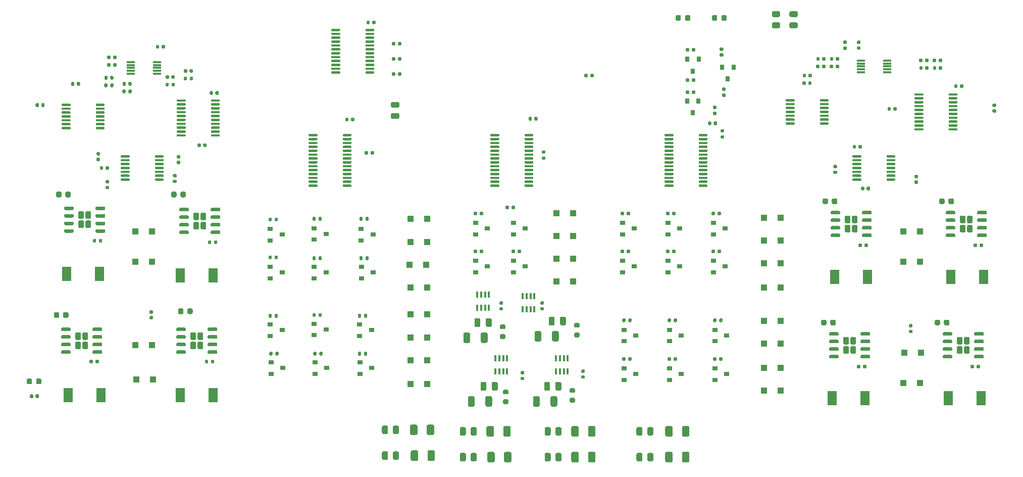
<source format=gtp>
G04 #@! TF.GenerationSoftware,KiCad,Pcbnew,5.1.10*
G04 #@! TF.CreationDate,2021-06-20T21:29:18-04:00*
G04 #@! TF.ProjectId,EVE-PCB-V4,4556452d-5043-4422-9d56-342e6b696361,rev?*
G04 #@! TF.SameCoordinates,Original*
G04 #@! TF.FileFunction,Paste,Top*
G04 #@! TF.FilePolarity,Positive*
%FSLAX46Y46*%
G04 Gerber Fmt 4.6, Leading zero omitted, Abs format (unit mm)*
G04 Created by KiCad (PCBNEW 5.1.10) date 2021-06-20 21:29:18*
%MOMM*%
%LPD*%
G01*
G04 APERTURE LIST*
%ADD10R,0.800000X0.900000*%
%ADD11R,1.100000X1.100000*%
%ADD12R,1.500000X2.400000*%
%ADD13R,0.900000X0.800000*%
%ADD14R,1.400000X0.300000*%
%ADD15R,0.400000X1.060000*%
G04 APERTURE END LIST*
G36*
G01*
X138880000Y-94201000D02*
X138880000Y-93251000D01*
G75*
G02*
X139130000Y-93001000I250000J0D01*
G01*
X139630000Y-93001000D01*
G75*
G02*
X139880000Y-93251000I0J-250000D01*
G01*
X139880000Y-94201000D01*
G75*
G02*
X139630000Y-94451000I-250000J0D01*
G01*
X139130000Y-94451000D01*
G75*
G02*
X138880000Y-94201000I0J250000D01*
G01*
G37*
G36*
G01*
X136980000Y-94201000D02*
X136980000Y-93251000D01*
G75*
G02*
X137230000Y-93001000I250000J0D01*
G01*
X137730000Y-93001000D01*
G75*
G02*
X137980000Y-93251000I0J-250000D01*
G01*
X137980000Y-94201000D01*
G75*
G02*
X137730000Y-94451000I-250000J0D01*
G01*
X137230000Y-94451000D01*
G75*
G02*
X136980000Y-94201000I0J250000D01*
G01*
G37*
G36*
G01*
X140949000Y-94279000D02*
X141499000Y-94279000D01*
G75*
G02*
X141699000Y-94479000I0J-200000D01*
G01*
X141699000Y-94879000D01*
G75*
G02*
X141499000Y-95079000I-200000J0D01*
G01*
X140949000Y-95079000D01*
G75*
G02*
X140749000Y-94879000I0J200000D01*
G01*
X140749000Y-94479000D01*
G75*
G02*
X140949000Y-94279000I200000J0D01*
G01*
G37*
G36*
G01*
X140949000Y-95929000D02*
X141499000Y-95929000D01*
G75*
G02*
X141699000Y-96129000I0J-200000D01*
G01*
X141699000Y-96529000D01*
G75*
G02*
X141499000Y-96729000I-200000J0D01*
G01*
X140949000Y-96729000D01*
G75*
G02*
X140749000Y-96529000I0J200000D01*
G01*
X140749000Y-96129000D01*
G75*
G02*
X140949000Y-95929000I200000J0D01*
G01*
G37*
G36*
G01*
X134881000Y-96891001D02*
X134881000Y-95640999D01*
G75*
G02*
X135130999Y-95391000I249999J0D01*
G01*
X135756001Y-95391000D01*
G75*
G02*
X136006000Y-95640999I0J-249999D01*
G01*
X136006000Y-96891001D01*
G75*
G02*
X135756001Y-97141000I-249999J0D01*
G01*
X135130999Y-97141000D01*
G75*
G02*
X134881000Y-96891001I0J249999D01*
G01*
G37*
G36*
G01*
X137806000Y-96891001D02*
X137806000Y-95640999D01*
G75*
G02*
X138055999Y-95391000I249999J0D01*
G01*
X138681001Y-95391000D01*
G75*
G02*
X138931000Y-95640999I0J-249999D01*
G01*
X138931000Y-96891001D01*
G75*
G02*
X138681001Y-97141000I-249999J0D01*
G01*
X138055999Y-97141000D01*
G75*
G02*
X137806000Y-96891001I0J249999D01*
G01*
G37*
G36*
G01*
X172022000Y-37165500D02*
X172022000Y-37510500D01*
G75*
G02*
X171874500Y-37658000I-147500J0D01*
G01*
X171579500Y-37658000D01*
G75*
G02*
X171432000Y-37510500I0J147500D01*
G01*
X171432000Y-37165500D01*
G75*
G02*
X171579500Y-37018000I147500J0D01*
G01*
X171874500Y-37018000D01*
G75*
G02*
X172022000Y-37165500I0J-147500D01*
G01*
G37*
G36*
G01*
X172992000Y-37165500D02*
X172992000Y-37510500D01*
G75*
G02*
X172844500Y-37658000I-147500J0D01*
G01*
X172549500Y-37658000D01*
G75*
G02*
X172402000Y-37510500I0J147500D01*
G01*
X172402000Y-37165500D01*
G75*
G02*
X172549500Y-37018000I147500J0D01*
G01*
X172844500Y-37018000D01*
G75*
G02*
X172992000Y-37165500I0J-147500D01*
G01*
G37*
G36*
G01*
X172022000Y-44277500D02*
X172022000Y-44622500D01*
G75*
G02*
X171874500Y-44770000I-147500J0D01*
G01*
X171579500Y-44770000D01*
G75*
G02*
X171432000Y-44622500I0J147500D01*
G01*
X171432000Y-44277500D01*
G75*
G02*
X171579500Y-44130000I147500J0D01*
G01*
X171874500Y-44130000D01*
G75*
G02*
X172022000Y-44277500I0J-147500D01*
G01*
G37*
G36*
G01*
X172992000Y-44277500D02*
X172992000Y-44622500D01*
G75*
G02*
X172844500Y-44770000I-147500J0D01*
G01*
X172549500Y-44770000D01*
G75*
G02*
X172402000Y-44622500I0J147500D01*
G01*
X172402000Y-44277500D01*
G75*
G02*
X172549500Y-44130000I147500J0D01*
G01*
X172844500Y-44130000D01*
G75*
G02*
X172992000Y-44277500I0J-147500D01*
G01*
G37*
G36*
G01*
X172022000Y-42245500D02*
X172022000Y-42590500D01*
G75*
G02*
X171874500Y-42738000I-147500J0D01*
G01*
X171579500Y-42738000D01*
G75*
G02*
X171432000Y-42590500I0J147500D01*
G01*
X171432000Y-42245500D01*
G75*
G02*
X171579500Y-42098000I147500J0D01*
G01*
X171874500Y-42098000D01*
G75*
G02*
X172022000Y-42245500I0J-147500D01*
G01*
G37*
G36*
G01*
X172992000Y-42245500D02*
X172992000Y-42590500D01*
G75*
G02*
X172844500Y-42738000I-147500J0D01*
G01*
X172549500Y-42738000D01*
G75*
G02*
X172402000Y-42590500I0J147500D01*
G01*
X172402000Y-42245500D01*
G75*
G02*
X172549500Y-42098000I147500J0D01*
G01*
X172844500Y-42098000D01*
G75*
G02*
X172992000Y-42245500I0J-147500D01*
G01*
G37*
G36*
G01*
X176448500Y-47308000D02*
X176103500Y-47308000D01*
G75*
G02*
X175956000Y-47160500I0J147500D01*
G01*
X175956000Y-46865500D01*
G75*
G02*
X176103500Y-46718000I147500J0D01*
G01*
X176448500Y-46718000D01*
G75*
G02*
X176596000Y-46865500I0J-147500D01*
G01*
X176596000Y-47160500D01*
G75*
G02*
X176448500Y-47308000I-147500J0D01*
G01*
G37*
G36*
G01*
X176448500Y-48278000D02*
X176103500Y-48278000D01*
G75*
G02*
X175956000Y-48130500I0J147500D01*
G01*
X175956000Y-47835500D01*
G75*
G02*
X176103500Y-47688000I147500J0D01*
G01*
X176448500Y-47688000D01*
G75*
G02*
X176596000Y-47835500I0J-147500D01*
G01*
X176596000Y-48130500D01*
G75*
G02*
X176448500Y-48278000I-147500J0D01*
G01*
G37*
G36*
G01*
X123138250Y-48923000D02*
X122225750Y-48923000D01*
G75*
G02*
X121982000Y-48679250I0J243750D01*
G01*
X121982000Y-48191750D01*
G75*
G02*
X122225750Y-47948000I243750J0D01*
G01*
X123138250Y-47948000D01*
G75*
G02*
X123382000Y-48191750I0J-243750D01*
G01*
X123382000Y-48679250D01*
G75*
G02*
X123138250Y-48923000I-243750J0D01*
G01*
G37*
G36*
G01*
X123138250Y-47048000D02*
X122225750Y-47048000D01*
G75*
G02*
X121982000Y-46804250I0J243750D01*
G01*
X121982000Y-46316750D01*
G75*
G02*
X122225750Y-46073000I243750J0D01*
G01*
X123138250Y-46073000D01*
G75*
G02*
X123382000Y-46316750I0J-243750D01*
G01*
X123382000Y-46804250D01*
G75*
G02*
X123138250Y-47048000I-243750J0D01*
G01*
G37*
G36*
G01*
X176688000Y-31747750D02*
X176688000Y-32260250D01*
G75*
G02*
X176469250Y-32479000I-218750J0D01*
G01*
X176031750Y-32479000D01*
G75*
G02*
X175813000Y-32260250I0J218750D01*
G01*
X175813000Y-31747750D01*
G75*
G02*
X176031750Y-31529000I218750J0D01*
G01*
X176469250Y-31529000D01*
G75*
G02*
X176688000Y-31747750I0J-218750D01*
G01*
G37*
G36*
G01*
X178263000Y-31747750D02*
X178263000Y-32260250D01*
G75*
G02*
X178044250Y-32479000I-218750J0D01*
G01*
X177606750Y-32479000D01*
G75*
G02*
X177388000Y-32260250I0J218750D01*
G01*
X177388000Y-31747750D01*
G75*
G02*
X177606750Y-31529000I218750J0D01*
G01*
X178044250Y-31529000D01*
G75*
G02*
X178263000Y-31747750I0J-218750D01*
G01*
G37*
G36*
G01*
X186081350Y-30883800D02*
X186993850Y-30883800D01*
G75*
G02*
X187237600Y-31127550I0J-243750D01*
G01*
X187237600Y-31615050D01*
G75*
G02*
X186993850Y-31858800I-243750J0D01*
G01*
X186081350Y-31858800D01*
G75*
G02*
X185837600Y-31615050I0J243750D01*
G01*
X185837600Y-31127550D01*
G75*
G02*
X186081350Y-30883800I243750J0D01*
G01*
G37*
G36*
G01*
X186081350Y-32758800D02*
X186993850Y-32758800D01*
G75*
G02*
X187237600Y-33002550I0J-243750D01*
G01*
X187237600Y-33490050D01*
G75*
G02*
X186993850Y-33733800I-243750J0D01*
G01*
X186081350Y-33733800D01*
G75*
G02*
X185837600Y-33490050I0J243750D01*
G01*
X185837600Y-33002550D01*
G75*
G02*
X186081350Y-32758800I243750J0D01*
G01*
G37*
G36*
G01*
X172167000Y-31747750D02*
X172167000Y-32260250D01*
G75*
G02*
X171948250Y-32479000I-218750J0D01*
G01*
X171510750Y-32479000D01*
G75*
G02*
X171292000Y-32260250I0J218750D01*
G01*
X171292000Y-31747750D01*
G75*
G02*
X171510750Y-31529000I218750J0D01*
G01*
X171948250Y-31529000D01*
G75*
G02*
X172167000Y-31747750I0J-218750D01*
G01*
G37*
G36*
G01*
X170592000Y-31747750D02*
X170592000Y-32260250D01*
G75*
G02*
X170373250Y-32479000I-218750J0D01*
G01*
X169935750Y-32479000D01*
G75*
G02*
X169717000Y-32260250I0J218750D01*
G01*
X169717000Y-31747750D01*
G75*
G02*
X169935750Y-31529000I218750J0D01*
G01*
X170373250Y-31529000D01*
G75*
G02*
X170592000Y-31747750I0J-218750D01*
G01*
G37*
G36*
G01*
X189027750Y-30883800D02*
X189940250Y-30883800D01*
G75*
G02*
X190184000Y-31127550I0J-243750D01*
G01*
X190184000Y-31615050D01*
G75*
G02*
X189940250Y-31858800I-243750J0D01*
G01*
X189027750Y-31858800D01*
G75*
G02*
X188784000Y-31615050I0J243750D01*
G01*
X188784000Y-31127550D01*
G75*
G02*
X189027750Y-30883800I243750J0D01*
G01*
G37*
G36*
G01*
X189027750Y-32758800D02*
X189940250Y-32758800D01*
G75*
G02*
X190184000Y-33002550I0J-243750D01*
G01*
X190184000Y-33490050D01*
G75*
G02*
X189940250Y-33733800I-243750J0D01*
G01*
X189027750Y-33733800D01*
G75*
G02*
X188784000Y-33490050I0J243750D01*
G01*
X188784000Y-33002550D01*
G75*
G02*
X189027750Y-32758800I243750J0D01*
G01*
G37*
G36*
G01*
X61399200Y-95574900D02*
X61399200Y-95229900D01*
G75*
G02*
X61546700Y-95082400I147500J0D01*
G01*
X61841700Y-95082400D01*
G75*
G02*
X61989200Y-95229900I0J-147500D01*
G01*
X61989200Y-95574900D01*
G75*
G02*
X61841700Y-95722400I-147500J0D01*
G01*
X61546700Y-95722400D01*
G75*
G02*
X61399200Y-95574900I0J147500D01*
G01*
G37*
G36*
G01*
X62369200Y-95574900D02*
X62369200Y-95229900D01*
G75*
G02*
X62516700Y-95082400I147500J0D01*
G01*
X62811700Y-95082400D01*
G75*
G02*
X62959200Y-95229900I0J-147500D01*
G01*
X62959200Y-95574900D01*
G75*
G02*
X62811700Y-95722400I-147500J0D01*
G01*
X62516700Y-95722400D01*
G75*
G02*
X62369200Y-95574900I0J147500D01*
G01*
G37*
D10*
X173543000Y-45926500D03*
X171643000Y-45926500D03*
X172593000Y-47926500D03*
X172618400Y-40928800D03*
X171668400Y-38928800D03*
X173568400Y-38928800D03*
G36*
G01*
X177566100Y-38524400D02*
X177221100Y-38524400D01*
G75*
G02*
X177073600Y-38376900I0J147500D01*
G01*
X177073600Y-38081900D01*
G75*
G02*
X177221100Y-37934400I147500J0D01*
G01*
X177566100Y-37934400D01*
G75*
G02*
X177713600Y-38081900I0J-147500D01*
G01*
X177713600Y-38376900D01*
G75*
G02*
X177566100Y-38524400I-147500J0D01*
G01*
G37*
G36*
G01*
X177566100Y-37554400D02*
X177221100Y-37554400D01*
G75*
G02*
X177073600Y-37406900I0J147500D01*
G01*
X177073600Y-37111900D01*
G75*
G02*
X177221100Y-36964400I147500J0D01*
G01*
X177566100Y-36964400D01*
G75*
G02*
X177713600Y-37111900I0J-147500D01*
G01*
X177713600Y-37406900D01*
G75*
G02*
X177566100Y-37554400I-147500J0D01*
G01*
G37*
X179410400Y-40249600D03*
X177510400Y-40249600D03*
X178460400Y-42249600D03*
G36*
G01*
X177627500Y-43670000D02*
X177972500Y-43670000D01*
G75*
G02*
X178120000Y-43817500I0J-147500D01*
G01*
X178120000Y-44112500D01*
G75*
G02*
X177972500Y-44260000I-147500J0D01*
G01*
X177627500Y-44260000D01*
G75*
G02*
X177480000Y-44112500I0J147500D01*
G01*
X177480000Y-43817500D01*
G75*
G02*
X177627500Y-43670000I147500J0D01*
G01*
G37*
G36*
G01*
X177627500Y-44640000D02*
X177972500Y-44640000D01*
G75*
G02*
X178120000Y-44787500I0J-147500D01*
G01*
X178120000Y-45082500D01*
G75*
G02*
X177972500Y-45230000I-147500J0D01*
G01*
X177627500Y-45230000D01*
G75*
G02*
X177480000Y-45082500I0J147500D01*
G01*
X177480000Y-44787500D01*
G75*
G02*
X177627500Y-44640000I147500J0D01*
G01*
G37*
G36*
G01*
X60903400Y-93169450D02*
X60903400Y-92656950D01*
G75*
G02*
X61122150Y-92438200I218750J0D01*
G01*
X61559650Y-92438200D01*
G75*
G02*
X61778400Y-92656950I0J-218750D01*
G01*
X61778400Y-93169450D01*
G75*
G02*
X61559650Y-93388200I-218750J0D01*
G01*
X61122150Y-93388200D01*
G75*
G02*
X60903400Y-93169450I0J218750D01*
G01*
G37*
G36*
G01*
X62478400Y-93169450D02*
X62478400Y-92656950D01*
G75*
G02*
X62697150Y-92438200I218750J0D01*
G01*
X63134650Y-92438200D01*
G75*
G02*
X63353400Y-92656950I0J-218750D01*
G01*
X63353400Y-93169450D01*
G75*
G02*
X63134650Y-93388200I-218750J0D01*
G01*
X62697150Y-93388200D01*
G75*
G02*
X62478400Y-93169450I0J218750D01*
G01*
G37*
G36*
G01*
X82552000Y-37000000D02*
X82552000Y-36660000D01*
G75*
G02*
X82692000Y-36520000I140000J0D01*
G01*
X82972000Y-36520000D01*
G75*
G02*
X83112000Y-36660000I0J-140000D01*
G01*
X83112000Y-37000000D01*
G75*
G02*
X82972000Y-37140000I-140000J0D01*
G01*
X82692000Y-37140000D01*
G75*
G02*
X82552000Y-37000000I0J140000D01*
G01*
G37*
G36*
G01*
X83512000Y-37000000D02*
X83512000Y-36660000D01*
G75*
G02*
X83652000Y-36520000I140000J0D01*
G01*
X83932000Y-36520000D01*
G75*
G02*
X84072000Y-36660000I0J-140000D01*
G01*
X84072000Y-37000000D01*
G75*
G02*
X83932000Y-37140000I-140000J0D01*
G01*
X83652000Y-37140000D01*
G75*
G02*
X83512000Y-37000000I0J140000D01*
G01*
G37*
G36*
G01*
X74114000Y-57320000D02*
X74114000Y-56980000D01*
G75*
G02*
X74254000Y-56840000I140000J0D01*
G01*
X74534000Y-56840000D01*
G75*
G02*
X74674000Y-56980000I0J-140000D01*
G01*
X74674000Y-57320000D01*
G75*
G02*
X74534000Y-57460000I-140000J0D01*
G01*
X74254000Y-57460000D01*
G75*
G02*
X74114000Y-57320000I0J140000D01*
G01*
G37*
G36*
G01*
X73154000Y-57320000D02*
X73154000Y-56980000D01*
G75*
G02*
X73294000Y-56840000I140000J0D01*
G01*
X73574000Y-56840000D01*
G75*
G02*
X73714000Y-56980000I0J-140000D01*
G01*
X73714000Y-57320000D01*
G75*
G02*
X73574000Y-57460000I-140000J0D01*
G01*
X73294000Y-57460000D01*
G75*
G02*
X73154000Y-57320000I0J140000D01*
G01*
G37*
G36*
G01*
X201349000Y-60409000D02*
X201349000Y-60749000D01*
G75*
G02*
X201209000Y-60889000I-140000J0D01*
G01*
X200929000Y-60889000D01*
G75*
G02*
X200789000Y-60749000I0J140000D01*
G01*
X200789000Y-60409000D01*
G75*
G02*
X200929000Y-60269000I140000J0D01*
G01*
X201209000Y-60269000D01*
G75*
G02*
X201349000Y-60409000I0J-140000D01*
G01*
G37*
G36*
G01*
X202309000Y-60409000D02*
X202309000Y-60749000D01*
G75*
G02*
X202169000Y-60889000I-140000J0D01*
G01*
X201889000Y-60889000D01*
G75*
G02*
X201749000Y-60749000I0J140000D01*
G01*
X201749000Y-60409000D01*
G75*
G02*
X201889000Y-60269000I140000J0D01*
G01*
X202169000Y-60269000D01*
G75*
G02*
X202309000Y-60409000I0J-140000D01*
G01*
G37*
G36*
G01*
X114302000Y-49192000D02*
X114302000Y-48852000D01*
G75*
G02*
X114442000Y-48712000I140000J0D01*
G01*
X114722000Y-48712000D01*
G75*
G02*
X114862000Y-48852000I0J-140000D01*
G01*
X114862000Y-49192000D01*
G75*
G02*
X114722000Y-49332000I-140000J0D01*
G01*
X114442000Y-49332000D01*
G75*
G02*
X114302000Y-49192000I0J140000D01*
G01*
G37*
G36*
G01*
X115262000Y-49192000D02*
X115262000Y-48852000D01*
G75*
G02*
X115402000Y-48712000I140000J0D01*
G01*
X115682000Y-48712000D01*
G75*
G02*
X115822000Y-48852000I0J-140000D01*
G01*
X115822000Y-49192000D01*
G75*
G02*
X115682000Y-49332000I-140000J0D01*
G01*
X115402000Y-49332000D01*
G75*
G02*
X115262000Y-49192000I0J140000D01*
G01*
G37*
G36*
G01*
X63347000Y-46779000D02*
X63347000Y-46439000D01*
G75*
G02*
X63487000Y-46299000I140000J0D01*
G01*
X63767000Y-46299000D01*
G75*
G02*
X63907000Y-46439000I0J-140000D01*
G01*
X63907000Y-46779000D01*
G75*
G02*
X63767000Y-46919000I-140000J0D01*
G01*
X63487000Y-46919000D01*
G75*
G02*
X63347000Y-46779000I0J140000D01*
G01*
G37*
G36*
G01*
X62387000Y-46779000D02*
X62387000Y-46439000D01*
G75*
G02*
X62527000Y-46299000I140000J0D01*
G01*
X62807000Y-46299000D01*
G75*
G02*
X62947000Y-46439000I0J-140000D01*
G01*
X62947000Y-46779000D01*
G75*
G02*
X62807000Y-46919000I-140000J0D01*
G01*
X62527000Y-46919000D01*
G75*
G02*
X62387000Y-46779000I0J140000D01*
G01*
G37*
G36*
G01*
X190982000Y-43096000D02*
X190982000Y-42756000D01*
G75*
G02*
X191122000Y-42616000I140000J0D01*
G01*
X191402000Y-42616000D01*
G75*
G02*
X191542000Y-42756000I0J-140000D01*
G01*
X191542000Y-43096000D01*
G75*
G02*
X191402000Y-43236000I-140000J0D01*
G01*
X191122000Y-43236000D01*
G75*
G02*
X190982000Y-43096000I0J140000D01*
G01*
G37*
G36*
G01*
X191942000Y-43096000D02*
X191942000Y-42756000D01*
G75*
G02*
X192082000Y-42616000I140000J0D01*
G01*
X192362000Y-42616000D01*
G75*
G02*
X192502000Y-42756000I0J-140000D01*
G01*
X192502000Y-43096000D01*
G75*
G02*
X192362000Y-43236000I-140000J0D01*
G01*
X192082000Y-43236000D01*
G75*
G02*
X191942000Y-43096000I0J140000D01*
G01*
G37*
G36*
G01*
X176095000Y-49827000D02*
X176095000Y-49487000D01*
G75*
G02*
X176235000Y-49347000I140000J0D01*
G01*
X176515000Y-49347000D01*
G75*
G02*
X176655000Y-49487000I0J-140000D01*
G01*
X176655000Y-49827000D01*
G75*
G02*
X176515000Y-49967000I-140000J0D01*
G01*
X176235000Y-49967000D01*
G75*
G02*
X176095000Y-49827000I0J140000D01*
G01*
G37*
G36*
G01*
X175135000Y-49827000D02*
X175135000Y-49487000D01*
G75*
G02*
X175275000Y-49347000I140000J0D01*
G01*
X175555000Y-49347000D01*
G75*
G02*
X175695000Y-49487000I0J-140000D01*
G01*
X175695000Y-49827000D01*
G75*
G02*
X175555000Y-49967000I-140000J0D01*
G01*
X175275000Y-49967000D01*
G75*
G02*
X175135000Y-49827000I0J140000D01*
G01*
G37*
G36*
G01*
X72728000Y-55445000D02*
X73068000Y-55445000D01*
G75*
G02*
X73208000Y-55585000I0J-140000D01*
G01*
X73208000Y-55865000D01*
G75*
G02*
X73068000Y-56005000I-140000J0D01*
G01*
X72728000Y-56005000D01*
G75*
G02*
X72588000Y-55865000I0J140000D01*
G01*
X72588000Y-55585000D01*
G75*
G02*
X72728000Y-55445000I140000J0D01*
G01*
G37*
G36*
G01*
X72728000Y-54485000D02*
X73068000Y-54485000D01*
G75*
G02*
X73208000Y-54625000I0J-140000D01*
G01*
X73208000Y-54905000D01*
G75*
G02*
X73068000Y-55045000I-140000J0D01*
G01*
X72728000Y-55045000D01*
G75*
G02*
X72588000Y-54905000I0J140000D01*
G01*
X72588000Y-54625000D01*
G75*
G02*
X72728000Y-54485000I140000J0D01*
G01*
G37*
G36*
G01*
X89537000Y-53510000D02*
X89537000Y-53170000D01*
G75*
G02*
X89677000Y-53030000I140000J0D01*
G01*
X89957000Y-53030000D01*
G75*
G02*
X90097000Y-53170000I0J-140000D01*
G01*
X90097000Y-53510000D01*
G75*
G02*
X89957000Y-53650000I-140000J0D01*
G01*
X89677000Y-53650000D01*
G75*
G02*
X89537000Y-53510000I0J140000D01*
G01*
G37*
G36*
G01*
X90497000Y-53510000D02*
X90497000Y-53170000D01*
G75*
G02*
X90637000Y-53030000I140000J0D01*
G01*
X90917000Y-53030000D01*
G75*
G02*
X91057000Y-53170000I0J-140000D01*
G01*
X91057000Y-53510000D01*
G75*
G02*
X90917000Y-53650000I-140000J0D01*
G01*
X90637000Y-53650000D01*
G75*
G02*
X90497000Y-53510000I0J140000D01*
G01*
G37*
G36*
G01*
X206194000Y-47414000D02*
X206194000Y-47074000D01*
G75*
G02*
X206334000Y-46934000I140000J0D01*
G01*
X206614000Y-46934000D01*
G75*
G02*
X206754000Y-47074000I0J-140000D01*
G01*
X206754000Y-47414000D01*
G75*
G02*
X206614000Y-47554000I-140000J0D01*
G01*
X206334000Y-47554000D01*
G75*
G02*
X206194000Y-47414000I0J140000D01*
G01*
G37*
G36*
G01*
X205234000Y-47414000D02*
X205234000Y-47074000D01*
G75*
G02*
X205374000Y-46934000I140000J0D01*
G01*
X205654000Y-46934000D01*
G75*
G02*
X205794000Y-47074000I0J-140000D01*
G01*
X205794000Y-47414000D01*
G75*
G02*
X205654000Y-47554000I-140000J0D01*
G01*
X205374000Y-47554000D01*
G75*
G02*
X205234000Y-47414000I0J140000D01*
G01*
G37*
G36*
G01*
X146556000Y-48725000D02*
X146556000Y-49065000D01*
G75*
G02*
X146416000Y-49205000I-140000J0D01*
G01*
X146136000Y-49205000D01*
G75*
G02*
X145996000Y-49065000I0J140000D01*
G01*
X145996000Y-48725000D01*
G75*
G02*
X146136000Y-48585000I140000J0D01*
G01*
X146416000Y-48585000D01*
G75*
G02*
X146556000Y-48725000I0J-140000D01*
G01*
G37*
G36*
G01*
X145596000Y-48725000D02*
X145596000Y-49065000D01*
G75*
G02*
X145456000Y-49205000I-140000J0D01*
G01*
X145176000Y-49205000D01*
G75*
G02*
X145036000Y-49065000I0J140000D01*
G01*
X145036000Y-48725000D01*
G75*
G02*
X145176000Y-48585000I140000J0D01*
G01*
X145456000Y-48585000D01*
G75*
G02*
X145596000Y-48725000I0J-140000D01*
G01*
G37*
G36*
G01*
X69848000Y-42883000D02*
X69848000Y-43223000D01*
G75*
G02*
X69708000Y-43363000I-140000J0D01*
G01*
X69428000Y-43363000D01*
G75*
G02*
X69288000Y-43223000I0J140000D01*
G01*
X69288000Y-42883000D01*
G75*
G02*
X69428000Y-42743000I140000J0D01*
G01*
X69708000Y-42743000D01*
G75*
G02*
X69848000Y-42883000I0J-140000D01*
G01*
G37*
G36*
G01*
X68888000Y-42883000D02*
X68888000Y-43223000D01*
G75*
G02*
X68748000Y-43363000I-140000J0D01*
G01*
X68468000Y-43363000D01*
G75*
G02*
X68328000Y-43223000I0J140000D01*
G01*
X68328000Y-42883000D01*
G75*
G02*
X68468000Y-42743000I140000J0D01*
G01*
X68748000Y-42743000D01*
G75*
G02*
X68888000Y-42883000I0J-140000D01*
G01*
G37*
G36*
G01*
X74876000Y-42207000D02*
X74876000Y-41867000D01*
G75*
G02*
X75016000Y-41727000I140000J0D01*
G01*
X75296000Y-41727000D01*
G75*
G02*
X75436000Y-41867000I0J-140000D01*
G01*
X75436000Y-42207000D01*
G75*
G02*
X75296000Y-42347000I-140000J0D01*
G01*
X75016000Y-42347000D01*
G75*
G02*
X74876000Y-42207000I0J140000D01*
G01*
G37*
G36*
G01*
X73916000Y-42207000D02*
X73916000Y-41867000D01*
G75*
G02*
X74056000Y-41727000I140000J0D01*
G01*
X74336000Y-41727000D01*
G75*
G02*
X74476000Y-41867000I0J-140000D01*
G01*
X74476000Y-42207000D01*
G75*
G02*
X74336000Y-42347000I-140000J0D01*
G01*
X74056000Y-42347000D01*
G75*
G02*
X73916000Y-42207000I0J140000D01*
G01*
G37*
G36*
G01*
X74592000Y-60704000D02*
X74252000Y-60704000D01*
G75*
G02*
X74112000Y-60564000I0J140000D01*
G01*
X74112000Y-60284000D01*
G75*
G02*
X74252000Y-60144000I140000J0D01*
G01*
X74592000Y-60144000D01*
G75*
G02*
X74732000Y-60284000I0J-140000D01*
G01*
X74732000Y-60564000D01*
G75*
G02*
X74592000Y-60704000I-140000J0D01*
G01*
G37*
G36*
G01*
X74592000Y-59744000D02*
X74252000Y-59744000D01*
G75*
G02*
X74112000Y-59604000I0J140000D01*
G01*
X74112000Y-59324000D01*
G75*
G02*
X74252000Y-59184000I140000J0D01*
G01*
X74592000Y-59184000D01*
G75*
G02*
X74732000Y-59324000I0J-140000D01*
G01*
X74732000Y-59604000D01*
G75*
G02*
X74592000Y-59744000I-140000J0D01*
G01*
G37*
G36*
G01*
X200352000Y-53764000D02*
X200352000Y-53424000D01*
G75*
G02*
X200492000Y-53284000I140000J0D01*
G01*
X200772000Y-53284000D01*
G75*
G02*
X200912000Y-53424000I0J-140000D01*
G01*
X200912000Y-53764000D01*
G75*
G02*
X200772000Y-53904000I-140000J0D01*
G01*
X200492000Y-53904000D01*
G75*
G02*
X200352000Y-53764000I0J140000D01*
G01*
G37*
G36*
G01*
X199392000Y-53764000D02*
X199392000Y-53424000D01*
G75*
G02*
X199532000Y-53284000I140000J0D01*
G01*
X199812000Y-53284000D01*
G75*
G02*
X199952000Y-53424000I0J-140000D01*
G01*
X199952000Y-53764000D01*
G75*
G02*
X199812000Y-53904000I-140000J0D01*
G01*
X199532000Y-53904000D01*
G75*
G02*
X199392000Y-53764000I0J140000D01*
G01*
G37*
G36*
G01*
X196639000Y-58164000D02*
X196299000Y-58164000D01*
G75*
G02*
X196159000Y-58024000I0J140000D01*
G01*
X196159000Y-57744000D01*
G75*
G02*
X196299000Y-57604000I140000J0D01*
G01*
X196639000Y-57604000D01*
G75*
G02*
X196779000Y-57744000I0J-140000D01*
G01*
X196779000Y-58024000D01*
G75*
G02*
X196639000Y-58164000I-140000J0D01*
G01*
G37*
G36*
G01*
X196639000Y-57204000D02*
X196299000Y-57204000D01*
G75*
G02*
X196159000Y-57064000I0J140000D01*
G01*
X196159000Y-56784000D01*
G75*
G02*
X196299000Y-56644000I140000J0D01*
G01*
X196639000Y-56644000D01*
G75*
G02*
X196779000Y-56784000I0J-140000D01*
G01*
X196779000Y-57064000D01*
G75*
G02*
X196639000Y-57204000I-140000J0D01*
G01*
G37*
G36*
G01*
X85895000Y-58728000D02*
X85555000Y-58728000D01*
G75*
G02*
X85415000Y-58588000I0J140000D01*
G01*
X85415000Y-58308000D01*
G75*
G02*
X85555000Y-58168000I140000J0D01*
G01*
X85895000Y-58168000D01*
G75*
G02*
X86035000Y-58308000I0J-140000D01*
G01*
X86035000Y-58588000D01*
G75*
G02*
X85895000Y-58728000I-140000J0D01*
G01*
G37*
G36*
G01*
X85895000Y-59688000D02*
X85555000Y-59688000D01*
G75*
G02*
X85415000Y-59548000I0J140000D01*
G01*
X85415000Y-59268000D01*
G75*
G02*
X85555000Y-59128000I140000J0D01*
G01*
X85895000Y-59128000D01*
G75*
G02*
X86035000Y-59268000I0J-140000D01*
G01*
X86035000Y-59548000D01*
G75*
G02*
X85895000Y-59688000I-140000J0D01*
G01*
G37*
G36*
G01*
X86190000Y-55953000D02*
X86530000Y-55953000D01*
G75*
G02*
X86670000Y-56093000I0J-140000D01*
G01*
X86670000Y-56373000D01*
G75*
G02*
X86530000Y-56513000I-140000J0D01*
G01*
X86190000Y-56513000D01*
G75*
G02*
X86050000Y-56373000I0J140000D01*
G01*
X86050000Y-56093000D01*
G75*
G02*
X86190000Y-55953000I140000J0D01*
G01*
G37*
G36*
G01*
X86190000Y-54993000D02*
X86530000Y-54993000D01*
G75*
G02*
X86670000Y-55133000I0J-140000D01*
G01*
X86670000Y-55413000D01*
G75*
G02*
X86530000Y-55553000I-140000J0D01*
G01*
X86190000Y-55553000D01*
G75*
G02*
X86050000Y-55413000I0J140000D01*
G01*
X86050000Y-55133000D01*
G75*
G02*
X86190000Y-54993000I140000J0D01*
G01*
G37*
G36*
G01*
X210228000Y-58855000D02*
X209888000Y-58855000D01*
G75*
G02*
X209748000Y-58715000I0J140000D01*
G01*
X209748000Y-58435000D01*
G75*
G02*
X209888000Y-58295000I140000J0D01*
G01*
X210228000Y-58295000D01*
G75*
G02*
X210368000Y-58435000I0J-140000D01*
G01*
X210368000Y-58715000D01*
G75*
G02*
X210228000Y-58855000I-140000J0D01*
G01*
G37*
G36*
G01*
X210228000Y-59815000D02*
X209888000Y-59815000D01*
G75*
G02*
X209748000Y-59675000I0J140000D01*
G01*
X209748000Y-59395000D01*
G75*
G02*
X209888000Y-59255000I140000J0D01*
G01*
X210228000Y-59255000D01*
G75*
G02*
X210368000Y-59395000I0J-140000D01*
G01*
X210368000Y-59675000D01*
G75*
G02*
X210228000Y-59815000I-140000J0D01*
G01*
G37*
G36*
G01*
X222969000Y-46357000D02*
X223309000Y-46357000D01*
G75*
G02*
X223449000Y-46497000I0J-140000D01*
G01*
X223449000Y-46777000D01*
G75*
G02*
X223309000Y-46917000I-140000J0D01*
G01*
X222969000Y-46917000D01*
G75*
G02*
X222829000Y-46777000I0J140000D01*
G01*
X222829000Y-46497000D01*
G75*
G02*
X222969000Y-46357000I140000J0D01*
G01*
G37*
G36*
G01*
X222969000Y-47317000D02*
X223309000Y-47317000D01*
G75*
G02*
X223449000Y-47457000I0J-140000D01*
G01*
X223449000Y-47737000D01*
G75*
G02*
X223309000Y-47877000I-140000J0D01*
G01*
X222969000Y-47877000D01*
G75*
G02*
X222829000Y-47737000I0J140000D01*
G01*
X222829000Y-47457000D01*
G75*
G02*
X222969000Y-47317000I140000J0D01*
G01*
G37*
G36*
G01*
X191010000Y-41826000D02*
X191010000Y-41486000D01*
G75*
G02*
X191150000Y-41346000I140000J0D01*
G01*
X191430000Y-41346000D01*
G75*
G02*
X191570000Y-41486000I0J-140000D01*
G01*
X191570000Y-41826000D01*
G75*
G02*
X191430000Y-41966000I-140000J0D01*
G01*
X191150000Y-41966000D01*
G75*
G02*
X191010000Y-41826000I0J140000D01*
G01*
G37*
G36*
G01*
X191970000Y-41826000D02*
X191970000Y-41486000D01*
G75*
G02*
X192110000Y-41346000I140000J0D01*
G01*
X192390000Y-41346000D01*
G75*
G02*
X192530000Y-41486000I0J-140000D01*
G01*
X192530000Y-41826000D01*
G75*
G02*
X192390000Y-41966000I-140000J0D01*
G01*
X192110000Y-41966000D01*
G75*
G02*
X191970000Y-41826000I0J140000D01*
G01*
G37*
G36*
G01*
X81618000Y-81960000D02*
X81958000Y-81960000D01*
G75*
G02*
X82098000Y-82100000I0J-140000D01*
G01*
X82098000Y-82380000D01*
G75*
G02*
X81958000Y-82520000I-140000J0D01*
G01*
X81618000Y-82520000D01*
G75*
G02*
X81478000Y-82380000I0J140000D01*
G01*
X81478000Y-82100000D01*
G75*
G02*
X81618000Y-81960000I140000J0D01*
G01*
G37*
G36*
G01*
X81618000Y-81000000D02*
X81958000Y-81000000D01*
G75*
G02*
X82098000Y-81140000I0J-140000D01*
G01*
X82098000Y-81420000D01*
G75*
G02*
X81958000Y-81560000I-140000J0D01*
G01*
X81618000Y-81560000D01*
G75*
G02*
X81478000Y-81420000I0J140000D01*
G01*
X81478000Y-81140000D01*
G75*
G02*
X81618000Y-81000000I140000J0D01*
G01*
G37*
G36*
G01*
X209313600Y-83874000D02*
X208973600Y-83874000D01*
G75*
G02*
X208833600Y-83734000I0J140000D01*
G01*
X208833600Y-83454000D01*
G75*
G02*
X208973600Y-83314000I140000J0D01*
G01*
X209313600Y-83314000D01*
G75*
G02*
X209453600Y-83454000I0J-140000D01*
G01*
X209453600Y-83734000D01*
G75*
G02*
X209313600Y-83874000I-140000J0D01*
G01*
G37*
G36*
G01*
X209313600Y-84834000D02*
X208973600Y-84834000D01*
G75*
G02*
X208833600Y-84694000I0J140000D01*
G01*
X208833600Y-84414000D01*
G75*
G02*
X208973600Y-84274000I140000J0D01*
G01*
X209313600Y-84274000D01*
G75*
G02*
X209453600Y-84414000I0J-140000D01*
G01*
X209453600Y-84694000D01*
G75*
G02*
X209313600Y-84834000I-140000J0D01*
G01*
G37*
G36*
G01*
X91569000Y-44747000D02*
X91569000Y-44407000D01*
G75*
G02*
X91709000Y-44267000I140000J0D01*
G01*
X91989000Y-44267000D01*
G75*
G02*
X92129000Y-44407000I0J-140000D01*
G01*
X92129000Y-44747000D01*
G75*
G02*
X91989000Y-44887000I-140000J0D01*
G01*
X91709000Y-44887000D01*
G75*
G02*
X91569000Y-44747000I0J140000D01*
G01*
G37*
G36*
G01*
X92529000Y-44747000D02*
X92529000Y-44407000D01*
G75*
G02*
X92669000Y-44267000I140000J0D01*
G01*
X92949000Y-44267000D01*
G75*
G02*
X93089000Y-44407000I0J-140000D01*
G01*
X93089000Y-44747000D01*
G75*
G02*
X92949000Y-44887000I-140000J0D01*
G01*
X92669000Y-44887000D01*
G75*
G02*
X92529000Y-44747000I0J140000D01*
G01*
G37*
G36*
G01*
X217370000Y-43604000D02*
X217370000Y-43264000D01*
G75*
G02*
X217510000Y-43124000I140000J0D01*
G01*
X217790000Y-43124000D01*
G75*
G02*
X217930000Y-43264000I0J-140000D01*
G01*
X217930000Y-43604000D01*
G75*
G02*
X217790000Y-43744000I-140000J0D01*
G01*
X217510000Y-43744000D01*
G75*
G02*
X217370000Y-43604000I0J140000D01*
G01*
G37*
G36*
G01*
X216410000Y-43604000D02*
X216410000Y-43264000D01*
G75*
G02*
X216550000Y-43124000I140000J0D01*
G01*
X216830000Y-43124000D01*
G75*
G02*
X216970000Y-43264000I0J-140000D01*
G01*
X216970000Y-43604000D01*
G75*
G02*
X216830000Y-43744000I-140000J0D01*
G01*
X216550000Y-43744000D01*
G75*
G02*
X216410000Y-43604000I0J140000D01*
G01*
G37*
G36*
G01*
X67381000Y-61845000D02*
X67381000Y-61345000D01*
G75*
G02*
X67606000Y-61120000I225000J0D01*
G01*
X68056000Y-61120000D01*
G75*
G02*
X68281000Y-61345000I0J-225000D01*
G01*
X68281000Y-61845000D01*
G75*
G02*
X68056000Y-62070000I-225000J0D01*
G01*
X67606000Y-62070000D01*
G75*
G02*
X67381000Y-61845000I0J225000D01*
G01*
G37*
G36*
G01*
X65831000Y-61845000D02*
X65831000Y-61345000D01*
G75*
G02*
X66056000Y-61120000I225000J0D01*
G01*
X66506000Y-61120000D01*
G75*
G02*
X66731000Y-61345000I0J-225000D01*
G01*
X66731000Y-61845000D01*
G75*
G02*
X66506000Y-62070000I-225000J0D01*
G01*
X66056000Y-62070000D01*
G75*
G02*
X65831000Y-61845000I0J225000D01*
G01*
G37*
G36*
G01*
X118418000Y-32596000D02*
X118418000Y-32936000D01*
G75*
G02*
X118278000Y-33076000I-140000J0D01*
G01*
X117998000Y-33076000D01*
G75*
G02*
X117858000Y-32936000I0J140000D01*
G01*
X117858000Y-32596000D01*
G75*
G02*
X117998000Y-32456000I140000J0D01*
G01*
X118278000Y-32456000D01*
G75*
G02*
X118418000Y-32596000I0J-140000D01*
G01*
G37*
G36*
G01*
X119378000Y-32596000D02*
X119378000Y-32936000D01*
G75*
G02*
X119238000Y-33076000I-140000J0D01*
G01*
X118958000Y-33076000D01*
G75*
G02*
X118818000Y-32936000I0J140000D01*
G01*
X118818000Y-32596000D01*
G75*
G02*
X118958000Y-32456000I140000J0D01*
G01*
X119238000Y-32456000D01*
G75*
G02*
X119378000Y-32596000I0J-140000D01*
G01*
G37*
G36*
G01*
X85723000Y-41740000D02*
X85723000Y-42080000D01*
G75*
G02*
X85583000Y-42220000I-140000J0D01*
G01*
X85303000Y-42220000D01*
G75*
G02*
X85163000Y-42080000I0J140000D01*
G01*
X85163000Y-41740000D01*
G75*
G02*
X85303000Y-41600000I140000J0D01*
G01*
X85583000Y-41600000D01*
G75*
G02*
X85723000Y-41740000I0J-140000D01*
G01*
G37*
G36*
G01*
X84763000Y-41740000D02*
X84763000Y-42080000D01*
G75*
G02*
X84623000Y-42220000I-140000J0D01*
G01*
X84343000Y-42220000D01*
G75*
G02*
X84203000Y-42080000I0J140000D01*
G01*
X84203000Y-41740000D01*
G75*
G02*
X84343000Y-41600000I140000J0D01*
G01*
X84623000Y-41600000D01*
G75*
G02*
X84763000Y-41740000I0J-140000D01*
G01*
G37*
G36*
G01*
X196542000Y-39032000D02*
X196542000Y-38692000D01*
G75*
G02*
X196682000Y-38552000I140000J0D01*
G01*
X196962000Y-38552000D01*
G75*
G02*
X197102000Y-38692000I0J-140000D01*
G01*
X197102000Y-39032000D01*
G75*
G02*
X196962000Y-39172000I-140000J0D01*
G01*
X196682000Y-39172000D01*
G75*
G02*
X196542000Y-39032000I0J140000D01*
G01*
G37*
G36*
G01*
X195582000Y-39032000D02*
X195582000Y-38692000D01*
G75*
G02*
X195722000Y-38552000I140000J0D01*
G01*
X196002000Y-38552000D01*
G75*
G02*
X196142000Y-38692000I0J-140000D01*
G01*
X196142000Y-39032000D01*
G75*
G02*
X196002000Y-39172000I-140000J0D01*
G01*
X195722000Y-39172000D01*
G75*
G02*
X195582000Y-39032000I0J140000D01*
G01*
G37*
G36*
G01*
X213414000Y-40216000D02*
X213414000Y-40556000D01*
G75*
G02*
X213274000Y-40696000I-140000J0D01*
G01*
X212994000Y-40696000D01*
G75*
G02*
X212854000Y-40556000I0J140000D01*
G01*
X212854000Y-40216000D01*
G75*
G02*
X212994000Y-40076000I140000J0D01*
G01*
X213274000Y-40076000D01*
G75*
G02*
X213414000Y-40216000I0J-140000D01*
G01*
G37*
G36*
G01*
X214374000Y-40216000D02*
X214374000Y-40556000D01*
G75*
G02*
X214234000Y-40696000I-140000J0D01*
G01*
X213954000Y-40696000D01*
G75*
G02*
X213814000Y-40556000I0J140000D01*
G01*
X213814000Y-40216000D01*
G75*
G02*
X213954000Y-40076000I140000J0D01*
G01*
X214234000Y-40076000D01*
G75*
G02*
X214374000Y-40216000I0J-140000D01*
G01*
G37*
G36*
G01*
X76964000Y-43223000D02*
X76964000Y-42883000D01*
G75*
G02*
X77104000Y-42743000I140000J0D01*
G01*
X77384000Y-42743000D01*
G75*
G02*
X77524000Y-42883000I0J-140000D01*
G01*
X77524000Y-43223000D01*
G75*
G02*
X77384000Y-43363000I-140000J0D01*
G01*
X77104000Y-43363000D01*
G75*
G02*
X76964000Y-43223000I0J140000D01*
G01*
G37*
G36*
G01*
X77924000Y-43223000D02*
X77924000Y-42883000D01*
G75*
G02*
X78064000Y-42743000I140000J0D01*
G01*
X78344000Y-42743000D01*
G75*
G02*
X78484000Y-42883000I0J-140000D01*
G01*
X78484000Y-43223000D01*
G75*
G02*
X78344000Y-43363000I-140000J0D01*
G01*
X78064000Y-43363000D01*
G75*
G02*
X77924000Y-43223000I0J140000D01*
G01*
G37*
G36*
G01*
X88771000Y-40724000D02*
X88771000Y-41064000D01*
G75*
G02*
X88631000Y-41204000I-140000J0D01*
G01*
X88351000Y-41204000D01*
G75*
G02*
X88211000Y-41064000I0J140000D01*
G01*
X88211000Y-40724000D01*
G75*
G02*
X88351000Y-40584000I140000J0D01*
G01*
X88631000Y-40584000D01*
G75*
G02*
X88771000Y-40724000I0J-140000D01*
G01*
G37*
G36*
G01*
X87811000Y-40724000D02*
X87811000Y-41064000D01*
G75*
G02*
X87671000Y-41204000I-140000J0D01*
G01*
X87391000Y-41204000D01*
G75*
G02*
X87251000Y-41064000I0J140000D01*
G01*
X87251000Y-40724000D01*
G75*
G02*
X87391000Y-40584000I140000J0D01*
G01*
X87671000Y-40584000D01*
G75*
G02*
X87811000Y-40724000I0J-140000D01*
G01*
G37*
G36*
G01*
X193296000Y-39032000D02*
X193296000Y-38692000D01*
G75*
G02*
X193436000Y-38552000I140000J0D01*
G01*
X193716000Y-38552000D01*
G75*
G02*
X193856000Y-38692000I0J-140000D01*
G01*
X193856000Y-39032000D01*
G75*
G02*
X193716000Y-39172000I-140000J0D01*
G01*
X193436000Y-39172000D01*
G75*
G02*
X193296000Y-39032000I0J140000D01*
G01*
G37*
G36*
G01*
X194256000Y-39032000D02*
X194256000Y-38692000D01*
G75*
G02*
X194396000Y-38552000I140000J0D01*
G01*
X194676000Y-38552000D01*
G75*
G02*
X194816000Y-38692000I0J-140000D01*
G01*
X194816000Y-39032000D01*
G75*
G02*
X194676000Y-39172000I-140000J0D01*
G01*
X194396000Y-39172000D01*
G75*
G02*
X194256000Y-39032000I0J140000D01*
G01*
G37*
G36*
G01*
X210568000Y-40556000D02*
X210568000Y-40216000D01*
G75*
G02*
X210708000Y-40076000I140000J0D01*
G01*
X210988000Y-40076000D01*
G75*
G02*
X211128000Y-40216000I0J-140000D01*
G01*
X211128000Y-40556000D01*
G75*
G02*
X210988000Y-40696000I-140000J0D01*
G01*
X210708000Y-40696000D01*
G75*
G02*
X210568000Y-40556000I0J140000D01*
G01*
G37*
G36*
G01*
X211528000Y-40556000D02*
X211528000Y-40216000D01*
G75*
G02*
X211668000Y-40076000I140000J0D01*
G01*
X211948000Y-40076000D01*
G75*
G02*
X212088000Y-40216000I0J-140000D01*
G01*
X212088000Y-40556000D01*
G75*
G02*
X211948000Y-40696000I-140000J0D01*
G01*
X211668000Y-40696000D01*
G75*
G02*
X211528000Y-40556000I0J140000D01*
G01*
G37*
G36*
G01*
X200576000Y-36376000D02*
X200236000Y-36376000D01*
G75*
G02*
X200096000Y-36236000I0J140000D01*
G01*
X200096000Y-35956000D01*
G75*
G02*
X200236000Y-35816000I140000J0D01*
G01*
X200576000Y-35816000D01*
G75*
G02*
X200716000Y-35956000I0J-140000D01*
G01*
X200716000Y-36236000D01*
G75*
G02*
X200576000Y-36376000I-140000J0D01*
G01*
G37*
G36*
G01*
X200576000Y-37336000D02*
X200236000Y-37336000D01*
G75*
G02*
X200096000Y-37196000I0J140000D01*
G01*
X200096000Y-36916000D01*
G75*
G02*
X200236000Y-36776000I140000J0D01*
G01*
X200576000Y-36776000D01*
G75*
G02*
X200716000Y-36916000I0J-140000D01*
G01*
X200716000Y-37196000D01*
G75*
G02*
X200576000Y-37336000I-140000J0D01*
G01*
G37*
D11*
X128019000Y-89408000D03*
X125219000Y-89408000D03*
X125219000Y-85598000D03*
X128019000Y-85598000D03*
X125219000Y-93345000D03*
X128019000Y-93345000D03*
X128019000Y-81661000D03*
X125219000Y-81661000D03*
X149730000Y-64770000D03*
X152530000Y-64770000D03*
G36*
G01*
X127962500Y-101653500D02*
X127962500Y-100403500D01*
G75*
G02*
X128212500Y-100153500I250000J0D01*
G01*
X128962500Y-100153500D01*
G75*
G02*
X129212500Y-100403500I0J-250000D01*
G01*
X129212500Y-101653500D01*
G75*
G02*
X128962500Y-101903500I-250000J0D01*
G01*
X128212500Y-101903500D01*
G75*
G02*
X127962500Y-101653500I0J250000D01*
G01*
G37*
G36*
G01*
X125162500Y-101653500D02*
X125162500Y-100403500D01*
G75*
G02*
X125412500Y-100153500I250000J0D01*
G01*
X126162500Y-100153500D01*
G75*
G02*
X126412500Y-100403500I0J-250000D01*
G01*
X126412500Y-101653500D01*
G75*
G02*
X126162500Y-101903500I-250000J0D01*
G01*
X125412500Y-101903500D01*
G75*
G02*
X125162500Y-101653500I0J250000D01*
G01*
G37*
G36*
G01*
X125292500Y-105971500D02*
X125292500Y-104721500D01*
G75*
G02*
X125542500Y-104471500I250000J0D01*
G01*
X126292500Y-104471500D01*
G75*
G02*
X126542500Y-104721500I0J-250000D01*
G01*
X126542500Y-105971500D01*
G75*
G02*
X126292500Y-106221500I-250000J0D01*
G01*
X125542500Y-106221500D01*
G75*
G02*
X125292500Y-105971500I0J250000D01*
G01*
G37*
G36*
G01*
X128092500Y-105971500D02*
X128092500Y-104721500D01*
G75*
G02*
X128342500Y-104471500I250000J0D01*
G01*
X129092500Y-104471500D01*
G75*
G02*
X129342500Y-104721500I0J-250000D01*
G01*
X129342500Y-105971500D01*
G75*
G02*
X129092500Y-106221500I-250000J0D01*
G01*
X128342500Y-106221500D01*
G75*
G02*
X128092500Y-105971500I0J250000D01*
G01*
G37*
G36*
G01*
X137992500Y-101907500D02*
X137992500Y-100657500D01*
G75*
G02*
X138242500Y-100407500I250000J0D01*
G01*
X138992500Y-100407500D01*
G75*
G02*
X139242500Y-100657500I0J-250000D01*
G01*
X139242500Y-101907500D01*
G75*
G02*
X138992500Y-102157500I-250000J0D01*
G01*
X138242500Y-102157500D01*
G75*
G02*
X137992500Y-101907500I0J250000D01*
G01*
G37*
G36*
G01*
X140792500Y-101907500D02*
X140792500Y-100657500D01*
G75*
G02*
X141042500Y-100407500I250000J0D01*
G01*
X141792500Y-100407500D01*
G75*
G02*
X142042500Y-100657500I0J-250000D01*
G01*
X142042500Y-101907500D01*
G75*
G02*
X141792500Y-102157500I-250000J0D01*
G01*
X141042500Y-102157500D01*
G75*
G02*
X140792500Y-101907500I0J250000D01*
G01*
G37*
G36*
G01*
X140922500Y-106225500D02*
X140922500Y-104975500D01*
G75*
G02*
X141172500Y-104725500I250000J0D01*
G01*
X141922500Y-104725500D01*
G75*
G02*
X142172500Y-104975500I0J-250000D01*
G01*
X142172500Y-106225500D01*
G75*
G02*
X141922500Y-106475500I-250000J0D01*
G01*
X141172500Y-106475500D01*
G75*
G02*
X140922500Y-106225500I0J250000D01*
G01*
G37*
G36*
G01*
X138122500Y-106225500D02*
X138122500Y-104975500D01*
G75*
G02*
X138372500Y-104725500I250000J0D01*
G01*
X139122500Y-104725500D01*
G75*
G02*
X139372500Y-104975500I0J-250000D01*
G01*
X139372500Y-106225500D01*
G75*
G02*
X139122500Y-106475500I-250000J0D01*
G01*
X138372500Y-106475500D01*
G75*
G02*
X138122500Y-106225500I0J250000D01*
G01*
G37*
G36*
G01*
X155016500Y-101907500D02*
X155016500Y-100657500D01*
G75*
G02*
X155266500Y-100407500I250000J0D01*
G01*
X156016500Y-100407500D01*
G75*
G02*
X156266500Y-100657500I0J-250000D01*
G01*
X156266500Y-101907500D01*
G75*
G02*
X156016500Y-102157500I-250000J0D01*
G01*
X155266500Y-102157500D01*
G75*
G02*
X155016500Y-101907500I0J250000D01*
G01*
G37*
G36*
G01*
X152216500Y-101907500D02*
X152216500Y-100657500D01*
G75*
G02*
X152466500Y-100407500I250000J0D01*
G01*
X153216500Y-100407500D01*
G75*
G02*
X153466500Y-100657500I0J-250000D01*
G01*
X153466500Y-101907500D01*
G75*
G02*
X153216500Y-102157500I-250000J0D01*
G01*
X152466500Y-102157500D01*
G75*
G02*
X152216500Y-101907500I0J250000D01*
G01*
G37*
G36*
G01*
X152216500Y-106225500D02*
X152216500Y-104975500D01*
G75*
G02*
X152466500Y-104725500I250000J0D01*
G01*
X153216500Y-104725500D01*
G75*
G02*
X153466500Y-104975500I0J-250000D01*
G01*
X153466500Y-106225500D01*
G75*
G02*
X153216500Y-106475500I-250000J0D01*
G01*
X152466500Y-106475500D01*
G75*
G02*
X152216500Y-106225500I0J250000D01*
G01*
G37*
G36*
G01*
X155016500Y-106225500D02*
X155016500Y-104975500D01*
G75*
G02*
X155266500Y-104725500I250000J0D01*
G01*
X156016500Y-104725500D01*
G75*
G02*
X156266500Y-104975500I0J-250000D01*
G01*
X156266500Y-106225500D01*
G75*
G02*
X156016500Y-106475500I-250000J0D01*
G01*
X155266500Y-106475500D01*
G75*
G02*
X155016500Y-106225500I0J250000D01*
G01*
G37*
G36*
G01*
X170764500Y-101907500D02*
X170764500Y-100657500D01*
G75*
G02*
X171014500Y-100407500I250000J0D01*
G01*
X171764500Y-100407500D01*
G75*
G02*
X172014500Y-100657500I0J-250000D01*
G01*
X172014500Y-101907500D01*
G75*
G02*
X171764500Y-102157500I-250000J0D01*
G01*
X171014500Y-102157500D01*
G75*
G02*
X170764500Y-101907500I0J250000D01*
G01*
G37*
G36*
G01*
X167964500Y-101907500D02*
X167964500Y-100657500D01*
G75*
G02*
X168214500Y-100407500I250000J0D01*
G01*
X168964500Y-100407500D01*
G75*
G02*
X169214500Y-100657500I0J-250000D01*
G01*
X169214500Y-101907500D01*
G75*
G02*
X168964500Y-102157500I-250000J0D01*
G01*
X168214500Y-102157500D01*
G75*
G02*
X167964500Y-101907500I0J250000D01*
G01*
G37*
G36*
G01*
X167964500Y-106225500D02*
X167964500Y-104975500D01*
G75*
G02*
X168214500Y-104725500I250000J0D01*
G01*
X168964500Y-104725500D01*
G75*
G02*
X169214500Y-104975500I0J-250000D01*
G01*
X169214500Y-106225500D01*
G75*
G02*
X168964500Y-106475500I-250000J0D01*
G01*
X168214500Y-106475500D01*
G75*
G02*
X167964500Y-106225500I0J250000D01*
G01*
G37*
G36*
G01*
X170764500Y-106225500D02*
X170764500Y-104975500D01*
G75*
G02*
X171014500Y-104725500I250000J0D01*
G01*
X171764500Y-104725500D01*
G75*
G02*
X172014500Y-104975500I0J-250000D01*
G01*
X172014500Y-106225500D01*
G75*
G02*
X171764500Y-106475500I-250000J0D01*
G01*
X171014500Y-106475500D01*
G75*
G02*
X170764500Y-106225500I0J250000D01*
G01*
G37*
X127892000Y-73406000D03*
X125092000Y-73406000D03*
X125219000Y-69596000D03*
X128019000Y-69596000D03*
X125219000Y-77216000D03*
X128019000Y-77216000D03*
X125219000Y-65659000D03*
X128019000Y-65659000D03*
X152530000Y-68580000D03*
X149730000Y-68580000D03*
X187328000Y-90678000D03*
X184528000Y-90678000D03*
X184528000Y-86614000D03*
X187328000Y-86614000D03*
X187328000Y-94488000D03*
X184528000Y-94488000D03*
X187328000Y-82804000D03*
X184528000Y-82804000D03*
X152530000Y-72390000D03*
X149730000Y-72390000D03*
X187328000Y-73152000D03*
X184528000Y-73152000D03*
X187328000Y-69342000D03*
X184528000Y-69342000D03*
X184528000Y-77216000D03*
X187328000Y-77216000D03*
X187328000Y-65532000D03*
X184528000Y-65532000D03*
X149730000Y-76200000D03*
X152530000Y-76200000D03*
X81918000Y-67818000D03*
X79118000Y-67818000D03*
X79118000Y-72898000D03*
X81918000Y-72898000D03*
X79118000Y-86868000D03*
X81918000Y-86868000D03*
X79245000Y-92583000D03*
X82045000Y-92583000D03*
X207896000Y-67818000D03*
X210696000Y-67818000D03*
X210696000Y-72898000D03*
X207896000Y-72898000D03*
X210826000Y-88138000D03*
X208026000Y-88138000D03*
X207896000Y-93218000D03*
X210696000Y-93218000D03*
D12*
X67608000Y-74930000D03*
X73108000Y-74930000D03*
X201886000Y-75438000D03*
X196386000Y-75438000D03*
X86658000Y-75184000D03*
X92158000Y-75184000D03*
X221359333Y-75438000D03*
X215859333Y-75438000D03*
X73318000Y-95250000D03*
X67818000Y-95250000D03*
X201462666Y-95758000D03*
X195962666Y-95758000D03*
X86658000Y-95250000D03*
X92158000Y-95250000D03*
X215436000Y-95758000D03*
X220936000Y-95758000D03*
D13*
X118745000Y-90678000D03*
X116745000Y-91628000D03*
X116745000Y-89728000D03*
X103743000Y-74676000D03*
X101743000Y-75626000D03*
X101743000Y-73726000D03*
X178292000Y-91694000D03*
X176292000Y-92644000D03*
X176292000Y-90744000D03*
X162798000Y-73660000D03*
X160798000Y-74610000D03*
X160798000Y-72710000D03*
X136160000Y-66360000D03*
X136160000Y-68260000D03*
X138160000Y-67310000D03*
X138160000Y-73660000D03*
X136160000Y-74610000D03*
X136160000Y-72710000D03*
X111236000Y-90678000D03*
X109236000Y-91628000D03*
X109236000Y-89728000D03*
X109109000Y-67249000D03*
X109109000Y-69149000D03*
X111109000Y-68199000D03*
X168672000Y-90744000D03*
X168672000Y-92644000D03*
X170672000Y-91694000D03*
X168418000Y-66360000D03*
X168418000Y-68260000D03*
X170418000Y-67310000D03*
X144510000Y-67310000D03*
X142510000Y-68260000D03*
X142510000Y-66360000D03*
X142510000Y-72710000D03*
X142510000Y-74610000D03*
X144510000Y-73660000D03*
X101870000Y-89728000D03*
X101870000Y-91628000D03*
X103870000Y-90678000D03*
X118983000Y-68326000D03*
X116983000Y-69276000D03*
X116983000Y-67376000D03*
X163052000Y-91694000D03*
X161052000Y-92644000D03*
X161052000Y-90744000D03*
X178038000Y-67310000D03*
X176038000Y-68260000D03*
X176038000Y-66360000D03*
X101743000Y-83378000D03*
X101743000Y-85278000D03*
X103743000Y-84328000D03*
X101743000Y-67376000D03*
X101743000Y-69276000D03*
X103743000Y-68326000D03*
X161052000Y-84267000D03*
X161052000Y-86167000D03*
X163052000Y-85217000D03*
X162798000Y-67310000D03*
X160798000Y-68260000D03*
X160798000Y-66360000D03*
X109109000Y-83251000D03*
X109109000Y-85151000D03*
X111109000Y-84201000D03*
X111109000Y-74676000D03*
X109109000Y-75626000D03*
X109109000Y-73726000D03*
X170672000Y-85217000D03*
X168672000Y-86167000D03*
X168672000Y-84267000D03*
X168418000Y-72710000D03*
X168418000Y-74610000D03*
X170418000Y-73660000D03*
X118729000Y-84328000D03*
X116729000Y-85278000D03*
X116729000Y-83378000D03*
X116999000Y-73726000D03*
X116999000Y-75626000D03*
X118999000Y-74676000D03*
X176292000Y-84267000D03*
X176292000Y-86167000D03*
X178292000Y-85217000D03*
X176038000Y-72710000D03*
X176038000Y-74610000D03*
X178038000Y-73660000D03*
G36*
G01*
X74436000Y-43122000D02*
X74436000Y-43492000D01*
G75*
G02*
X74301000Y-43627000I-135000J0D01*
G01*
X74031000Y-43627000D01*
G75*
G02*
X73896000Y-43492000I0J135000D01*
G01*
X73896000Y-43122000D01*
G75*
G02*
X74031000Y-42987000I135000J0D01*
G01*
X74301000Y-42987000D01*
G75*
G02*
X74436000Y-43122000I0J-135000D01*
G01*
G37*
G36*
G01*
X75456000Y-43122000D02*
X75456000Y-43492000D01*
G75*
G02*
X75321000Y-43627000I-135000J0D01*
G01*
X75051000Y-43627000D01*
G75*
G02*
X74916000Y-43492000I0J135000D01*
G01*
X74916000Y-43122000D01*
G75*
G02*
X75051000Y-42987000I135000J0D01*
G01*
X75321000Y-42987000D01*
G75*
G02*
X75456000Y-43122000I0J-135000D01*
G01*
G37*
G36*
G01*
X74404000Y-40063000D02*
X74404000Y-39693000D01*
G75*
G02*
X74539000Y-39558000I135000J0D01*
G01*
X74809000Y-39558000D01*
G75*
G02*
X74944000Y-39693000I0J-135000D01*
G01*
X74944000Y-40063000D01*
G75*
G02*
X74809000Y-40198000I-135000J0D01*
G01*
X74539000Y-40198000D01*
G75*
G02*
X74404000Y-40063000I0J135000D01*
G01*
G37*
G36*
G01*
X75424000Y-40063000D02*
X75424000Y-39693000D01*
G75*
G02*
X75559000Y-39558000I135000J0D01*
G01*
X75829000Y-39558000D01*
G75*
G02*
X75964000Y-39693000I0J-135000D01*
G01*
X75964000Y-40063000D01*
G75*
G02*
X75829000Y-40198000I-135000J0D01*
G01*
X75559000Y-40198000D01*
G75*
G02*
X75424000Y-40063000I0J135000D01*
G01*
G37*
G36*
G01*
X117584000Y-54795000D02*
X117584000Y-54425000D01*
G75*
G02*
X117719000Y-54290000I135000J0D01*
G01*
X117989000Y-54290000D01*
G75*
G02*
X118124000Y-54425000I0J-135000D01*
G01*
X118124000Y-54795000D01*
G75*
G02*
X117989000Y-54930000I-135000J0D01*
G01*
X117719000Y-54930000D01*
G75*
G02*
X117584000Y-54795000I0J135000D01*
G01*
G37*
G36*
G01*
X118604000Y-54795000D02*
X118604000Y-54425000D01*
G75*
G02*
X118739000Y-54290000I135000J0D01*
G01*
X119009000Y-54290000D01*
G75*
G02*
X119144000Y-54425000I0J-135000D01*
G01*
X119144000Y-54795000D01*
G75*
G02*
X119009000Y-54930000I-135000J0D01*
G01*
X118739000Y-54930000D01*
G75*
G02*
X118604000Y-54795000I0J135000D01*
G01*
G37*
G36*
G01*
X116981000Y-88080000D02*
X116981000Y-88450000D01*
G75*
G02*
X116846000Y-88585000I-135000J0D01*
G01*
X116576000Y-88585000D01*
G75*
G02*
X116441000Y-88450000I0J135000D01*
G01*
X116441000Y-88080000D01*
G75*
G02*
X116576000Y-87945000I135000J0D01*
G01*
X116846000Y-87945000D01*
G75*
G02*
X116981000Y-88080000I0J-135000D01*
G01*
G37*
G36*
G01*
X118001000Y-88080000D02*
X118001000Y-88450000D01*
G75*
G02*
X117866000Y-88585000I-135000J0D01*
G01*
X117596000Y-88585000D01*
G75*
G02*
X117461000Y-88450000I0J135000D01*
G01*
X117461000Y-88080000D01*
G75*
G02*
X117596000Y-87945000I135000J0D01*
G01*
X117866000Y-87945000D01*
G75*
G02*
X118001000Y-88080000I0J-135000D01*
G01*
G37*
G36*
G01*
X101995000Y-71951000D02*
X101995000Y-72321000D01*
G75*
G02*
X101860000Y-72456000I-135000J0D01*
G01*
X101590000Y-72456000D01*
G75*
G02*
X101455000Y-72321000I0J135000D01*
G01*
X101455000Y-71951000D01*
G75*
G02*
X101590000Y-71816000I135000J0D01*
G01*
X101860000Y-71816000D01*
G75*
G02*
X101995000Y-71951000I0J-135000D01*
G01*
G37*
G36*
G01*
X103015000Y-71951000D02*
X103015000Y-72321000D01*
G75*
G02*
X102880000Y-72456000I-135000J0D01*
G01*
X102610000Y-72456000D01*
G75*
G02*
X102475000Y-72321000I0J135000D01*
G01*
X102475000Y-71951000D01*
G75*
G02*
X102610000Y-71816000I135000J0D01*
G01*
X102880000Y-71816000D01*
G75*
G02*
X103015000Y-71951000I0J-135000D01*
G01*
G37*
G36*
G01*
X176544000Y-88969000D02*
X176544000Y-89339000D01*
G75*
G02*
X176409000Y-89474000I-135000J0D01*
G01*
X176139000Y-89474000D01*
G75*
G02*
X176004000Y-89339000I0J135000D01*
G01*
X176004000Y-88969000D01*
G75*
G02*
X176139000Y-88834000I135000J0D01*
G01*
X176409000Y-88834000D01*
G75*
G02*
X176544000Y-88969000I0J-135000D01*
G01*
G37*
G36*
G01*
X177564000Y-88969000D02*
X177564000Y-89339000D01*
G75*
G02*
X177429000Y-89474000I-135000J0D01*
G01*
X177159000Y-89474000D01*
G75*
G02*
X177024000Y-89339000I0J135000D01*
G01*
X177024000Y-88969000D01*
G75*
G02*
X177159000Y-88834000I135000J0D01*
G01*
X177429000Y-88834000D01*
G75*
G02*
X177564000Y-88969000I0J-135000D01*
G01*
G37*
G36*
G01*
X161050000Y-70935000D02*
X161050000Y-71305000D01*
G75*
G02*
X160915000Y-71440000I-135000J0D01*
G01*
X160645000Y-71440000D01*
G75*
G02*
X160510000Y-71305000I0J135000D01*
G01*
X160510000Y-70935000D01*
G75*
G02*
X160645000Y-70800000I135000J0D01*
G01*
X160915000Y-70800000D01*
G75*
G02*
X161050000Y-70935000I0J-135000D01*
G01*
G37*
G36*
G01*
X162070000Y-70935000D02*
X162070000Y-71305000D01*
G75*
G02*
X161935000Y-71440000I-135000J0D01*
G01*
X161665000Y-71440000D01*
G75*
G02*
X161530000Y-71305000I0J135000D01*
G01*
X161530000Y-70935000D01*
G75*
G02*
X161665000Y-70800000I135000J0D01*
G01*
X161935000Y-70800000D01*
G75*
G02*
X162070000Y-70935000I0J-135000D01*
G01*
G37*
G36*
G01*
X137432000Y-64585000D02*
X137432000Y-64955000D01*
G75*
G02*
X137297000Y-65090000I-135000J0D01*
G01*
X137027000Y-65090000D01*
G75*
G02*
X136892000Y-64955000I0J135000D01*
G01*
X136892000Y-64585000D01*
G75*
G02*
X137027000Y-64450000I135000J0D01*
G01*
X137297000Y-64450000D01*
G75*
G02*
X137432000Y-64585000I0J-135000D01*
G01*
G37*
G36*
G01*
X136412000Y-64585000D02*
X136412000Y-64955000D01*
G75*
G02*
X136277000Y-65090000I-135000J0D01*
G01*
X136007000Y-65090000D01*
G75*
G02*
X135872000Y-64955000I0J135000D01*
G01*
X135872000Y-64585000D01*
G75*
G02*
X136007000Y-64450000I135000J0D01*
G01*
X136277000Y-64450000D01*
G75*
G02*
X136412000Y-64585000I0J-135000D01*
G01*
G37*
G36*
G01*
X136412000Y-70935000D02*
X136412000Y-71305000D01*
G75*
G02*
X136277000Y-71440000I-135000J0D01*
G01*
X136007000Y-71440000D01*
G75*
G02*
X135872000Y-71305000I0J135000D01*
G01*
X135872000Y-70935000D01*
G75*
G02*
X136007000Y-70800000I135000J0D01*
G01*
X136277000Y-70800000D01*
G75*
G02*
X136412000Y-70935000I0J-135000D01*
G01*
G37*
G36*
G01*
X137432000Y-70935000D02*
X137432000Y-71305000D01*
G75*
G02*
X137297000Y-71440000I-135000J0D01*
G01*
X137027000Y-71440000D01*
G75*
G02*
X136892000Y-71305000I0J135000D01*
G01*
X136892000Y-70935000D01*
G75*
G02*
X137027000Y-70800000I135000J0D01*
G01*
X137297000Y-70800000D01*
G75*
G02*
X137432000Y-70935000I0J-135000D01*
G01*
G37*
G36*
G01*
X110508000Y-88080000D02*
X110508000Y-88450000D01*
G75*
G02*
X110373000Y-88585000I-135000J0D01*
G01*
X110103000Y-88585000D01*
G75*
G02*
X109968000Y-88450000I0J135000D01*
G01*
X109968000Y-88080000D01*
G75*
G02*
X110103000Y-87945000I135000J0D01*
G01*
X110373000Y-87945000D01*
G75*
G02*
X110508000Y-88080000I0J-135000D01*
G01*
G37*
G36*
G01*
X109488000Y-88080000D02*
X109488000Y-88450000D01*
G75*
G02*
X109353000Y-88585000I-135000J0D01*
G01*
X109083000Y-88585000D01*
G75*
G02*
X108948000Y-88450000I0J135000D01*
G01*
X108948000Y-88080000D01*
G75*
G02*
X109083000Y-87945000I135000J0D01*
G01*
X109353000Y-87945000D01*
G75*
G02*
X109488000Y-88080000I0J-135000D01*
G01*
G37*
G36*
G01*
X110381000Y-65474000D02*
X110381000Y-65844000D01*
G75*
G02*
X110246000Y-65979000I-135000J0D01*
G01*
X109976000Y-65979000D01*
G75*
G02*
X109841000Y-65844000I0J135000D01*
G01*
X109841000Y-65474000D01*
G75*
G02*
X109976000Y-65339000I135000J0D01*
G01*
X110246000Y-65339000D01*
G75*
G02*
X110381000Y-65474000I0J-135000D01*
G01*
G37*
G36*
G01*
X109361000Y-65474000D02*
X109361000Y-65844000D01*
G75*
G02*
X109226000Y-65979000I-135000J0D01*
G01*
X108956000Y-65979000D01*
G75*
G02*
X108821000Y-65844000I0J135000D01*
G01*
X108821000Y-65474000D01*
G75*
G02*
X108956000Y-65339000I135000J0D01*
G01*
X109226000Y-65339000D01*
G75*
G02*
X109361000Y-65474000I0J-135000D01*
G01*
G37*
G36*
G01*
X169944000Y-88969000D02*
X169944000Y-89339000D01*
G75*
G02*
X169809000Y-89474000I-135000J0D01*
G01*
X169539000Y-89474000D01*
G75*
G02*
X169404000Y-89339000I0J135000D01*
G01*
X169404000Y-88969000D01*
G75*
G02*
X169539000Y-88834000I135000J0D01*
G01*
X169809000Y-88834000D01*
G75*
G02*
X169944000Y-88969000I0J-135000D01*
G01*
G37*
G36*
G01*
X168924000Y-88969000D02*
X168924000Y-89339000D01*
G75*
G02*
X168789000Y-89474000I-135000J0D01*
G01*
X168519000Y-89474000D01*
G75*
G02*
X168384000Y-89339000I0J135000D01*
G01*
X168384000Y-88969000D01*
G75*
G02*
X168519000Y-88834000I135000J0D01*
G01*
X168789000Y-88834000D01*
G75*
G02*
X168924000Y-88969000I0J-135000D01*
G01*
G37*
G36*
G01*
X169690000Y-64585000D02*
X169690000Y-64955000D01*
G75*
G02*
X169555000Y-65090000I-135000J0D01*
G01*
X169285000Y-65090000D01*
G75*
G02*
X169150000Y-64955000I0J135000D01*
G01*
X169150000Y-64585000D01*
G75*
G02*
X169285000Y-64450000I135000J0D01*
G01*
X169555000Y-64450000D01*
G75*
G02*
X169690000Y-64585000I0J-135000D01*
G01*
G37*
G36*
G01*
X168670000Y-64585000D02*
X168670000Y-64955000D01*
G75*
G02*
X168535000Y-65090000I-135000J0D01*
G01*
X168265000Y-65090000D01*
G75*
G02*
X168130000Y-64955000I0J135000D01*
G01*
X168130000Y-64585000D01*
G75*
G02*
X168265000Y-64450000I135000J0D01*
G01*
X168535000Y-64450000D01*
G75*
G02*
X168670000Y-64585000I0J-135000D01*
G01*
G37*
G36*
G01*
X142226000Y-63939000D02*
X142226000Y-63569000D01*
G75*
G02*
X142361000Y-63434000I135000J0D01*
G01*
X142631000Y-63434000D01*
G75*
G02*
X142766000Y-63569000I0J-135000D01*
G01*
X142766000Y-63939000D01*
G75*
G02*
X142631000Y-64074000I-135000J0D01*
G01*
X142361000Y-64074000D01*
G75*
G02*
X142226000Y-63939000I0J135000D01*
G01*
G37*
G36*
G01*
X141206000Y-63939000D02*
X141206000Y-63569000D01*
G75*
G02*
X141341000Y-63434000I135000J0D01*
G01*
X141611000Y-63434000D01*
G75*
G02*
X141746000Y-63569000I0J-135000D01*
G01*
X141746000Y-63939000D01*
G75*
G02*
X141611000Y-64074000I-135000J0D01*
G01*
X141341000Y-64074000D01*
G75*
G02*
X141206000Y-63939000I0J135000D01*
G01*
G37*
G36*
G01*
X143784000Y-70935000D02*
X143784000Y-71305000D01*
G75*
G02*
X143649000Y-71440000I-135000J0D01*
G01*
X143379000Y-71440000D01*
G75*
G02*
X143244000Y-71305000I0J135000D01*
G01*
X143244000Y-70935000D01*
G75*
G02*
X143379000Y-70800000I135000J0D01*
G01*
X143649000Y-70800000D01*
G75*
G02*
X143784000Y-70935000I0J-135000D01*
G01*
G37*
G36*
G01*
X142764000Y-70935000D02*
X142764000Y-71305000D01*
G75*
G02*
X142629000Y-71440000I-135000J0D01*
G01*
X142359000Y-71440000D01*
G75*
G02*
X142224000Y-71305000I0J135000D01*
G01*
X142224000Y-70935000D01*
G75*
G02*
X142359000Y-70800000I135000J0D01*
G01*
X142629000Y-70800000D01*
G75*
G02*
X142764000Y-70935000I0J-135000D01*
G01*
G37*
G36*
G01*
X177731000Y-52215000D02*
X177361000Y-52215000D01*
G75*
G02*
X177226000Y-52080000I0J135000D01*
G01*
X177226000Y-51810000D01*
G75*
G02*
X177361000Y-51675000I135000J0D01*
G01*
X177731000Y-51675000D01*
G75*
G02*
X177866000Y-51810000I0J-135000D01*
G01*
X177866000Y-52080000D01*
G75*
G02*
X177731000Y-52215000I-135000J0D01*
G01*
G37*
G36*
G01*
X177731000Y-51195000D02*
X177361000Y-51195000D01*
G75*
G02*
X177226000Y-51060000I0J135000D01*
G01*
X177226000Y-50790000D01*
G75*
G02*
X177361000Y-50655000I135000J0D01*
G01*
X177731000Y-50655000D01*
G75*
G02*
X177866000Y-50790000I0J-135000D01*
G01*
X177866000Y-51060000D01*
G75*
G02*
X177731000Y-51195000I-135000J0D01*
G01*
G37*
G36*
G01*
X102122000Y-88080000D02*
X102122000Y-88450000D01*
G75*
G02*
X101987000Y-88585000I-135000J0D01*
G01*
X101717000Y-88585000D01*
G75*
G02*
X101582000Y-88450000I0J135000D01*
G01*
X101582000Y-88080000D01*
G75*
G02*
X101717000Y-87945000I135000J0D01*
G01*
X101987000Y-87945000D01*
G75*
G02*
X102122000Y-88080000I0J-135000D01*
G01*
G37*
G36*
G01*
X103142000Y-88080000D02*
X103142000Y-88450000D01*
G75*
G02*
X103007000Y-88585000I-135000J0D01*
G01*
X102737000Y-88585000D01*
G75*
G02*
X102602000Y-88450000I0J135000D01*
G01*
X102602000Y-88080000D01*
G75*
G02*
X102737000Y-87945000I135000J0D01*
G01*
X103007000Y-87945000D01*
G75*
G02*
X103142000Y-88080000I0J-135000D01*
G01*
G37*
G36*
G01*
X117235000Y-65474000D02*
X117235000Y-65844000D01*
G75*
G02*
X117100000Y-65979000I-135000J0D01*
G01*
X116830000Y-65979000D01*
G75*
G02*
X116695000Y-65844000I0J135000D01*
G01*
X116695000Y-65474000D01*
G75*
G02*
X116830000Y-65339000I135000J0D01*
G01*
X117100000Y-65339000D01*
G75*
G02*
X117235000Y-65474000I0J-135000D01*
G01*
G37*
G36*
G01*
X118255000Y-65474000D02*
X118255000Y-65844000D01*
G75*
G02*
X118120000Y-65979000I-135000J0D01*
G01*
X117850000Y-65979000D01*
G75*
G02*
X117715000Y-65844000I0J135000D01*
G01*
X117715000Y-65474000D01*
G75*
G02*
X117850000Y-65339000I135000J0D01*
G01*
X118120000Y-65339000D01*
G75*
G02*
X118255000Y-65474000I0J-135000D01*
G01*
G37*
G36*
G01*
X162324000Y-88969000D02*
X162324000Y-89339000D01*
G75*
G02*
X162189000Y-89474000I-135000J0D01*
G01*
X161919000Y-89474000D01*
G75*
G02*
X161784000Y-89339000I0J135000D01*
G01*
X161784000Y-88969000D01*
G75*
G02*
X161919000Y-88834000I135000J0D01*
G01*
X162189000Y-88834000D01*
G75*
G02*
X162324000Y-88969000I0J-135000D01*
G01*
G37*
G36*
G01*
X161304000Y-88969000D02*
X161304000Y-89339000D01*
G75*
G02*
X161169000Y-89474000I-135000J0D01*
G01*
X160899000Y-89474000D01*
G75*
G02*
X160764000Y-89339000I0J135000D01*
G01*
X160764000Y-88969000D01*
G75*
G02*
X160899000Y-88834000I135000J0D01*
G01*
X161169000Y-88834000D01*
G75*
G02*
X161304000Y-88969000I0J-135000D01*
G01*
G37*
G36*
G01*
X176290000Y-64585000D02*
X176290000Y-64955000D01*
G75*
G02*
X176155000Y-65090000I-135000J0D01*
G01*
X175885000Y-65090000D01*
G75*
G02*
X175750000Y-64955000I0J135000D01*
G01*
X175750000Y-64585000D01*
G75*
G02*
X175885000Y-64450000I135000J0D01*
G01*
X176155000Y-64450000D01*
G75*
G02*
X176290000Y-64585000I0J-135000D01*
G01*
G37*
G36*
G01*
X177310000Y-64585000D02*
X177310000Y-64955000D01*
G75*
G02*
X177175000Y-65090000I-135000J0D01*
G01*
X176905000Y-65090000D01*
G75*
G02*
X176770000Y-64955000I0J135000D01*
G01*
X176770000Y-64585000D01*
G75*
G02*
X176905000Y-64450000I135000J0D01*
G01*
X177175000Y-64450000D01*
G75*
G02*
X177310000Y-64585000I0J-135000D01*
G01*
G37*
G36*
G01*
X147389000Y-54211000D02*
X147759000Y-54211000D01*
G75*
G02*
X147894000Y-54346000I0J-135000D01*
G01*
X147894000Y-54616000D01*
G75*
G02*
X147759000Y-54751000I-135000J0D01*
G01*
X147389000Y-54751000D01*
G75*
G02*
X147254000Y-54616000I0J135000D01*
G01*
X147254000Y-54346000D01*
G75*
G02*
X147389000Y-54211000I135000J0D01*
G01*
G37*
G36*
G01*
X147389000Y-55231000D02*
X147759000Y-55231000D01*
G75*
G02*
X147894000Y-55366000I0J-135000D01*
G01*
X147894000Y-55636000D01*
G75*
G02*
X147759000Y-55771000I-135000J0D01*
G01*
X147389000Y-55771000D01*
G75*
G02*
X147254000Y-55636000I0J135000D01*
G01*
X147254000Y-55366000D01*
G75*
G02*
X147389000Y-55231000I135000J0D01*
G01*
G37*
G36*
G01*
X103015000Y-81730000D02*
X103015000Y-82100000D01*
G75*
G02*
X102880000Y-82235000I-135000J0D01*
G01*
X102610000Y-82235000D01*
G75*
G02*
X102475000Y-82100000I0J135000D01*
G01*
X102475000Y-81730000D01*
G75*
G02*
X102610000Y-81595000I135000J0D01*
G01*
X102880000Y-81595000D01*
G75*
G02*
X103015000Y-81730000I0J-135000D01*
G01*
G37*
G36*
G01*
X101995000Y-81730000D02*
X101995000Y-82100000D01*
G75*
G02*
X101860000Y-82235000I-135000J0D01*
G01*
X101590000Y-82235000D01*
G75*
G02*
X101455000Y-82100000I0J135000D01*
G01*
X101455000Y-81730000D01*
G75*
G02*
X101590000Y-81595000I135000J0D01*
G01*
X101860000Y-81595000D01*
G75*
G02*
X101995000Y-81730000I0J-135000D01*
G01*
G37*
G36*
G01*
X74944000Y-38423000D02*
X74944000Y-38793000D01*
G75*
G02*
X74809000Y-38928000I-135000J0D01*
G01*
X74539000Y-38928000D01*
G75*
G02*
X74404000Y-38793000I0J135000D01*
G01*
X74404000Y-38423000D01*
G75*
G02*
X74539000Y-38288000I135000J0D01*
G01*
X74809000Y-38288000D01*
G75*
G02*
X74944000Y-38423000I0J-135000D01*
G01*
G37*
G36*
G01*
X75964000Y-38423000D02*
X75964000Y-38793000D01*
G75*
G02*
X75829000Y-38928000I-135000J0D01*
G01*
X75559000Y-38928000D01*
G75*
G02*
X75424000Y-38793000I0J135000D01*
G01*
X75424000Y-38423000D01*
G75*
G02*
X75559000Y-38288000I135000J0D01*
G01*
X75829000Y-38288000D01*
G75*
G02*
X75964000Y-38423000I0J-135000D01*
G01*
G37*
G36*
G01*
X154954000Y-41471000D02*
X154954000Y-41841000D01*
G75*
G02*
X154819000Y-41976000I-135000J0D01*
G01*
X154549000Y-41976000D01*
G75*
G02*
X154414000Y-41841000I0J135000D01*
G01*
X154414000Y-41471000D01*
G75*
G02*
X154549000Y-41336000I135000J0D01*
G01*
X154819000Y-41336000D01*
G75*
G02*
X154954000Y-41471000I0J-135000D01*
G01*
G37*
G36*
G01*
X155974000Y-41471000D02*
X155974000Y-41841000D01*
G75*
G02*
X155839000Y-41976000I-135000J0D01*
G01*
X155569000Y-41976000D01*
G75*
G02*
X155434000Y-41841000I0J135000D01*
G01*
X155434000Y-41471000D01*
G75*
G02*
X155569000Y-41336000I135000J0D01*
G01*
X155839000Y-41336000D01*
G75*
G02*
X155974000Y-41471000I0J-135000D01*
G01*
G37*
G36*
G01*
X103015000Y-65601000D02*
X103015000Y-65971000D01*
G75*
G02*
X102880000Y-66106000I-135000J0D01*
G01*
X102610000Y-66106000D01*
G75*
G02*
X102475000Y-65971000I0J135000D01*
G01*
X102475000Y-65601000D01*
G75*
G02*
X102610000Y-65466000I135000J0D01*
G01*
X102880000Y-65466000D01*
G75*
G02*
X103015000Y-65601000I0J-135000D01*
G01*
G37*
G36*
G01*
X101995000Y-65601000D02*
X101995000Y-65971000D01*
G75*
G02*
X101860000Y-66106000I-135000J0D01*
G01*
X101590000Y-66106000D01*
G75*
G02*
X101455000Y-65971000I0J135000D01*
G01*
X101455000Y-65601000D01*
G75*
G02*
X101590000Y-65466000I135000J0D01*
G01*
X101860000Y-65466000D01*
G75*
G02*
X101995000Y-65601000I0J-135000D01*
G01*
G37*
G36*
G01*
X162324000Y-82492000D02*
X162324000Y-82862000D01*
G75*
G02*
X162189000Y-82997000I-135000J0D01*
G01*
X161919000Y-82997000D01*
G75*
G02*
X161784000Y-82862000I0J135000D01*
G01*
X161784000Y-82492000D01*
G75*
G02*
X161919000Y-82357000I135000J0D01*
G01*
X162189000Y-82357000D01*
G75*
G02*
X162324000Y-82492000I0J-135000D01*
G01*
G37*
G36*
G01*
X161304000Y-82492000D02*
X161304000Y-82862000D01*
G75*
G02*
X161169000Y-82997000I-135000J0D01*
G01*
X160899000Y-82997000D01*
G75*
G02*
X160764000Y-82862000I0J135000D01*
G01*
X160764000Y-82492000D01*
G75*
G02*
X160899000Y-82357000I135000J0D01*
G01*
X161169000Y-82357000D01*
G75*
G02*
X161304000Y-82492000I0J-135000D01*
G01*
G37*
G36*
G01*
X161050000Y-64585000D02*
X161050000Y-64955000D01*
G75*
G02*
X160915000Y-65090000I-135000J0D01*
G01*
X160645000Y-65090000D01*
G75*
G02*
X160510000Y-64955000I0J135000D01*
G01*
X160510000Y-64585000D01*
G75*
G02*
X160645000Y-64450000I135000J0D01*
G01*
X160915000Y-64450000D01*
G75*
G02*
X161050000Y-64585000I0J-135000D01*
G01*
G37*
G36*
G01*
X162070000Y-64585000D02*
X162070000Y-64955000D01*
G75*
G02*
X161935000Y-65090000I-135000J0D01*
G01*
X161665000Y-65090000D01*
G75*
G02*
X161530000Y-64955000I0J135000D01*
G01*
X161530000Y-64585000D01*
G75*
G02*
X161665000Y-64450000I135000J0D01*
G01*
X161935000Y-64450000D01*
G75*
G02*
X162070000Y-64585000I0J-135000D01*
G01*
G37*
G36*
G01*
X110381000Y-81603000D02*
X110381000Y-81973000D01*
G75*
G02*
X110246000Y-82108000I-135000J0D01*
G01*
X109976000Y-82108000D01*
G75*
G02*
X109841000Y-81973000I0J135000D01*
G01*
X109841000Y-81603000D01*
G75*
G02*
X109976000Y-81468000I135000J0D01*
G01*
X110246000Y-81468000D01*
G75*
G02*
X110381000Y-81603000I0J-135000D01*
G01*
G37*
G36*
G01*
X109361000Y-81603000D02*
X109361000Y-81973000D01*
G75*
G02*
X109226000Y-82108000I-135000J0D01*
G01*
X108956000Y-82108000D01*
G75*
G02*
X108821000Y-81973000I0J135000D01*
G01*
X108821000Y-81603000D01*
G75*
G02*
X108956000Y-81468000I135000J0D01*
G01*
X109226000Y-81468000D01*
G75*
G02*
X109361000Y-81603000I0J-135000D01*
G01*
G37*
G36*
G01*
X109361000Y-72078000D02*
X109361000Y-72448000D01*
G75*
G02*
X109226000Y-72583000I-135000J0D01*
G01*
X108956000Y-72583000D01*
G75*
G02*
X108821000Y-72448000I0J135000D01*
G01*
X108821000Y-72078000D01*
G75*
G02*
X108956000Y-71943000I135000J0D01*
G01*
X109226000Y-71943000D01*
G75*
G02*
X109361000Y-72078000I0J-135000D01*
G01*
G37*
G36*
G01*
X110381000Y-72078000D02*
X110381000Y-72448000D01*
G75*
G02*
X110246000Y-72583000I-135000J0D01*
G01*
X109976000Y-72583000D01*
G75*
G02*
X109841000Y-72448000I0J135000D01*
G01*
X109841000Y-72078000D01*
G75*
G02*
X109976000Y-71943000I135000J0D01*
G01*
X110246000Y-71943000D01*
G75*
G02*
X110381000Y-72078000I0J-135000D01*
G01*
G37*
G36*
G01*
X168924000Y-82492000D02*
X168924000Y-82862000D01*
G75*
G02*
X168789000Y-82997000I-135000J0D01*
G01*
X168519000Y-82997000D01*
G75*
G02*
X168384000Y-82862000I0J135000D01*
G01*
X168384000Y-82492000D01*
G75*
G02*
X168519000Y-82357000I135000J0D01*
G01*
X168789000Y-82357000D01*
G75*
G02*
X168924000Y-82492000I0J-135000D01*
G01*
G37*
G36*
G01*
X169944000Y-82492000D02*
X169944000Y-82862000D01*
G75*
G02*
X169809000Y-82997000I-135000J0D01*
G01*
X169539000Y-82997000D01*
G75*
G02*
X169404000Y-82862000I0J135000D01*
G01*
X169404000Y-82492000D01*
G75*
G02*
X169539000Y-82357000I135000J0D01*
G01*
X169809000Y-82357000D01*
G75*
G02*
X169944000Y-82492000I0J-135000D01*
G01*
G37*
G36*
G01*
X168670000Y-70935000D02*
X168670000Y-71305000D01*
G75*
G02*
X168535000Y-71440000I-135000J0D01*
G01*
X168265000Y-71440000D01*
G75*
G02*
X168130000Y-71305000I0J135000D01*
G01*
X168130000Y-70935000D01*
G75*
G02*
X168265000Y-70800000I135000J0D01*
G01*
X168535000Y-70800000D01*
G75*
G02*
X168670000Y-70935000I0J-135000D01*
G01*
G37*
G36*
G01*
X169690000Y-70935000D02*
X169690000Y-71305000D01*
G75*
G02*
X169555000Y-71440000I-135000J0D01*
G01*
X169285000Y-71440000D01*
G75*
G02*
X169150000Y-71305000I0J135000D01*
G01*
X169150000Y-70935000D01*
G75*
G02*
X169285000Y-70800000I135000J0D01*
G01*
X169555000Y-70800000D01*
G75*
G02*
X169690000Y-70935000I0J-135000D01*
G01*
G37*
G36*
G01*
X118001000Y-81730000D02*
X118001000Y-82100000D01*
G75*
G02*
X117866000Y-82235000I-135000J0D01*
G01*
X117596000Y-82235000D01*
G75*
G02*
X117461000Y-82100000I0J135000D01*
G01*
X117461000Y-81730000D01*
G75*
G02*
X117596000Y-81595000I135000J0D01*
G01*
X117866000Y-81595000D01*
G75*
G02*
X118001000Y-81730000I0J-135000D01*
G01*
G37*
G36*
G01*
X116981000Y-81730000D02*
X116981000Y-82100000D01*
G75*
G02*
X116846000Y-82235000I-135000J0D01*
G01*
X116576000Y-82235000D01*
G75*
G02*
X116441000Y-82100000I0J135000D01*
G01*
X116441000Y-81730000D01*
G75*
G02*
X116576000Y-81595000I135000J0D01*
G01*
X116846000Y-81595000D01*
G75*
G02*
X116981000Y-81730000I0J-135000D01*
G01*
G37*
G36*
G01*
X118255000Y-72078000D02*
X118255000Y-72448000D01*
G75*
G02*
X118120000Y-72583000I-135000J0D01*
G01*
X117850000Y-72583000D01*
G75*
G02*
X117715000Y-72448000I0J135000D01*
G01*
X117715000Y-72078000D01*
G75*
G02*
X117850000Y-71943000I135000J0D01*
G01*
X118120000Y-71943000D01*
G75*
G02*
X118255000Y-72078000I0J-135000D01*
G01*
G37*
G36*
G01*
X117235000Y-72078000D02*
X117235000Y-72448000D01*
G75*
G02*
X117100000Y-72583000I-135000J0D01*
G01*
X116830000Y-72583000D01*
G75*
G02*
X116695000Y-72448000I0J135000D01*
G01*
X116695000Y-72078000D01*
G75*
G02*
X116830000Y-71943000I135000J0D01*
G01*
X117100000Y-71943000D01*
G75*
G02*
X117235000Y-72078000I0J-135000D01*
G01*
G37*
G36*
G01*
X177564000Y-82492000D02*
X177564000Y-82862000D01*
G75*
G02*
X177429000Y-82997000I-135000J0D01*
G01*
X177159000Y-82997000D01*
G75*
G02*
X177024000Y-82862000I0J135000D01*
G01*
X177024000Y-82492000D01*
G75*
G02*
X177159000Y-82357000I135000J0D01*
G01*
X177429000Y-82357000D01*
G75*
G02*
X177564000Y-82492000I0J-135000D01*
G01*
G37*
G36*
G01*
X176544000Y-82492000D02*
X176544000Y-82862000D01*
G75*
G02*
X176409000Y-82997000I-135000J0D01*
G01*
X176139000Y-82997000D01*
G75*
G02*
X176004000Y-82862000I0J135000D01*
G01*
X176004000Y-82492000D01*
G75*
G02*
X176139000Y-82357000I135000J0D01*
G01*
X176409000Y-82357000D01*
G75*
G02*
X176544000Y-82492000I0J-135000D01*
G01*
G37*
G36*
G01*
X177310000Y-70935000D02*
X177310000Y-71305000D01*
G75*
G02*
X177175000Y-71440000I-135000J0D01*
G01*
X176905000Y-71440000D01*
G75*
G02*
X176770000Y-71305000I0J135000D01*
G01*
X176770000Y-70935000D01*
G75*
G02*
X176905000Y-70800000I135000J0D01*
G01*
X177175000Y-70800000D01*
G75*
G02*
X177310000Y-70935000I0J-135000D01*
G01*
G37*
G36*
G01*
X176290000Y-70935000D02*
X176290000Y-71305000D01*
G75*
G02*
X176155000Y-71440000I-135000J0D01*
G01*
X175885000Y-71440000D01*
G75*
G02*
X175750000Y-71305000I0J135000D01*
G01*
X175750000Y-70935000D01*
G75*
G02*
X175885000Y-70800000I135000J0D01*
G01*
X176155000Y-70800000D01*
G75*
G02*
X176290000Y-70935000I0J-135000D01*
G01*
G37*
G36*
G01*
X122280000Y-101478501D02*
X122280000Y-100578499D01*
G75*
G02*
X122529999Y-100328500I249999J0D01*
G01*
X123055001Y-100328500D01*
G75*
G02*
X123305000Y-100578499I0J-249999D01*
G01*
X123305000Y-101478501D01*
G75*
G02*
X123055001Y-101728500I-249999J0D01*
G01*
X122529999Y-101728500D01*
G75*
G02*
X122280000Y-101478501I0J249999D01*
G01*
G37*
G36*
G01*
X120455000Y-101478501D02*
X120455000Y-100578499D01*
G75*
G02*
X120704999Y-100328500I249999J0D01*
G01*
X121230001Y-100328500D01*
G75*
G02*
X121480000Y-100578499I0J-249999D01*
G01*
X121480000Y-101478501D01*
G75*
G02*
X121230001Y-101728500I-249999J0D01*
G01*
X120704999Y-101728500D01*
G75*
G02*
X120455000Y-101478501I0J249999D01*
G01*
G37*
G36*
G01*
X120455000Y-105796501D02*
X120455000Y-104896499D01*
G75*
G02*
X120704999Y-104646500I249999J0D01*
G01*
X121230001Y-104646500D01*
G75*
G02*
X121480000Y-104896499I0J-249999D01*
G01*
X121480000Y-105796501D01*
G75*
G02*
X121230001Y-106046500I-249999J0D01*
G01*
X120704999Y-106046500D01*
G75*
G02*
X120455000Y-105796501I0J249999D01*
G01*
G37*
G36*
G01*
X122280000Y-105796501D02*
X122280000Y-104896499D01*
G75*
G02*
X122529999Y-104646500I249999J0D01*
G01*
X123055001Y-104646500D01*
G75*
G02*
X123305000Y-104896499I0J-249999D01*
G01*
X123305000Y-105796501D01*
G75*
G02*
X123055001Y-106046500I-249999J0D01*
G01*
X122529999Y-106046500D01*
G75*
G02*
X122280000Y-105796501I0J249999D01*
G01*
G37*
G36*
G01*
X135337500Y-101732501D02*
X135337500Y-100832499D01*
G75*
G02*
X135587499Y-100582500I249999J0D01*
G01*
X136112501Y-100582500D01*
G75*
G02*
X136362500Y-100832499I0J-249999D01*
G01*
X136362500Y-101732501D01*
G75*
G02*
X136112501Y-101982500I-249999J0D01*
G01*
X135587499Y-101982500D01*
G75*
G02*
X135337500Y-101732501I0J249999D01*
G01*
G37*
G36*
G01*
X133512500Y-101732501D02*
X133512500Y-100832499D01*
G75*
G02*
X133762499Y-100582500I249999J0D01*
G01*
X134287501Y-100582500D01*
G75*
G02*
X134537500Y-100832499I0J-249999D01*
G01*
X134537500Y-101732501D01*
G75*
G02*
X134287501Y-101982500I-249999J0D01*
G01*
X133762499Y-101982500D01*
G75*
G02*
X133512500Y-101732501I0J249999D01*
G01*
G37*
G36*
G01*
X133512500Y-106050501D02*
X133512500Y-105150499D01*
G75*
G02*
X133762499Y-104900500I249999J0D01*
G01*
X134287501Y-104900500D01*
G75*
G02*
X134537500Y-105150499I0J-249999D01*
G01*
X134537500Y-106050501D01*
G75*
G02*
X134287501Y-106300500I-249999J0D01*
G01*
X133762499Y-106300500D01*
G75*
G02*
X133512500Y-106050501I0J249999D01*
G01*
G37*
G36*
G01*
X135337500Y-106050501D02*
X135337500Y-105150499D01*
G75*
G02*
X135587499Y-104900500I249999J0D01*
G01*
X136112501Y-104900500D01*
G75*
G02*
X136362500Y-105150499I0J-249999D01*
G01*
X136362500Y-106050501D01*
G75*
G02*
X136112501Y-106300500I-249999J0D01*
G01*
X135587499Y-106300500D01*
G75*
G02*
X135337500Y-106050501I0J249999D01*
G01*
G37*
G36*
G01*
X149561500Y-101732501D02*
X149561500Y-100832499D01*
G75*
G02*
X149811499Y-100582500I249999J0D01*
G01*
X150336501Y-100582500D01*
G75*
G02*
X150586500Y-100832499I0J-249999D01*
G01*
X150586500Y-101732501D01*
G75*
G02*
X150336501Y-101982500I-249999J0D01*
G01*
X149811499Y-101982500D01*
G75*
G02*
X149561500Y-101732501I0J249999D01*
G01*
G37*
G36*
G01*
X147736500Y-101732501D02*
X147736500Y-100832499D01*
G75*
G02*
X147986499Y-100582500I249999J0D01*
G01*
X148511501Y-100582500D01*
G75*
G02*
X148761500Y-100832499I0J-249999D01*
G01*
X148761500Y-101732501D01*
G75*
G02*
X148511501Y-101982500I-249999J0D01*
G01*
X147986499Y-101982500D01*
G75*
G02*
X147736500Y-101732501I0J249999D01*
G01*
G37*
G36*
G01*
X147736500Y-106050501D02*
X147736500Y-105150499D01*
G75*
G02*
X147986499Y-104900500I249999J0D01*
G01*
X148511501Y-104900500D01*
G75*
G02*
X148761500Y-105150499I0J-249999D01*
G01*
X148761500Y-106050501D01*
G75*
G02*
X148511501Y-106300500I-249999J0D01*
G01*
X147986499Y-106300500D01*
G75*
G02*
X147736500Y-106050501I0J249999D01*
G01*
G37*
G36*
G01*
X149561500Y-106050501D02*
X149561500Y-105150499D01*
G75*
G02*
X149811499Y-104900500I249999J0D01*
G01*
X150336501Y-104900500D01*
G75*
G02*
X150586500Y-105150499I0J-249999D01*
G01*
X150586500Y-106050501D01*
G75*
G02*
X150336501Y-106300500I-249999J0D01*
G01*
X149811499Y-106300500D01*
G75*
G02*
X149561500Y-106050501I0J249999D01*
G01*
G37*
G36*
G01*
X164952000Y-101732501D02*
X164952000Y-100832499D01*
G75*
G02*
X165201999Y-100582500I249999J0D01*
G01*
X165727001Y-100582500D01*
G75*
G02*
X165977000Y-100832499I0J-249999D01*
G01*
X165977000Y-101732501D01*
G75*
G02*
X165727001Y-101982500I-249999J0D01*
G01*
X165201999Y-101982500D01*
G75*
G02*
X164952000Y-101732501I0J249999D01*
G01*
G37*
G36*
G01*
X163127000Y-101732501D02*
X163127000Y-100832499D01*
G75*
G02*
X163376999Y-100582500I249999J0D01*
G01*
X163902001Y-100582500D01*
G75*
G02*
X164152000Y-100832499I0J-249999D01*
G01*
X164152000Y-101732501D01*
G75*
G02*
X163902001Y-101982500I-249999J0D01*
G01*
X163376999Y-101982500D01*
G75*
G02*
X163127000Y-101732501I0J249999D01*
G01*
G37*
G36*
G01*
X163127000Y-106050501D02*
X163127000Y-105150499D01*
G75*
G02*
X163376999Y-104900500I249999J0D01*
G01*
X163902001Y-104900500D01*
G75*
G02*
X164152000Y-105150499I0J-249999D01*
G01*
X164152000Y-106050501D01*
G75*
G02*
X163902001Y-106300500I-249999J0D01*
G01*
X163376999Y-106300500D01*
G75*
G02*
X163127000Y-106050501I0J249999D01*
G01*
G37*
G36*
G01*
X164952000Y-106050501D02*
X164952000Y-105150499D01*
G75*
G02*
X165201999Y-104900500I249999J0D01*
G01*
X165727001Y-104900500D01*
G75*
G02*
X165977000Y-105150499I0J-249999D01*
G01*
X165977000Y-106050501D01*
G75*
G02*
X165727001Y-106300500I-249999J0D01*
G01*
X165201999Y-106300500D01*
G75*
G02*
X164952000Y-106050501I0J249999D01*
G01*
G37*
G36*
G01*
X123176000Y-36507000D02*
X123176000Y-36137000D01*
G75*
G02*
X123311000Y-36002000I135000J0D01*
G01*
X123581000Y-36002000D01*
G75*
G02*
X123716000Y-36137000I0J-135000D01*
G01*
X123716000Y-36507000D01*
G75*
G02*
X123581000Y-36642000I-135000J0D01*
G01*
X123311000Y-36642000D01*
G75*
G02*
X123176000Y-36507000I0J135000D01*
G01*
G37*
G36*
G01*
X122156000Y-36507000D02*
X122156000Y-36137000D01*
G75*
G02*
X122291000Y-36002000I135000J0D01*
G01*
X122561000Y-36002000D01*
G75*
G02*
X122696000Y-36137000I0J-135000D01*
G01*
X122696000Y-36507000D01*
G75*
G02*
X122561000Y-36642000I-135000J0D01*
G01*
X122291000Y-36642000D01*
G75*
G02*
X122156000Y-36507000I0J135000D01*
G01*
G37*
G36*
G01*
X122158000Y-39047000D02*
X122158000Y-38677000D01*
G75*
G02*
X122293000Y-38542000I135000J0D01*
G01*
X122563000Y-38542000D01*
G75*
G02*
X122698000Y-38677000I0J-135000D01*
G01*
X122698000Y-39047000D01*
G75*
G02*
X122563000Y-39182000I-135000J0D01*
G01*
X122293000Y-39182000D01*
G75*
G02*
X122158000Y-39047000I0J135000D01*
G01*
G37*
G36*
G01*
X123178000Y-39047000D02*
X123178000Y-38677000D01*
G75*
G02*
X123313000Y-38542000I135000J0D01*
G01*
X123583000Y-38542000D01*
G75*
G02*
X123718000Y-38677000I0J-135000D01*
G01*
X123718000Y-39047000D01*
G75*
G02*
X123583000Y-39182000I-135000J0D01*
G01*
X123313000Y-39182000D01*
G75*
G02*
X123178000Y-39047000I0J135000D01*
G01*
G37*
G36*
G01*
X73011000Y-69527000D02*
X73011000Y-69157000D01*
G75*
G02*
X73146000Y-69022000I135000J0D01*
G01*
X73416000Y-69022000D01*
G75*
G02*
X73551000Y-69157000I0J-135000D01*
G01*
X73551000Y-69527000D01*
G75*
G02*
X73416000Y-69662000I-135000J0D01*
G01*
X73146000Y-69662000D01*
G75*
G02*
X73011000Y-69527000I0J135000D01*
G01*
G37*
G36*
G01*
X71991000Y-69527000D02*
X71991000Y-69157000D01*
G75*
G02*
X72126000Y-69022000I135000J0D01*
G01*
X72396000Y-69022000D01*
G75*
G02*
X72531000Y-69157000I0J-135000D01*
G01*
X72531000Y-69527000D01*
G75*
G02*
X72396000Y-69662000I-135000J0D01*
G01*
X72126000Y-69662000D01*
G75*
G02*
X71991000Y-69527000I0J135000D01*
G01*
G37*
G36*
G01*
X123176000Y-41587000D02*
X123176000Y-41217000D01*
G75*
G02*
X123311000Y-41082000I135000J0D01*
G01*
X123581000Y-41082000D01*
G75*
G02*
X123716000Y-41217000I0J-135000D01*
G01*
X123716000Y-41587000D01*
G75*
G02*
X123581000Y-41722000I-135000J0D01*
G01*
X123311000Y-41722000D01*
G75*
G02*
X123176000Y-41587000I0J135000D01*
G01*
G37*
G36*
G01*
X122156000Y-41587000D02*
X122156000Y-41217000D01*
G75*
G02*
X122291000Y-41082000I135000J0D01*
G01*
X122561000Y-41082000D01*
G75*
G02*
X122696000Y-41217000I0J-135000D01*
G01*
X122696000Y-41587000D01*
G75*
G02*
X122561000Y-41722000I-135000J0D01*
G01*
X122291000Y-41722000D01*
G75*
G02*
X122156000Y-41587000I0J135000D01*
G01*
G37*
G36*
G01*
X84183000Y-43365000D02*
X84183000Y-42995000D01*
G75*
G02*
X84318000Y-42860000I135000J0D01*
G01*
X84588000Y-42860000D01*
G75*
G02*
X84723000Y-42995000I0J-135000D01*
G01*
X84723000Y-43365000D01*
G75*
G02*
X84588000Y-43500000I-135000J0D01*
G01*
X84318000Y-43500000D01*
G75*
G02*
X84183000Y-43365000I0J135000D01*
G01*
G37*
G36*
G01*
X85203000Y-43365000D02*
X85203000Y-42995000D01*
G75*
G02*
X85338000Y-42860000I135000J0D01*
G01*
X85608000Y-42860000D01*
G75*
G02*
X85743000Y-42995000I0J-135000D01*
G01*
X85743000Y-43365000D01*
G75*
G02*
X85608000Y-43500000I-135000J0D01*
G01*
X85338000Y-43500000D01*
G75*
G02*
X85203000Y-43365000I0J135000D01*
G01*
G37*
G36*
G01*
X197122000Y-39947000D02*
X197122000Y-40317000D01*
G75*
G02*
X196987000Y-40452000I-135000J0D01*
G01*
X196717000Y-40452000D01*
G75*
G02*
X196582000Y-40317000I0J135000D01*
G01*
X196582000Y-39947000D01*
G75*
G02*
X196717000Y-39812000I135000J0D01*
G01*
X196987000Y-39812000D01*
G75*
G02*
X197122000Y-39947000I0J-135000D01*
G01*
G37*
G36*
G01*
X196102000Y-39947000D02*
X196102000Y-40317000D01*
G75*
G02*
X195967000Y-40452000I-135000J0D01*
G01*
X195697000Y-40452000D01*
G75*
G02*
X195562000Y-40317000I0J135000D01*
G01*
X195562000Y-39947000D01*
G75*
G02*
X195697000Y-39812000I135000J0D01*
G01*
X195967000Y-39812000D01*
G75*
G02*
X196102000Y-39947000I0J-135000D01*
G01*
G37*
G36*
G01*
X213854000Y-39301000D02*
X213854000Y-38931000D01*
G75*
G02*
X213989000Y-38796000I135000J0D01*
G01*
X214259000Y-38796000D01*
G75*
G02*
X214394000Y-38931000I0J-135000D01*
G01*
X214394000Y-39301000D01*
G75*
G02*
X214259000Y-39436000I-135000J0D01*
G01*
X213989000Y-39436000D01*
G75*
G02*
X213854000Y-39301000I0J135000D01*
G01*
G37*
G36*
G01*
X212834000Y-39301000D02*
X212834000Y-38931000D01*
G75*
G02*
X212969000Y-38796000I135000J0D01*
G01*
X213239000Y-38796000D01*
G75*
G02*
X213374000Y-38931000I0J-135000D01*
G01*
X213374000Y-39301000D01*
G75*
G02*
X213239000Y-39436000I-135000J0D01*
G01*
X212969000Y-39436000D01*
G75*
G02*
X212834000Y-39301000I0J135000D01*
G01*
G37*
G36*
G01*
X78504000Y-44138000D02*
X78504000Y-44508000D01*
G75*
G02*
X78369000Y-44643000I-135000J0D01*
G01*
X78099000Y-44643000D01*
G75*
G02*
X77964000Y-44508000I0J135000D01*
G01*
X77964000Y-44138000D01*
G75*
G02*
X78099000Y-44003000I135000J0D01*
G01*
X78369000Y-44003000D01*
G75*
G02*
X78504000Y-44138000I0J-135000D01*
G01*
G37*
G36*
G01*
X77484000Y-44138000D02*
X77484000Y-44508000D01*
G75*
G02*
X77349000Y-44643000I-135000J0D01*
G01*
X77079000Y-44643000D01*
G75*
G02*
X76944000Y-44508000I0J135000D01*
G01*
X76944000Y-44138000D01*
G75*
G02*
X77079000Y-44003000I135000J0D01*
G01*
X77349000Y-44003000D01*
G75*
G02*
X77484000Y-44138000I0J-135000D01*
G01*
G37*
G36*
G01*
X88251000Y-42349000D02*
X88251000Y-41979000D01*
G75*
G02*
X88386000Y-41844000I135000J0D01*
G01*
X88656000Y-41844000D01*
G75*
G02*
X88791000Y-41979000I0J-135000D01*
G01*
X88791000Y-42349000D01*
G75*
G02*
X88656000Y-42484000I-135000J0D01*
G01*
X88386000Y-42484000D01*
G75*
G02*
X88251000Y-42349000I0J135000D01*
G01*
G37*
G36*
G01*
X87231000Y-42349000D02*
X87231000Y-41979000D01*
G75*
G02*
X87366000Y-41844000I135000J0D01*
G01*
X87636000Y-41844000D01*
G75*
G02*
X87771000Y-41979000I0J-135000D01*
G01*
X87771000Y-42349000D01*
G75*
G02*
X87636000Y-42484000I-135000J0D01*
G01*
X87366000Y-42484000D01*
G75*
G02*
X87231000Y-42349000I0J135000D01*
G01*
G37*
G36*
G01*
X193816000Y-39947000D02*
X193816000Y-40317000D01*
G75*
G02*
X193681000Y-40452000I-135000J0D01*
G01*
X193411000Y-40452000D01*
G75*
G02*
X193276000Y-40317000I0J135000D01*
G01*
X193276000Y-39947000D01*
G75*
G02*
X193411000Y-39812000I135000J0D01*
G01*
X193681000Y-39812000D01*
G75*
G02*
X193816000Y-39947000I0J-135000D01*
G01*
G37*
G36*
G01*
X194836000Y-39947000D02*
X194836000Y-40317000D01*
G75*
G02*
X194701000Y-40452000I-135000J0D01*
G01*
X194431000Y-40452000D01*
G75*
G02*
X194296000Y-40317000I0J135000D01*
G01*
X194296000Y-39947000D01*
G75*
G02*
X194431000Y-39812000I135000J0D01*
G01*
X194701000Y-39812000D01*
G75*
G02*
X194836000Y-39947000I0J-135000D01*
G01*
G37*
G36*
G01*
X212108000Y-38931000D02*
X212108000Y-39301000D01*
G75*
G02*
X211973000Y-39436000I-135000J0D01*
G01*
X211703000Y-39436000D01*
G75*
G02*
X211568000Y-39301000I0J135000D01*
G01*
X211568000Y-38931000D01*
G75*
G02*
X211703000Y-38796000I135000J0D01*
G01*
X211973000Y-38796000D01*
G75*
G02*
X212108000Y-38931000I0J-135000D01*
G01*
G37*
G36*
G01*
X211088000Y-38931000D02*
X211088000Y-39301000D01*
G75*
G02*
X210953000Y-39436000I-135000J0D01*
G01*
X210683000Y-39436000D01*
G75*
G02*
X210548000Y-39301000I0J135000D01*
G01*
X210548000Y-38931000D01*
G75*
G02*
X210683000Y-38796000I135000J0D01*
G01*
X210953000Y-38796000D01*
G75*
G02*
X211088000Y-38931000I0J-135000D01*
G01*
G37*
G36*
G01*
X197935000Y-36816000D02*
X198305000Y-36816000D01*
G75*
G02*
X198440000Y-36951000I0J-135000D01*
G01*
X198440000Y-37221000D01*
G75*
G02*
X198305000Y-37356000I-135000J0D01*
G01*
X197935000Y-37356000D01*
G75*
G02*
X197800000Y-37221000I0J135000D01*
G01*
X197800000Y-36951000D01*
G75*
G02*
X197935000Y-36816000I135000J0D01*
G01*
G37*
G36*
G01*
X197935000Y-35796000D02*
X198305000Y-35796000D01*
G75*
G02*
X198440000Y-35931000I0J-135000D01*
G01*
X198440000Y-36201000D01*
G75*
G02*
X198305000Y-36336000I-135000J0D01*
G01*
X197935000Y-36336000D01*
G75*
G02*
X197800000Y-36201000I0J135000D01*
G01*
X197800000Y-35931000D01*
G75*
G02*
X197935000Y-35796000I135000J0D01*
G01*
G37*
G36*
G01*
X113885000Y-51755000D02*
X113885000Y-51555000D01*
G75*
G02*
X113985000Y-51455000I100000J0D01*
G01*
X115260000Y-51455000D01*
G75*
G02*
X115360000Y-51555000I0J-100000D01*
G01*
X115360000Y-51755000D01*
G75*
G02*
X115260000Y-51855000I-100000J0D01*
G01*
X113985000Y-51855000D01*
G75*
G02*
X113885000Y-51755000I0J100000D01*
G01*
G37*
G36*
G01*
X113885000Y-52405000D02*
X113885000Y-52205000D01*
G75*
G02*
X113985000Y-52105000I100000J0D01*
G01*
X115260000Y-52105000D01*
G75*
G02*
X115360000Y-52205000I0J-100000D01*
G01*
X115360000Y-52405000D01*
G75*
G02*
X115260000Y-52505000I-100000J0D01*
G01*
X113985000Y-52505000D01*
G75*
G02*
X113885000Y-52405000I0J100000D01*
G01*
G37*
G36*
G01*
X113885000Y-53055000D02*
X113885000Y-52855000D01*
G75*
G02*
X113985000Y-52755000I100000J0D01*
G01*
X115260000Y-52755000D01*
G75*
G02*
X115360000Y-52855000I0J-100000D01*
G01*
X115360000Y-53055000D01*
G75*
G02*
X115260000Y-53155000I-100000J0D01*
G01*
X113985000Y-53155000D01*
G75*
G02*
X113885000Y-53055000I0J100000D01*
G01*
G37*
G36*
G01*
X113885000Y-53705000D02*
X113885000Y-53505000D01*
G75*
G02*
X113985000Y-53405000I100000J0D01*
G01*
X115260000Y-53405000D01*
G75*
G02*
X115360000Y-53505000I0J-100000D01*
G01*
X115360000Y-53705000D01*
G75*
G02*
X115260000Y-53805000I-100000J0D01*
G01*
X113985000Y-53805000D01*
G75*
G02*
X113885000Y-53705000I0J100000D01*
G01*
G37*
G36*
G01*
X113885000Y-54355000D02*
X113885000Y-54155000D01*
G75*
G02*
X113985000Y-54055000I100000J0D01*
G01*
X115260000Y-54055000D01*
G75*
G02*
X115360000Y-54155000I0J-100000D01*
G01*
X115360000Y-54355000D01*
G75*
G02*
X115260000Y-54455000I-100000J0D01*
G01*
X113985000Y-54455000D01*
G75*
G02*
X113885000Y-54355000I0J100000D01*
G01*
G37*
G36*
G01*
X113885000Y-55005000D02*
X113885000Y-54805000D01*
G75*
G02*
X113985000Y-54705000I100000J0D01*
G01*
X115260000Y-54705000D01*
G75*
G02*
X115360000Y-54805000I0J-100000D01*
G01*
X115360000Y-55005000D01*
G75*
G02*
X115260000Y-55105000I-100000J0D01*
G01*
X113985000Y-55105000D01*
G75*
G02*
X113885000Y-55005000I0J100000D01*
G01*
G37*
G36*
G01*
X113885000Y-55655000D02*
X113885000Y-55455000D01*
G75*
G02*
X113985000Y-55355000I100000J0D01*
G01*
X115260000Y-55355000D01*
G75*
G02*
X115360000Y-55455000I0J-100000D01*
G01*
X115360000Y-55655000D01*
G75*
G02*
X115260000Y-55755000I-100000J0D01*
G01*
X113985000Y-55755000D01*
G75*
G02*
X113885000Y-55655000I0J100000D01*
G01*
G37*
G36*
G01*
X113885000Y-56305000D02*
X113885000Y-56105000D01*
G75*
G02*
X113985000Y-56005000I100000J0D01*
G01*
X115260000Y-56005000D01*
G75*
G02*
X115360000Y-56105000I0J-100000D01*
G01*
X115360000Y-56305000D01*
G75*
G02*
X115260000Y-56405000I-100000J0D01*
G01*
X113985000Y-56405000D01*
G75*
G02*
X113885000Y-56305000I0J100000D01*
G01*
G37*
G36*
G01*
X113885000Y-56955000D02*
X113885000Y-56755000D01*
G75*
G02*
X113985000Y-56655000I100000J0D01*
G01*
X115260000Y-56655000D01*
G75*
G02*
X115360000Y-56755000I0J-100000D01*
G01*
X115360000Y-56955000D01*
G75*
G02*
X115260000Y-57055000I-100000J0D01*
G01*
X113985000Y-57055000D01*
G75*
G02*
X113885000Y-56955000I0J100000D01*
G01*
G37*
G36*
G01*
X113885000Y-57605000D02*
X113885000Y-57405000D01*
G75*
G02*
X113985000Y-57305000I100000J0D01*
G01*
X115260000Y-57305000D01*
G75*
G02*
X115360000Y-57405000I0J-100000D01*
G01*
X115360000Y-57605000D01*
G75*
G02*
X115260000Y-57705000I-100000J0D01*
G01*
X113985000Y-57705000D01*
G75*
G02*
X113885000Y-57605000I0J100000D01*
G01*
G37*
G36*
G01*
X113885000Y-58255000D02*
X113885000Y-58055000D01*
G75*
G02*
X113985000Y-57955000I100000J0D01*
G01*
X115260000Y-57955000D01*
G75*
G02*
X115360000Y-58055000I0J-100000D01*
G01*
X115360000Y-58255000D01*
G75*
G02*
X115260000Y-58355000I-100000J0D01*
G01*
X113985000Y-58355000D01*
G75*
G02*
X113885000Y-58255000I0J100000D01*
G01*
G37*
G36*
G01*
X113885000Y-58905000D02*
X113885000Y-58705000D01*
G75*
G02*
X113985000Y-58605000I100000J0D01*
G01*
X115260000Y-58605000D01*
G75*
G02*
X115360000Y-58705000I0J-100000D01*
G01*
X115360000Y-58905000D01*
G75*
G02*
X115260000Y-59005000I-100000J0D01*
G01*
X113985000Y-59005000D01*
G75*
G02*
X113885000Y-58905000I0J100000D01*
G01*
G37*
G36*
G01*
X113885000Y-59555000D02*
X113885000Y-59355000D01*
G75*
G02*
X113985000Y-59255000I100000J0D01*
G01*
X115260000Y-59255000D01*
G75*
G02*
X115360000Y-59355000I0J-100000D01*
G01*
X115360000Y-59555000D01*
G75*
G02*
X115260000Y-59655000I-100000J0D01*
G01*
X113985000Y-59655000D01*
G75*
G02*
X113885000Y-59555000I0J100000D01*
G01*
G37*
G36*
G01*
X113885000Y-60205000D02*
X113885000Y-60005000D01*
G75*
G02*
X113985000Y-59905000I100000J0D01*
G01*
X115260000Y-59905000D01*
G75*
G02*
X115360000Y-60005000I0J-100000D01*
G01*
X115360000Y-60205000D01*
G75*
G02*
X115260000Y-60305000I-100000J0D01*
G01*
X113985000Y-60305000D01*
G75*
G02*
X113885000Y-60205000I0J100000D01*
G01*
G37*
G36*
G01*
X108160000Y-60205000D02*
X108160000Y-60005000D01*
G75*
G02*
X108260000Y-59905000I100000J0D01*
G01*
X109535000Y-59905000D01*
G75*
G02*
X109635000Y-60005000I0J-100000D01*
G01*
X109635000Y-60205000D01*
G75*
G02*
X109535000Y-60305000I-100000J0D01*
G01*
X108260000Y-60305000D01*
G75*
G02*
X108160000Y-60205000I0J100000D01*
G01*
G37*
G36*
G01*
X108160000Y-59555000D02*
X108160000Y-59355000D01*
G75*
G02*
X108260000Y-59255000I100000J0D01*
G01*
X109535000Y-59255000D01*
G75*
G02*
X109635000Y-59355000I0J-100000D01*
G01*
X109635000Y-59555000D01*
G75*
G02*
X109535000Y-59655000I-100000J0D01*
G01*
X108260000Y-59655000D01*
G75*
G02*
X108160000Y-59555000I0J100000D01*
G01*
G37*
G36*
G01*
X108160000Y-58905000D02*
X108160000Y-58705000D01*
G75*
G02*
X108260000Y-58605000I100000J0D01*
G01*
X109535000Y-58605000D01*
G75*
G02*
X109635000Y-58705000I0J-100000D01*
G01*
X109635000Y-58905000D01*
G75*
G02*
X109535000Y-59005000I-100000J0D01*
G01*
X108260000Y-59005000D01*
G75*
G02*
X108160000Y-58905000I0J100000D01*
G01*
G37*
G36*
G01*
X108160000Y-58255000D02*
X108160000Y-58055000D01*
G75*
G02*
X108260000Y-57955000I100000J0D01*
G01*
X109535000Y-57955000D01*
G75*
G02*
X109635000Y-58055000I0J-100000D01*
G01*
X109635000Y-58255000D01*
G75*
G02*
X109535000Y-58355000I-100000J0D01*
G01*
X108260000Y-58355000D01*
G75*
G02*
X108160000Y-58255000I0J100000D01*
G01*
G37*
G36*
G01*
X108160000Y-57605000D02*
X108160000Y-57405000D01*
G75*
G02*
X108260000Y-57305000I100000J0D01*
G01*
X109535000Y-57305000D01*
G75*
G02*
X109635000Y-57405000I0J-100000D01*
G01*
X109635000Y-57605000D01*
G75*
G02*
X109535000Y-57705000I-100000J0D01*
G01*
X108260000Y-57705000D01*
G75*
G02*
X108160000Y-57605000I0J100000D01*
G01*
G37*
G36*
G01*
X108160000Y-56955000D02*
X108160000Y-56755000D01*
G75*
G02*
X108260000Y-56655000I100000J0D01*
G01*
X109535000Y-56655000D01*
G75*
G02*
X109635000Y-56755000I0J-100000D01*
G01*
X109635000Y-56955000D01*
G75*
G02*
X109535000Y-57055000I-100000J0D01*
G01*
X108260000Y-57055000D01*
G75*
G02*
X108160000Y-56955000I0J100000D01*
G01*
G37*
G36*
G01*
X108160000Y-56305000D02*
X108160000Y-56105000D01*
G75*
G02*
X108260000Y-56005000I100000J0D01*
G01*
X109535000Y-56005000D01*
G75*
G02*
X109635000Y-56105000I0J-100000D01*
G01*
X109635000Y-56305000D01*
G75*
G02*
X109535000Y-56405000I-100000J0D01*
G01*
X108260000Y-56405000D01*
G75*
G02*
X108160000Y-56305000I0J100000D01*
G01*
G37*
G36*
G01*
X108160000Y-55655000D02*
X108160000Y-55455000D01*
G75*
G02*
X108260000Y-55355000I100000J0D01*
G01*
X109535000Y-55355000D01*
G75*
G02*
X109635000Y-55455000I0J-100000D01*
G01*
X109635000Y-55655000D01*
G75*
G02*
X109535000Y-55755000I-100000J0D01*
G01*
X108260000Y-55755000D01*
G75*
G02*
X108160000Y-55655000I0J100000D01*
G01*
G37*
G36*
G01*
X108160000Y-55005000D02*
X108160000Y-54805000D01*
G75*
G02*
X108260000Y-54705000I100000J0D01*
G01*
X109535000Y-54705000D01*
G75*
G02*
X109635000Y-54805000I0J-100000D01*
G01*
X109635000Y-55005000D01*
G75*
G02*
X109535000Y-55105000I-100000J0D01*
G01*
X108260000Y-55105000D01*
G75*
G02*
X108160000Y-55005000I0J100000D01*
G01*
G37*
G36*
G01*
X108160000Y-54355000D02*
X108160000Y-54155000D01*
G75*
G02*
X108260000Y-54055000I100000J0D01*
G01*
X109535000Y-54055000D01*
G75*
G02*
X109635000Y-54155000I0J-100000D01*
G01*
X109635000Y-54355000D01*
G75*
G02*
X109535000Y-54455000I-100000J0D01*
G01*
X108260000Y-54455000D01*
G75*
G02*
X108160000Y-54355000I0J100000D01*
G01*
G37*
G36*
G01*
X108160000Y-53705000D02*
X108160000Y-53505000D01*
G75*
G02*
X108260000Y-53405000I100000J0D01*
G01*
X109535000Y-53405000D01*
G75*
G02*
X109635000Y-53505000I0J-100000D01*
G01*
X109635000Y-53705000D01*
G75*
G02*
X109535000Y-53805000I-100000J0D01*
G01*
X108260000Y-53805000D01*
G75*
G02*
X108160000Y-53705000I0J100000D01*
G01*
G37*
G36*
G01*
X108160000Y-53055000D02*
X108160000Y-52855000D01*
G75*
G02*
X108260000Y-52755000I100000J0D01*
G01*
X109535000Y-52755000D01*
G75*
G02*
X109635000Y-52855000I0J-100000D01*
G01*
X109635000Y-53055000D01*
G75*
G02*
X109535000Y-53155000I-100000J0D01*
G01*
X108260000Y-53155000D01*
G75*
G02*
X108160000Y-53055000I0J100000D01*
G01*
G37*
G36*
G01*
X108160000Y-52405000D02*
X108160000Y-52205000D01*
G75*
G02*
X108260000Y-52105000I100000J0D01*
G01*
X109535000Y-52105000D01*
G75*
G02*
X109635000Y-52205000I0J-100000D01*
G01*
X109635000Y-52405000D01*
G75*
G02*
X109535000Y-52505000I-100000J0D01*
G01*
X108260000Y-52505000D01*
G75*
G02*
X108160000Y-52405000I0J100000D01*
G01*
G37*
G36*
G01*
X108160000Y-51755000D02*
X108160000Y-51555000D01*
G75*
G02*
X108260000Y-51455000I100000J0D01*
G01*
X109535000Y-51455000D01*
G75*
G02*
X109635000Y-51555000I0J-100000D01*
G01*
X109635000Y-51755000D01*
G75*
G02*
X109535000Y-51855000I-100000J0D01*
G01*
X108260000Y-51855000D01*
G75*
G02*
X108160000Y-51755000I0J100000D01*
G01*
G37*
D14*
X78318000Y-39386000D03*
X78318000Y-39886000D03*
X78318000Y-40386000D03*
X78318000Y-40886000D03*
X78318000Y-41386000D03*
X82718000Y-41386000D03*
X82718000Y-40886000D03*
X82718000Y-40386000D03*
X82718000Y-39886000D03*
X82718000Y-39386000D03*
G36*
G01*
X76664000Y-55300000D02*
X76664000Y-55100000D01*
G75*
G02*
X76764000Y-55000000I100000J0D01*
G01*
X78039000Y-55000000D01*
G75*
G02*
X78139000Y-55100000I0J-100000D01*
G01*
X78139000Y-55300000D01*
G75*
G02*
X78039000Y-55400000I-100000J0D01*
G01*
X76764000Y-55400000D01*
G75*
G02*
X76664000Y-55300000I0J100000D01*
G01*
G37*
G36*
G01*
X76664000Y-55950000D02*
X76664000Y-55750000D01*
G75*
G02*
X76764000Y-55650000I100000J0D01*
G01*
X78039000Y-55650000D01*
G75*
G02*
X78139000Y-55750000I0J-100000D01*
G01*
X78139000Y-55950000D01*
G75*
G02*
X78039000Y-56050000I-100000J0D01*
G01*
X76764000Y-56050000D01*
G75*
G02*
X76664000Y-55950000I0J100000D01*
G01*
G37*
G36*
G01*
X76664000Y-56600000D02*
X76664000Y-56400000D01*
G75*
G02*
X76764000Y-56300000I100000J0D01*
G01*
X78039000Y-56300000D01*
G75*
G02*
X78139000Y-56400000I0J-100000D01*
G01*
X78139000Y-56600000D01*
G75*
G02*
X78039000Y-56700000I-100000J0D01*
G01*
X76764000Y-56700000D01*
G75*
G02*
X76664000Y-56600000I0J100000D01*
G01*
G37*
G36*
G01*
X76664000Y-57250000D02*
X76664000Y-57050000D01*
G75*
G02*
X76764000Y-56950000I100000J0D01*
G01*
X78039000Y-56950000D01*
G75*
G02*
X78139000Y-57050000I0J-100000D01*
G01*
X78139000Y-57250000D01*
G75*
G02*
X78039000Y-57350000I-100000J0D01*
G01*
X76764000Y-57350000D01*
G75*
G02*
X76664000Y-57250000I0J100000D01*
G01*
G37*
G36*
G01*
X76664000Y-57900000D02*
X76664000Y-57700000D01*
G75*
G02*
X76764000Y-57600000I100000J0D01*
G01*
X78039000Y-57600000D01*
G75*
G02*
X78139000Y-57700000I0J-100000D01*
G01*
X78139000Y-57900000D01*
G75*
G02*
X78039000Y-58000000I-100000J0D01*
G01*
X76764000Y-58000000D01*
G75*
G02*
X76664000Y-57900000I0J100000D01*
G01*
G37*
G36*
G01*
X76664000Y-58550000D02*
X76664000Y-58350000D01*
G75*
G02*
X76764000Y-58250000I100000J0D01*
G01*
X78039000Y-58250000D01*
G75*
G02*
X78139000Y-58350000I0J-100000D01*
G01*
X78139000Y-58550000D01*
G75*
G02*
X78039000Y-58650000I-100000J0D01*
G01*
X76764000Y-58650000D01*
G75*
G02*
X76664000Y-58550000I0J100000D01*
G01*
G37*
G36*
G01*
X76664000Y-59200000D02*
X76664000Y-59000000D01*
G75*
G02*
X76764000Y-58900000I100000J0D01*
G01*
X78039000Y-58900000D01*
G75*
G02*
X78139000Y-59000000I0J-100000D01*
G01*
X78139000Y-59200000D01*
G75*
G02*
X78039000Y-59300000I-100000J0D01*
G01*
X76764000Y-59300000D01*
G75*
G02*
X76664000Y-59200000I0J100000D01*
G01*
G37*
G36*
G01*
X82389000Y-59200000D02*
X82389000Y-59000000D01*
G75*
G02*
X82489000Y-58900000I100000J0D01*
G01*
X83764000Y-58900000D01*
G75*
G02*
X83864000Y-59000000I0J-100000D01*
G01*
X83864000Y-59200000D01*
G75*
G02*
X83764000Y-59300000I-100000J0D01*
G01*
X82489000Y-59300000D01*
G75*
G02*
X82389000Y-59200000I0J100000D01*
G01*
G37*
G36*
G01*
X82389000Y-58550000D02*
X82389000Y-58350000D01*
G75*
G02*
X82489000Y-58250000I100000J0D01*
G01*
X83764000Y-58250000D01*
G75*
G02*
X83864000Y-58350000I0J-100000D01*
G01*
X83864000Y-58550000D01*
G75*
G02*
X83764000Y-58650000I-100000J0D01*
G01*
X82489000Y-58650000D01*
G75*
G02*
X82389000Y-58550000I0J100000D01*
G01*
G37*
G36*
G01*
X82389000Y-57900000D02*
X82389000Y-57700000D01*
G75*
G02*
X82489000Y-57600000I100000J0D01*
G01*
X83764000Y-57600000D01*
G75*
G02*
X83864000Y-57700000I0J-100000D01*
G01*
X83864000Y-57900000D01*
G75*
G02*
X83764000Y-58000000I-100000J0D01*
G01*
X82489000Y-58000000D01*
G75*
G02*
X82389000Y-57900000I0J100000D01*
G01*
G37*
G36*
G01*
X82389000Y-57250000D02*
X82389000Y-57050000D01*
G75*
G02*
X82489000Y-56950000I100000J0D01*
G01*
X83764000Y-56950000D01*
G75*
G02*
X83864000Y-57050000I0J-100000D01*
G01*
X83864000Y-57250000D01*
G75*
G02*
X83764000Y-57350000I-100000J0D01*
G01*
X82489000Y-57350000D01*
G75*
G02*
X82389000Y-57250000I0J100000D01*
G01*
G37*
G36*
G01*
X82389000Y-56600000D02*
X82389000Y-56400000D01*
G75*
G02*
X82489000Y-56300000I100000J0D01*
G01*
X83764000Y-56300000D01*
G75*
G02*
X83864000Y-56400000I0J-100000D01*
G01*
X83864000Y-56600000D01*
G75*
G02*
X83764000Y-56700000I-100000J0D01*
G01*
X82489000Y-56700000D01*
G75*
G02*
X82389000Y-56600000I0J100000D01*
G01*
G37*
G36*
G01*
X82389000Y-55950000D02*
X82389000Y-55750000D01*
G75*
G02*
X82489000Y-55650000I100000J0D01*
G01*
X83764000Y-55650000D01*
G75*
G02*
X83864000Y-55750000I0J-100000D01*
G01*
X83864000Y-55950000D01*
G75*
G02*
X83764000Y-56050000I-100000J0D01*
G01*
X82489000Y-56050000D01*
G75*
G02*
X82389000Y-55950000I0J100000D01*
G01*
G37*
G36*
G01*
X82389000Y-55300000D02*
X82389000Y-55100000D01*
G75*
G02*
X82489000Y-55000000I100000J0D01*
G01*
X83764000Y-55000000D01*
G75*
G02*
X83864000Y-55100000I0J-100000D01*
G01*
X83864000Y-55300000D01*
G75*
G02*
X83764000Y-55400000I-100000J0D01*
G01*
X82489000Y-55400000D01*
G75*
G02*
X82389000Y-55300000I0J100000D01*
G01*
G37*
G36*
G01*
X72483000Y-46664000D02*
X72483000Y-46464000D01*
G75*
G02*
X72583000Y-46364000I100000J0D01*
G01*
X73858000Y-46364000D01*
G75*
G02*
X73958000Y-46464000I0J-100000D01*
G01*
X73958000Y-46664000D01*
G75*
G02*
X73858000Y-46764000I-100000J0D01*
G01*
X72583000Y-46764000D01*
G75*
G02*
X72483000Y-46664000I0J100000D01*
G01*
G37*
G36*
G01*
X72483000Y-47314000D02*
X72483000Y-47114000D01*
G75*
G02*
X72583000Y-47014000I100000J0D01*
G01*
X73858000Y-47014000D01*
G75*
G02*
X73958000Y-47114000I0J-100000D01*
G01*
X73958000Y-47314000D01*
G75*
G02*
X73858000Y-47414000I-100000J0D01*
G01*
X72583000Y-47414000D01*
G75*
G02*
X72483000Y-47314000I0J100000D01*
G01*
G37*
G36*
G01*
X72483000Y-47964000D02*
X72483000Y-47764000D01*
G75*
G02*
X72583000Y-47664000I100000J0D01*
G01*
X73858000Y-47664000D01*
G75*
G02*
X73958000Y-47764000I0J-100000D01*
G01*
X73958000Y-47964000D01*
G75*
G02*
X73858000Y-48064000I-100000J0D01*
G01*
X72583000Y-48064000D01*
G75*
G02*
X72483000Y-47964000I0J100000D01*
G01*
G37*
G36*
G01*
X72483000Y-48614000D02*
X72483000Y-48414000D01*
G75*
G02*
X72583000Y-48314000I100000J0D01*
G01*
X73858000Y-48314000D01*
G75*
G02*
X73958000Y-48414000I0J-100000D01*
G01*
X73958000Y-48614000D01*
G75*
G02*
X73858000Y-48714000I-100000J0D01*
G01*
X72583000Y-48714000D01*
G75*
G02*
X72483000Y-48614000I0J100000D01*
G01*
G37*
G36*
G01*
X72483000Y-49264000D02*
X72483000Y-49064000D01*
G75*
G02*
X72583000Y-48964000I100000J0D01*
G01*
X73858000Y-48964000D01*
G75*
G02*
X73958000Y-49064000I0J-100000D01*
G01*
X73958000Y-49264000D01*
G75*
G02*
X73858000Y-49364000I-100000J0D01*
G01*
X72583000Y-49364000D01*
G75*
G02*
X72483000Y-49264000I0J100000D01*
G01*
G37*
G36*
G01*
X72483000Y-49914000D02*
X72483000Y-49714000D01*
G75*
G02*
X72583000Y-49614000I100000J0D01*
G01*
X73858000Y-49614000D01*
G75*
G02*
X73958000Y-49714000I0J-100000D01*
G01*
X73958000Y-49914000D01*
G75*
G02*
X73858000Y-50014000I-100000J0D01*
G01*
X72583000Y-50014000D01*
G75*
G02*
X72483000Y-49914000I0J100000D01*
G01*
G37*
G36*
G01*
X72483000Y-50564000D02*
X72483000Y-50364000D01*
G75*
G02*
X72583000Y-50264000I100000J0D01*
G01*
X73858000Y-50264000D01*
G75*
G02*
X73958000Y-50364000I0J-100000D01*
G01*
X73958000Y-50564000D01*
G75*
G02*
X73858000Y-50664000I-100000J0D01*
G01*
X72583000Y-50664000D01*
G75*
G02*
X72483000Y-50564000I0J100000D01*
G01*
G37*
G36*
G01*
X66758000Y-50564000D02*
X66758000Y-50364000D01*
G75*
G02*
X66858000Y-50264000I100000J0D01*
G01*
X68133000Y-50264000D01*
G75*
G02*
X68233000Y-50364000I0J-100000D01*
G01*
X68233000Y-50564000D01*
G75*
G02*
X68133000Y-50664000I-100000J0D01*
G01*
X66858000Y-50664000D01*
G75*
G02*
X66758000Y-50564000I0J100000D01*
G01*
G37*
G36*
G01*
X66758000Y-49914000D02*
X66758000Y-49714000D01*
G75*
G02*
X66858000Y-49614000I100000J0D01*
G01*
X68133000Y-49614000D01*
G75*
G02*
X68233000Y-49714000I0J-100000D01*
G01*
X68233000Y-49914000D01*
G75*
G02*
X68133000Y-50014000I-100000J0D01*
G01*
X66858000Y-50014000D01*
G75*
G02*
X66758000Y-49914000I0J100000D01*
G01*
G37*
G36*
G01*
X66758000Y-49264000D02*
X66758000Y-49064000D01*
G75*
G02*
X66858000Y-48964000I100000J0D01*
G01*
X68133000Y-48964000D01*
G75*
G02*
X68233000Y-49064000I0J-100000D01*
G01*
X68233000Y-49264000D01*
G75*
G02*
X68133000Y-49364000I-100000J0D01*
G01*
X66858000Y-49364000D01*
G75*
G02*
X66758000Y-49264000I0J100000D01*
G01*
G37*
G36*
G01*
X66758000Y-48614000D02*
X66758000Y-48414000D01*
G75*
G02*
X66858000Y-48314000I100000J0D01*
G01*
X68133000Y-48314000D01*
G75*
G02*
X68233000Y-48414000I0J-100000D01*
G01*
X68233000Y-48614000D01*
G75*
G02*
X68133000Y-48714000I-100000J0D01*
G01*
X66858000Y-48714000D01*
G75*
G02*
X66758000Y-48614000I0J100000D01*
G01*
G37*
G36*
G01*
X66758000Y-47964000D02*
X66758000Y-47764000D01*
G75*
G02*
X66858000Y-47664000I100000J0D01*
G01*
X68133000Y-47664000D01*
G75*
G02*
X68233000Y-47764000I0J-100000D01*
G01*
X68233000Y-47964000D01*
G75*
G02*
X68133000Y-48064000I-100000J0D01*
G01*
X66858000Y-48064000D01*
G75*
G02*
X66758000Y-47964000I0J100000D01*
G01*
G37*
G36*
G01*
X66758000Y-47314000D02*
X66758000Y-47114000D01*
G75*
G02*
X66858000Y-47014000I100000J0D01*
G01*
X68133000Y-47014000D01*
G75*
G02*
X68233000Y-47114000I0J-100000D01*
G01*
X68233000Y-47314000D01*
G75*
G02*
X68133000Y-47414000I-100000J0D01*
G01*
X66858000Y-47414000D01*
G75*
G02*
X66758000Y-47314000I0J100000D01*
G01*
G37*
G36*
G01*
X66758000Y-46664000D02*
X66758000Y-46464000D01*
G75*
G02*
X66858000Y-46364000I100000J0D01*
G01*
X68133000Y-46364000D01*
G75*
G02*
X68233000Y-46464000I0J-100000D01*
G01*
X68233000Y-46664000D01*
G75*
G02*
X68133000Y-46764000I-100000J0D01*
G01*
X66858000Y-46764000D01*
G75*
G02*
X66758000Y-46664000I0J100000D01*
G01*
G37*
G36*
G01*
X205071000Y-55300000D02*
X205071000Y-55100000D01*
G75*
G02*
X205171000Y-55000000I100000J0D01*
G01*
X206446000Y-55000000D01*
G75*
G02*
X206546000Y-55100000I0J-100000D01*
G01*
X206546000Y-55300000D01*
G75*
G02*
X206446000Y-55400000I-100000J0D01*
G01*
X205171000Y-55400000D01*
G75*
G02*
X205071000Y-55300000I0J100000D01*
G01*
G37*
G36*
G01*
X205071000Y-55950000D02*
X205071000Y-55750000D01*
G75*
G02*
X205171000Y-55650000I100000J0D01*
G01*
X206446000Y-55650000D01*
G75*
G02*
X206546000Y-55750000I0J-100000D01*
G01*
X206546000Y-55950000D01*
G75*
G02*
X206446000Y-56050000I-100000J0D01*
G01*
X205171000Y-56050000D01*
G75*
G02*
X205071000Y-55950000I0J100000D01*
G01*
G37*
G36*
G01*
X205071000Y-56600000D02*
X205071000Y-56400000D01*
G75*
G02*
X205171000Y-56300000I100000J0D01*
G01*
X206446000Y-56300000D01*
G75*
G02*
X206546000Y-56400000I0J-100000D01*
G01*
X206546000Y-56600000D01*
G75*
G02*
X206446000Y-56700000I-100000J0D01*
G01*
X205171000Y-56700000D01*
G75*
G02*
X205071000Y-56600000I0J100000D01*
G01*
G37*
G36*
G01*
X205071000Y-57250000D02*
X205071000Y-57050000D01*
G75*
G02*
X205171000Y-56950000I100000J0D01*
G01*
X206446000Y-56950000D01*
G75*
G02*
X206546000Y-57050000I0J-100000D01*
G01*
X206546000Y-57250000D01*
G75*
G02*
X206446000Y-57350000I-100000J0D01*
G01*
X205171000Y-57350000D01*
G75*
G02*
X205071000Y-57250000I0J100000D01*
G01*
G37*
G36*
G01*
X205071000Y-57900000D02*
X205071000Y-57700000D01*
G75*
G02*
X205171000Y-57600000I100000J0D01*
G01*
X206446000Y-57600000D01*
G75*
G02*
X206546000Y-57700000I0J-100000D01*
G01*
X206546000Y-57900000D01*
G75*
G02*
X206446000Y-58000000I-100000J0D01*
G01*
X205171000Y-58000000D01*
G75*
G02*
X205071000Y-57900000I0J100000D01*
G01*
G37*
G36*
G01*
X205071000Y-58550000D02*
X205071000Y-58350000D01*
G75*
G02*
X205171000Y-58250000I100000J0D01*
G01*
X206446000Y-58250000D01*
G75*
G02*
X206546000Y-58350000I0J-100000D01*
G01*
X206546000Y-58550000D01*
G75*
G02*
X206446000Y-58650000I-100000J0D01*
G01*
X205171000Y-58650000D01*
G75*
G02*
X205071000Y-58550000I0J100000D01*
G01*
G37*
G36*
G01*
X205071000Y-59200000D02*
X205071000Y-59000000D01*
G75*
G02*
X205171000Y-58900000I100000J0D01*
G01*
X206446000Y-58900000D01*
G75*
G02*
X206546000Y-59000000I0J-100000D01*
G01*
X206546000Y-59200000D01*
G75*
G02*
X206446000Y-59300000I-100000J0D01*
G01*
X205171000Y-59300000D01*
G75*
G02*
X205071000Y-59200000I0J100000D01*
G01*
G37*
G36*
G01*
X199346000Y-59200000D02*
X199346000Y-59000000D01*
G75*
G02*
X199446000Y-58900000I100000J0D01*
G01*
X200721000Y-58900000D01*
G75*
G02*
X200821000Y-59000000I0J-100000D01*
G01*
X200821000Y-59200000D01*
G75*
G02*
X200721000Y-59300000I-100000J0D01*
G01*
X199446000Y-59300000D01*
G75*
G02*
X199346000Y-59200000I0J100000D01*
G01*
G37*
G36*
G01*
X199346000Y-58550000D02*
X199346000Y-58350000D01*
G75*
G02*
X199446000Y-58250000I100000J0D01*
G01*
X200721000Y-58250000D01*
G75*
G02*
X200821000Y-58350000I0J-100000D01*
G01*
X200821000Y-58550000D01*
G75*
G02*
X200721000Y-58650000I-100000J0D01*
G01*
X199446000Y-58650000D01*
G75*
G02*
X199346000Y-58550000I0J100000D01*
G01*
G37*
G36*
G01*
X199346000Y-57900000D02*
X199346000Y-57700000D01*
G75*
G02*
X199446000Y-57600000I100000J0D01*
G01*
X200721000Y-57600000D01*
G75*
G02*
X200821000Y-57700000I0J-100000D01*
G01*
X200821000Y-57900000D01*
G75*
G02*
X200721000Y-58000000I-100000J0D01*
G01*
X199446000Y-58000000D01*
G75*
G02*
X199346000Y-57900000I0J100000D01*
G01*
G37*
G36*
G01*
X199346000Y-57250000D02*
X199346000Y-57050000D01*
G75*
G02*
X199446000Y-56950000I100000J0D01*
G01*
X200721000Y-56950000D01*
G75*
G02*
X200821000Y-57050000I0J-100000D01*
G01*
X200821000Y-57250000D01*
G75*
G02*
X200721000Y-57350000I-100000J0D01*
G01*
X199446000Y-57350000D01*
G75*
G02*
X199346000Y-57250000I0J100000D01*
G01*
G37*
G36*
G01*
X199346000Y-56600000D02*
X199346000Y-56400000D01*
G75*
G02*
X199446000Y-56300000I100000J0D01*
G01*
X200721000Y-56300000D01*
G75*
G02*
X200821000Y-56400000I0J-100000D01*
G01*
X200821000Y-56600000D01*
G75*
G02*
X200721000Y-56700000I-100000J0D01*
G01*
X199446000Y-56700000D01*
G75*
G02*
X199346000Y-56600000I0J100000D01*
G01*
G37*
G36*
G01*
X199346000Y-55950000D02*
X199346000Y-55750000D01*
G75*
G02*
X199446000Y-55650000I100000J0D01*
G01*
X200721000Y-55650000D01*
G75*
G02*
X200821000Y-55750000I0J-100000D01*
G01*
X200821000Y-55950000D01*
G75*
G02*
X200721000Y-56050000I-100000J0D01*
G01*
X199446000Y-56050000D01*
G75*
G02*
X199346000Y-55950000I0J100000D01*
G01*
G37*
G36*
G01*
X199346000Y-55300000D02*
X199346000Y-55100000D01*
G75*
G02*
X199446000Y-55000000I100000J0D01*
G01*
X200721000Y-55000000D01*
G75*
G02*
X200821000Y-55100000I0J-100000D01*
G01*
X200821000Y-55300000D01*
G75*
G02*
X200721000Y-55400000I-100000J0D01*
G01*
X199446000Y-55400000D01*
G75*
G02*
X199346000Y-55300000I0J100000D01*
G01*
G37*
G36*
G01*
X167850000Y-51755000D02*
X167850000Y-51555000D01*
G75*
G02*
X167950000Y-51455000I100000J0D01*
G01*
X169225000Y-51455000D01*
G75*
G02*
X169325000Y-51555000I0J-100000D01*
G01*
X169325000Y-51755000D01*
G75*
G02*
X169225000Y-51855000I-100000J0D01*
G01*
X167950000Y-51855000D01*
G75*
G02*
X167850000Y-51755000I0J100000D01*
G01*
G37*
G36*
G01*
X167850000Y-52405000D02*
X167850000Y-52205000D01*
G75*
G02*
X167950000Y-52105000I100000J0D01*
G01*
X169225000Y-52105000D01*
G75*
G02*
X169325000Y-52205000I0J-100000D01*
G01*
X169325000Y-52405000D01*
G75*
G02*
X169225000Y-52505000I-100000J0D01*
G01*
X167950000Y-52505000D01*
G75*
G02*
X167850000Y-52405000I0J100000D01*
G01*
G37*
G36*
G01*
X167850000Y-53055000D02*
X167850000Y-52855000D01*
G75*
G02*
X167950000Y-52755000I100000J0D01*
G01*
X169225000Y-52755000D01*
G75*
G02*
X169325000Y-52855000I0J-100000D01*
G01*
X169325000Y-53055000D01*
G75*
G02*
X169225000Y-53155000I-100000J0D01*
G01*
X167950000Y-53155000D01*
G75*
G02*
X167850000Y-53055000I0J100000D01*
G01*
G37*
G36*
G01*
X167850000Y-53705000D02*
X167850000Y-53505000D01*
G75*
G02*
X167950000Y-53405000I100000J0D01*
G01*
X169225000Y-53405000D01*
G75*
G02*
X169325000Y-53505000I0J-100000D01*
G01*
X169325000Y-53705000D01*
G75*
G02*
X169225000Y-53805000I-100000J0D01*
G01*
X167950000Y-53805000D01*
G75*
G02*
X167850000Y-53705000I0J100000D01*
G01*
G37*
G36*
G01*
X167850000Y-54355000D02*
X167850000Y-54155000D01*
G75*
G02*
X167950000Y-54055000I100000J0D01*
G01*
X169225000Y-54055000D01*
G75*
G02*
X169325000Y-54155000I0J-100000D01*
G01*
X169325000Y-54355000D01*
G75*
G02*
X169225000Y-54455000I-100000J0D01*
G01*
X167950000Y-54455000D01*
G75*
G02*
X167850000Y-54355000I0J100000D01*
G01*
G37*
G36*
G01*
X167850000Y-55005000D02*
X167850000Y-54805000D01*
G75*
G02*
X167950000Y-54705000I100000J0D01*
G01*
X169225000Y-54705000D01*
G75*
G02*
X169325000Y-54805000I0J-100000D01*
G01*
X169325000Y-55005000D01*
G75*
G02*
X169225000Y-55105000I-100000J0D01*
G01*
X167950000Y-55105000D01*
G75*
G02*
X167850000Y-55005000I0J100000D01*
G01*
G37*
G36*
G01*
X167850000Y-55655000D02*
X167850000Y-55455000D01*
G75*
G02*
X167950000Y-55355000I100000J0D01*
G01*
X169225000Y-55355000D01*
G75*
G02*
X169325000Y-55455000I0J-100000D01*
G01*
X169325000Y-55655000D01*
G75*
G02*
X169225000Y-55755000I-100000J0D01*
G01*
X167950000Y-55755000D01*
G75*
G02*
X167850000Y-55655000I0J100000D01*
G01*
G37*
G36*
G01*
X167850000Y-56305000D02*
X167850000Y-56105000D01*
G75*
G02*
X167950000Y-56005000I100000J0D01*
G01*
X169225000Y-56005000D01*
G75*
G02*
X169325000Y-56105000I0J-100000D01*
G01*
X169325000Y-56305000D01*
G75*
G02*
X169225000Y-56405000I-100000J0D01*
G01*
X167950000Y-56405000D01*
G75*
G02*
X167850000Y-56305000I0J100000D01*
G01*
G37*
G36*
G01*
X167850000Y-56955000D02*
X167850000Y-56755000D01*
G75*
G02*
X167950000Y-56655000I100000J0D01*
G01*
X169225000Y-56655000D01*
G75*
G02*
X169325000Y-56755000I0J-100000D01*
G01*
X169325000Y-56955000D01*
G75*
G02*
X169225000Y-57055000I-100000J0D01*
G01*
X167950000Y-57055000D01*
G75*
G02*
X167850000Y-56955000I0J100000D01*
G01*
G37*
G36*
G01*
X167850000Y-57605000D02*
X167850000Y-57405000D01*
G75*
G02*
X167950000Y-57305000I100000J0D01*
G01*
X169225000Y-57305000D01*
G75*
G02*
X169325000Y-57405000I0J-100000D01*
G01*
X169325000Y-57605000D01*
G75*
G02*
X169225000Y-57705000I-100000J0D01*
G01*
X167950000Y-57705000D01*
G75*
G02*
X167850000Y-57605000I0J100000D01*
G01*
G37*
G36*
G01*
X167850000Y-58255000D02*
X167850000Y-58055000D01*
G75*
G02*
X167950000Y-57955000I100000J0D01*
G01*
X169225000Y-57955000D01*
G75*
G02*
X169325000Y-58055000I0J-100000D01*
G01*
X169325000Y-58255000D01*
G75*
G02*
X169225000Y-58355000I-100000J0D01*
G01*
X167950000Y-58355000D01*
G75*
G02*
X167850000Y-58255000I0J100000D01*
G01*
G37*
G36*
G01*
X167850000Y-58905000D02*
X167850000Y-58705000D01*
G75*
G02*
X167950000Y-58605000I100000J0D01*
G01*
X169225000Y-58605000D01*
G75*
G02*
X169325000Y-58705000I0J-100000D01*
G01*
X169325000Y-58905000D01*
G75*
G02*
X169225000Y-59005000I-100000J0D01*
G01*
X167950000Y-59005000D01*
G75*
G02*
X167850000Y-58905000I0J100000D01*
G01*
G37*
G36*
G01*
X167850000Y-59555000D02*
X167850000Y-59355000D01*
G75*
G02*
X167950000Y-59255000I100000J0D01*
G01*
X169225000Y-59255000D01*
G75*
G02*
X169325000Y-59355000I0J-100000D01*
G01*
X169325000Y-59555000D01*
G75*
G02*
X169225000Y-59655000I-100000J0D01*
G01*
X167950000Y-59655000D01*
G75*
G02*
X167850000Y-59555000I0J100000D01*
G01*
G37*
G36*
G01*
X167850000Y-60205000D02*
X167850000Y-60005000D01*
G75*
G02*
X167950000Y-59905000I100000J0D01*
G01*
X169225000Y-59905000D01*
G75*
G02*
X169325000Y-60005000I0J-100000D01*
G01*
X169325000Y-60205000D01*
G75*
G02*
X169225000Y-60305000I-100000J0D01*
G01*
X167950000Y-60305000D01*
G75*
G02*
X167850000Y-60205000I0J100000D01*
G01*
G37*
G36*
G01*
X173575000Y-60205000D02*
X173575000Y-60005000D01*
G75*
G02*
X173675000Y-59905000I100000J0D01*
G01*
X174950000Y-59905000D01*
G75*
G02*
X175050000Y-60005000I0J-100000D01*
G01*
X175050000Y-60205000D01*
G75*
G02*
X174950000Y-60305000I-100000J0D01*
G01*
X173675000Y-60305000D01*
G75*
G02*
X173575000Y-60205000I0J100000D01*
G01*
G37*
G36*
G01*
X173575000Y-59555000D02*
X173575000Y-59355000D01*
G75*
G02*
X173675000Y-59255000I100000J0D01*
G01*
X174950000Y-59255000D01*
G75*
G02*
X175050000Y-59355000I0J-100000D01*
G01*
X175050000Y-59555000D01*
G75*
G02*
X174950000Y-59655000I-100000J0D01*
G01*
X173675000Y-59655000D01*
G75*
G02*
X173575000Y-59555000I0J100000D01*
G01*
G37*
G36*
G01*
X173575000Y-58905000D02*
X173575000Y-58705000D01*
G75*
G02*
X173675000Y-58605000I100000J0D01*
G01*
X174950000Y-58605000D01*
G75*
G02*
X175050000Y-58705000I0J-100000D01*
G01*
X175050000Y-58905000D01*
G75*
G02*
X174950000Y-59005000I-100000J0D01*
G01*
X173675000Y-59005000D01*
G75*
G02*
X173575000Y-58905000I0J100000D01*
G01*
G37*
G36*
G01*
X173575000Y-58255000D02*
X173575000Y-58055000D01*
G75*
G02*
X173675000Y-57955000I100000J0D01*
G01*
X174950000Y-57955000D01*
G75*
G02*
X175050000Y-58055000I0J-100000D01*
G01*
X175050000Y-58255000D01*
G75*
G02*
X174950000Y-58355000I-100000J0D01*
G01*
X173675000Y-58355000D01*
G75*
G02*
X173575000Y-58255000I0J100000D01*
G01*
G37*
G36*
G01*
X173575000Y-57605000D02*
X173575000Y-57405000D01*
G75*
G02*
X173675000Y-57305000I100000J0D01*
G01*
X174950000Y-57305000D01*
G75*
G02*
X175050000Y-57405000I0J-100000D01*
G01*
X175050000Y-57605000D01*
G75*
G02*
X174950000Y-57705000I-100000J0D01*
G01*
X173675000Y-57705000D01*
G75*
G02*
X173575000Y-57605000I0J100000D01*
G01*
G37*
G36*
G01*
X173575000Y-56955000D02*
X173575000Y-56755000D01*
G75*
G02*
X173675000Y-56655000I100000J0D01*
G01*
X174950000Y-56655000D01*
G75*
G02*
X175050000Y-56755000I0J-100000D01*
G01*
X175050000Y-56955000D01*
G75*
G02*
X174950000Y-57055000I-100000J0D01*
G01*
X173675000Y-57055000D01*
G75*
G02*
X173575000Y-56955000I0J100000D01*
G01*
G37*
G36*
G01*
X173575000Y-56305000D02*
X173575000Y-56105000D01*
G75*
G02*
X173675000Y-56005000I100000J0D01*
G01*
X174950000Y-56005000D01*
G75*
G02*
X175050000Y-56105000I0J-100000D01*
G01*
X175050000Y-56305000D01*
G75*
G02*
X174950000Y-56405000I-100000J0D01*
G01*
X173675000Y-56405000D01*
G75*
G02*
X173575000Y-56305000I0J100000D01*
G01*
G37*
G36*
G01*
X173575000Y-55655000D02*
X173575000Y-55455000D01*
G75*
G02*
X173675000Y-55355000I100000J0D01*
G01*
X174950000Y-55355000D01*
G75*
G02*
X175050000Y-55455000I0J-100000D01*
G01*
X175050000Y-55655000D01*
G75*
G02*
X174950000Y-55755000I-100000J0D01*
G01*
X173675000Y-55755000D01*
G75*
G02*
X173575000Y-55655000I0J100000D01*
G01*
G37*
G36*
G01*
X173575000Y-55005000D02*
X173575000Y-54805000D01*
G75*
G02*
X173675000Y-54705000I100000J0D01*
G01*
X174950000Y-54705000D01*
G75*
G02*
X175050000Y-54805000I0J-100000D01*
G01*
X175050000Y-55005000D01*
G75*
G02*
X174950000Y-55105000I-100000J0D01*
G01*
X173675000Y-55105000D01*
G75*
G02*
X173575000Y-55005000I0J100000D01*
G01*
G37*
G36*
G01*
X173575000Y-54355000D02*
X173575000Y-54155000D01*
G75*
G02*
X173675000Y-54055000I100000J0D01*
G01*
X174950000Y-54055000D01*
G75*
G02*
X175050000Y-54155000I0J-100000D01*
G01*
X175050000Y-54355000D01*
G75*
G02*
X174950000Y-54455000I-100000J0D01*
G01*
X173675000Y-54455000D01*
G75*
G02*
X173575000Y-54355000I0J100000D01*
G01*
G37*
G36*
G01*
X173575000Y-53705000D02*
X173575000Y-53505000D01*
G75*
G02*
X173675000Y-53405000I100000J0D01*
G01*
X174950000Y-53405000D01*
G75*
G02*
X175050000Y-53505000I0J-100000D01*
G01*
X175050000Y-53705000D01*
G75*
G02*
X174950000Y-53805000I-100000J0D01*
G01*
X173675000Y-53805000D01*
G75*
G02*
X173575000Y-53705000I0J100000D01*
G01*
G37*
G36*
G01*
X173575000Y-53055000D02*
X173575000Y-52855000D01*
G75*
G02*
X173675000Y-52755000I100000J0D01*
G01*
X174950000Y-52755000D01*
G75*
G02*
X175050000Y-52855000I0J-100000D01*
G01*
X175050000Y-53055000D01*
G75*
G02*
X174950000Y-53155000I-100000J0D01*
G01*
X173675000Y-53155000D01*
G75*
G02*
X173575000Y-53055000I0J100000D01*
G01*
G37*
G36*
G01*
X173575000Y-52405000D02*
X173575000Y-52205000D01*
G75*
G02*
X173675000Y-52105000I100000J0D01*
G01*
X174950000Y-52105000D01*
G75*
G02*
X175050000Y-52205000I0J-100000D01*
G01*
X175050000Y-52405000D01*
G75*
G02*
X174950000Y-52505000I-100000J0D01*
G01*
X173675000Y-52505000D01*
G75*
G02*
X173575000Y-52405000I0J100000D01*
G01*
G37*
G36*
G01*
X173575000Y-51755000D02*
X173575000Y-51555000D01*
G75*
G02*
X173675000Y-51455000I100000J0D01*
G01*
X174950000Y-51455000D01*
G75*
G02*
X175050000Y-51555000I0J-100000D01*
G01*
X175050000Y-51755000D01*
G75*
G02*
X174950000Y-51855000I-100000J0D01*
G01*
X173675000Y-51855000D01*
G75*
G02*
X173575000Y-51755000I0J100000D01*
G01*
G37*
G36*
G01*
X138640000Y-51755000D02*
X138640000Y-51555000D01*
G75*
G02*
X138740000Y-51455000I100000J0D01*
G01*
X140015000Y-51455000D01*
G75*
G02*
X140115000Y-51555000I0J-100000D01*
G01*
X140115000Y-51755000D01*
G75*
G02*
X140015000Y-51855000I-100000J0D01*
G01*
X138740000Y-51855000D01*
G75*
G02*
X138640000Y-51755000I0J100000D01*
G01*
G37*
G36*
G01*
X138640000Y-52405000D02*
X138640000Y-52205000D01*
G75*
G02*
X138740000Y-52105000I100000J0D01*
G01*
X140015000Y-52105000D01*
G75*
G02*
X140115000Y-52205000I0J-100000D01*
G01*
X140115000Y-52405000D01*
G75*
G02*
X140015000Y-52505000I-100000J0D01*
G01*
X138740000Y-52505000D01*
G75*
G02*
X138640000Y-52405000I0J100000D01*
G01*
G37*
G36*
G01*
X138640000Y-53055000D02*
X138640000Y-52855000D01*
G75*
G02*
X138740000Y-52755000I100000J0D01*
G01*
X140015000Y-52755000D01*
G75*
G02*
X140115000Y-52855000I0J-100000D01*
G01*
X140115000Y-53055000D01*
G75*
G02*
X140015000Y-53155000I-100000J0D01*
G01*
X138740000Y-53155000D01*
G75*
G02*
X138640000Y-53055000I0J100000D01*
G01*
G37*
G36*
G01*
X138640000Y-53705000D02*
X138640000Y-53505000D01*
G75*
G02*
X138740000Y-53405000I100000J0D01*
G01*
X140015000Y-53405000D01*
G75*
G02*
X140115000Y-53505000I0J-100000D01*
G01*
X140115000Y-53705000D01*
G75*
G02*
X140015000Y-53805000I-100000J0D01*
G01*
X138740000Y-53805000D01*
G75*
G02*
X138640000Y-53705000I0J100000D01*
G01*
G37*
G36*
G01*
X138640000Y-54355000D02*
X138640000Y-54155000D01*
G75*
G02*
X138740000Y-54055000I100000J0D01*
G01*
X140015000Y-54055000D01*
G75*
G02*
X140115000Y-54155000I0J-100000D01*
G01*
X140115000Y-54355000D01*
G75*
G02*
X140015000Y-54455000I-100000J0D01*
G01*
X138740000Y-54455000D01*
G75*
G02*
X138640000Y-54355000I0J100000D01*
G01*
G37*
G36*
G01*
X138640000Y-55005000D02*
X138640000Y-54805000D01*
G75*
G02*
X138740000Y-54705000I100000J0D01*
G01*
X140015000Y-54705000D01*
G75*
G02*
X140115000Y-54805000I0J-100000D01*
G01*
X140115000Y-55005000D01*
G75*
G02*
X140015000Y-55105000I-100000J0D01*
G01*
X138740000Y-55105000D01*
G75*
G02*
X138640000Y-55005000I0J100000D01*
G01*
G37*
G36*
G01*
X138640000Y-55655000D02*
X138640000Y-55455000D01*
G75*
G02*
X138740000Y-55355000I100000J0D01*
G01*
X140015000Y-55355000D01*
G75*
G02*
X140115000Y-55455000I0J-100000D01*
G01*
X140115000Y-55655000D01*
G75*
G02*
X140015000Y-55755000I-100000J0D01*
G01*
X138740000Y-55755000D01*
G75*
G02*
X138640000Y-55655000I0J100000D01*
G01*
G37*
G36*
G01*
X138640000Y-56305000D02*
X138640000Y-56105000D01*
G75*
G02*
X138740000Y-56005000I100000J0D01*
G01*
X140015000Y-56005000D01*
G75*
G02*
X140115000Y-56105000I0J-100000D01*
G01*
X140115000Y-56305000D01*
G75*
G02*
X140015000Y-56405000I-100000J0D01*
G01*
X138740000Y-56405000D01*
G75*
G02*
X138640000Y-56305000I0J100000D01*
G01*
G37*
G36*
G01*
X138640000Y-56955000D02*
X138640000Y-56755000D01*
G75*
G02*
X138740000Y-56655000I100000J0D01*
G01*
X140015000Y-56655000D01*
G75*
G02*
X140115000Y-56755000I0J-100000D01*
G01*
X140115000Y-56955000D01*
G75*
G02*
X140015000Y-57055000I-100000J0D01*
G01*
X138740000Y-57055000D01*
G75*
G02*
X138640000Y-56955000I0J100000D01*
G01*
G37*
G36*
G01*
X138640000Y-57605000D02*
X138640000Y-57405000D01*
G75*
G02*
X138740000Y-57305000I100000J0D01*
G01*
X140015000Y-57305000D01*
G75*
G02*
X140115000Y-57405000I0J-100000D01*
G01*
X140115000Y-57605000D01*
G75*
G02*
X140015000Y-57705000I-100000J0D01*
G01*
X138740000Y-57705000D01*
G75*
G02*
X138640000Y-57605000I0J100000D01*
G01*
G37*
G36*
G01*
X138640000Y-58255000D02*
X138640000Y-58055000D01*
G75*
G02*
X138740000Y-57955000I100000J0D01*
G01*
X140015000Y-57955000D01*
G75*
G02*
X140115000Y-58055000I0J-100000D01*
G01*
X140115000Y-58255000D01*
G75*
G02*
X140015000Y-58355000I-100000J0D01*
G01*
X138740000Y-58355000D01*
G75*
G02*
X138640000Y-58255000I0J100000D01*
G01*
G37*
G36*
G01*
X138640000Y-58905000D02*
X138640000Y-58705000D01*
G75*
G02*
X138740000Y-58605000I100000J0D01*
G01*
X140015000Y-58605000D01*
G75*
G02*
X140115000Y-58705000I0J-100000D01*
G01*
X140115000Y-58905000D01*
G75*
G02*
X140015000Y-59005000I-100000J0D01*
G01*
X138740000Y-59005000D01*
G75*
G02*
X138640000Y-58905000I0J100000D01*
G01*
G37*
G36*
G01*
X138640000Y-59555000D02*
X138640000Y-59355000D01*
G75*
G02*
X138740000Y-59255000I100000J0D01*
G01*
X140015000Y-59255000D01*
G75*
G02*
X140115000Y-59355000I0J-100000D01*
G01*
X140115000Y-59555000D01*
G75*
G02*
X140015000Y-59655000I-100000J0D01*
G01*
X138740000Y-59655000D01*
G75*
G02*
X138640000Y-59555000I0J100000D01*
G01*
G37*
G36*
G01*
X138640000Y-60205000D02*
X138640000Y-60005000D01*
G75*
G02*
X138740000Y-59905000I100000J0D01*
G01*
X140015000Y-59905000D01*
G75*
G02*
X140115000Y-60005000I0J-100000D01*
G01*
X140115000Y-60205000D01*
G75*
G02*
X140015000Y-60305000I-100000J0D01*
G01*
X138740000Y-60305000D01*
G75*
G02*
X138640000Y-60205000I0J100000D01*
G01*
G37*
G36*
G01*
X144365000Y-60205000D02*
X144365000Y-60005000D01*
G75*
G02*
X144465000Y-59905000I100000J0D01*
G01*
X145740000Y-59905000D01*
G75*
G02*
X145840000Y-60005000I0J-100000D01*
G01*
X145840000Y-60205000D01*
G75*
G02*
X145740000Y-60305000I-100000J0D01*
G01*
X144465000Y-60305000D01*
G75*
G02*
X144365000Y-60205000I0J100000D01*
G01*
G37*
G36*
G01*
X144365000Y-59555000D02*
X144365000Y-59355000D01*
G75*
G02*
X144465000Y-59255000I100000J0D01*
G01*
X145740000Y-59255000D01*
G75*
G02*
X145840000Y-59355000I0J-100000D01*
G01*
X145840000Y-59555000D01*
G75*
G02*
X145740000Y-59655000I-100000J0D01*
G01*
X144465000Y-59655000D01*
G75*
G02*
X144365000Y-59555000I0J100000D01*
G01*
G37*
G36*
G01*
X144365000Y-58905000D02*
X144365000Y-58705000D01*
G75*
G02*
X144465000Y-58605000I100000J0D01*
G01*
X145740000Y-58605000D01*
G75*
G02*
X145840000Y-58705000I0J-100000D01*
G01*
X145840000Y-58905000D01*
G75*
G02*
X145740000Y-59005000I-100000J0D01*
G01*
X144465000Y-59005000D01*
G75*
G02*
X144365000Y-58905000I0J100000D01*
G01*
G37*
G36*
G01*
X144365000Y-58255000D02*
X144365000Y-58055000D01*
G75*
G02*
X144465000Y-57955000I100000J0D01*
G01*
X145740000Y-57955000D01*
G75*
G02*
X145840000Y-58055000I0J-100000D01*
G01*
X145840000Y-58255000D01*
G75*
G02*
X145740000Y-58355000I-100000J0D01*
G01*
X144465000Y-58355000D01*
G75*
G02*
X144365000Y-58255000I0J100000D01*
G01*
G37*
G36*
G01*
X144365000Y-57605000D02*
X144365000Y-57405000D01*
G75*
G02*
X144465000Y-57305000I100000J0D01*
G01*
X145740000Y-57305000D01*
G75*
G02*
X145840000Y-57405000I0J-100000D01*
G01*
X145840000Y-57605000D01*
G75*
G02*
X145740000Y-57705000I-100000J0D01*
G01*
X144465000Y-57705000D01*
G75*
G02*
X144365000Y-57605000I0J100000D01*
G01*
G37*
G36*
G01*
X144365000Y-56955000D02*
X144365000Y-56755000D01*
G75*
G02*
X144465000Y-56655000I100000J0D01*
G01*
X145740000Y-56655000D01*
G75*
G02*
X145840000Y-56755000I0J-100000D01*
G01*
X145840000Y-56955000D01*
G75*
G02*
X145740000Y-57055000I-100000J0D01*
G01*
X144465000Y-57055000D01*
G75*
G02*
X144365000Y-56955000I0J100000D01*
G01*
G37*
G36*
G01*
X144365000Y-56305000D02*
X144365000Y-56105000D01*
G75*
G02*
X144465000Y-56005000I100000J0D01*
G01*
X145740000Y-56005000D01*
G75*
G02*
X145840000Y-56105000I0J-100000D01*
G01*
X145840000Y-56305000D01*
G75*
G02*
X145740000Y-56405000I-100000J0D01*
G01*
X144465000Y-56405000D01*
G75*
G02*
X144365000Y-56305000I0J100000D01*
G01*
G37*
G36*
G01*
X144365000Y-55655000D02*
X144365000Y-55455000D01*
G75*
G02*
X144465000Y-55355000I100000J0D01*
G01*
X145740000Y-55355000D01*
G75*
G02*
X145840000Y-55455000I0J-100000D01*
G01*
X145840000Y-55655000D01*
G75*
G02*
X145740000Y-55755000I-100000J0D01*
G01*
X144465000Y-55755000D01*
G75*
G02*
X144365000Y-55655000I0J100000D01*
G01*
G37*
G36*
G01*
X144365000Y-55005000D02*
X144365000Y-54805000D01*
G75*
G02*
X144465000Y-54705000I100000J0D01*
G01*
X145740000Y-54705000D01*
G75*
G02*
X145840000Y-54805000I0J-100000D01*
G01*
X145840000Y-55005000D01*
G75*
G02*
X145740000Y-55105000I-100000J0D01*
G01*
X144465000Y-55105000D01*
G75*
G02*
X144365000Y-55005000I0J100000D01*
G01*
G37*
G36*
G01*
X144365000Y-54355000D02*
X144365000Y-54155000D01*
G75*
G02*
X144465000Y-54055000I100000J0D01*
G01*
X145740000Y-54055000D01*
G75*
G02*
X145840000Y-54155000I0J-100000D01*
G01*
X145840000Y-54355000D01*
G75*
G02*
X145740000Y-54455000I-100000J0D01*
G01*
X144465000Y-54455000D01*
G75*
G02*
X144365000Y-54355000I0J100000D01*
G01*
G37*
G36*
G01*
X144365000Y-53705000D02*
X144365000Y-53505000D01*
G75*
G02*
X144465000Y-53405000I100000J0D01*
G01*
X145740000Y-53405000D01*
G75*
G02*
X145840000Y-53505000I0J-100000D01*
G01*
X145840000Y-53705000D01*
G75*
G02*
X145740000Y-53805000I-100000J0D01*
G01*
X144465000Y-53805000D01*
G75*
G02*
X144365000Y-53705000I0J100000D01*
G01*
G37*
G36*
G01*
X144365000Y-53055000D02*
X144365000Y-52855000D01*
G75*
G02*
X144465000Y-52755000I100000J0D01*
G01*
X145740000Y-52755000D01*
G75*
G02*
X145840000Y-52855000I0J-100000D01*
G01*
X145840000Y-53055000D01*
G75*
G02*
X145740000Y-53155000I-100000J0D01*
G01*
X144465000Y-53155000D01*
G75*
G02*
X144365000Y-53055000I0J100000D01*
G01*
G37*
G36*
G01*
X144365000Y-52405000D02*
X144365000Y-52205000D01*
G75*
G02*
X144465000Y-52105000I100000J0D01*
G01*
X145740000Y-52105000D01*
G75*
G02*
X145840000Y-52205000I0J-100000D01*
G01*
X145840000Y-52405000D01*
G75*
G02*
X145740000Y-52505000I-100000J0D01*
G01*
X144465000Y-52505000D01*
G75*
G02*
X144365000Y-52405000I0J100000D01*
G01*
G37*
G36*
G01*
X144365000Y-51755000D02*
X144365000Y-51555000D01*
G75*
G02*
X144465000Y-51455000I100000J0D01*
G01*
X145740000Y-51455000D01*
G75*
G02*
X145840000Y-51555000I0J-100000D01*
G01*
X145840000Y-51755000D01*
G75*
G02*
X145740000Y-51855000I-100000J0D01*
G01*
X144465000Y-51855000D01*
G75*
G02*
X144365000Y-51755000I0J100000D01*
G01*
G37*
G36*
G01*
X188170000Y-45902000D02*
X188170000Y-45702000D01*
G75*
G02*
X188270000Y-45602000I100000J0D01*
G01*
X189545000Y-45602000D01*
G75*
G02*
X189645000Y-45702000I0J-100000D01*
G01*
X189645000Y-45902000D01*
G75*
G02*
X189545000Y-46002000I-100000J0D01*
G01*
X188270000Y-46002000D01*
G75*
G02*
X188170000Y-45902000I0J100000D01*
G01*
G37*
G36*
G01*
X188170000Y-46552000D02*
X188170000Y-46352000D01*
G75*
G02*
X188270000Y-46252000I100000J0D01*
G01*
X189545000Y-46252000D01*
G75*
G02*
X189645000Y-46352000I0J-100000D01*
G01*
X189645000Y-46552000D01*
G75*
G02*
X189545000Y-46652000I-100000J0D01*
G01*
X188270000Y-46652000D01*
G75*
G02*
X188170000Y-46552000I0J100000D01*
G01*
G37*
G36*
G01*
X188170000Y-47202000D02*
X188170000Y-47002000D01*
G75*
G02*
X188270000Y-46902000I100000J0D01*
G01*
X189545000Y-46902000D01*
G75*
G02*
X189645000Y-47002000I0J-100000D01*
G01*
X189645000Y-47202000D01*
G75*
G02*
X189545000Y-47302000I-100000J0D01*
G01*
X188270000Y-47302000D01*
G75*
G02*
X188170000Y-47202000I0J100000D01*
G01*
G37*
G36*
G01*
X188170000Y-47852000D02*
X188170000Y-47652000D01*
G75*
G02*
X188270000Y-47552000I100000J0D01*
G01*
X189545000Y-47552000D01*
G75*
G02*
X189645000Y-47652000I0J-100000D01*
G01*
X189645000Y-47852000D01*
G75*
G02*
X189545000Y-47952000I-100000J0D01*
G01*
X188270000Y-47952000D01*
G75*
G02*
X188170000Y-47852000I0J100000D01*
G01*
G37*
G36*
G01*
X188170000Y-48502000D02*
X188170000Y-48302000D01*
G75*
G02*
X188270000Y-48202000I100000J0D01*
G01*
X189545000Y-48202000D01*
G75*
G02*
X189645000Y-48302000I0J-100000D01*
G01*
X189645000Y-48502000D01*
G75*
G02*
X189545000Y-48602000I-100000J0D01*
G01*
X188270000Y-48602000D01*
G75*
G02*
X188170000Y-48502000I0J100000D01*
G01*
G37*
G36*
G01*
X188170000Y-49152000D02*
X188170000Y-48952000D01*
G75*
G02*
X188270000Y-48852000I100000J0D01*
G01*
X189545000Y-48852000D01*
G75*
G02*
X189645000Y-48952000I0J-100000D01*
G01*
X189645000Y-49152000D01*
G75*
G02*
X189545000Y-49252000I-100000J0D01*
G01*
X188270000Y-49252000D01*
G75*
G02*
X188170000Y-49152000I0J100000D01*
G01*
G37*
G36*
G01*
X188170000Y-49802000D02*
X188170000Y-49602000D01*
G75*
G02*
X188270000Y-49502000I100000J0D01*
G01*
X189545000Y-49502000D01*
G75*
G02*
X189645000Y-49602000I0J-100000D01*
G01*
X189645000Y-49802000D01*
G75*
G02*
X189545000Y-49902000I-100000J0D01*
G01*
X188270000Y-49902000D01*
G75*
G02*
X188170000Y-49802000I0J100000D01*
G01*
G37*
G36*
G01*
X193895000Y-49802000D02*
X193895000Y-49602000D01*
G75*
G02*
X193995000Y-49502000I100000J0D01*
G01*
X195270000Y-49502000D01*
G75*
G02*
X195370000Y-49602000I0J-100000D01*
G01*
X195370000Y-49802000D01*
G75*
G02*
X195270000Y-49902000I-100000J0D01*
G01*
X193995000Y-49902000D01*
G75*
G02*
X193895000Y-49802000I0J100000D01*
G01*
G37*
G36*
G01*
X193895000Y-49152000D02*
X193895000Y-48952000D01*
G75*
G02*
X193995000Y-48852000I100000J0D01*
G01*
X195270000Y-48852000D01*
G75*
G02*
X195370000Y-48952000I0J-100000D01*
G01*
X195370000Y-49152000D01*
G75*
G02*
X195270000Y-49252000I-100000J0D01*
G01*
X193995000Y-49252000D01*
G75*
G02*
X193895000Y-49152000I0J100000D01*
G01*
G37*
G36*
G01*
X193895000Y-48502000D02*
X193895000Y-48302000D01*
G75*
G02*
X193995000Y-48202000I100000J0D01*
G01*
X195270000Y-48202000D01*
G75*
G02*
X195370000Y-48302000I0J-100000D01*
G01*
X195370000Y-48502000D01*
G75*
G02*
X195270000Y-48602000I-100000J0D01*
G01*
X193995000Y-48602000D01*
G75*
G02*
X193895000Y-48502000I0J100000D01*
G01*
G37*
G36*
G01*
X193895000Y-47852000D02*
X193895000Y-47652000D01*
G75*
G02*
X193995000Y-47552000I100000J0D01*
G01*
X195270000Y-47552000D01*
G75*
G02*
X195370000Y-47652000I0J-100000D01*
G01*
X195370000Y-47852000D01*
G75*
G02*
X195270000Y-47952000I-100000J0D01*
G01*
X193995000Y-47952000D01*
G75*
G02*
X193895000Y-47852000I0J100000D01*
G01*
G37*
G36*
G01*
X193895000Y-47202000D02*
X193895000Y-47002000D01*
G75*
G02*
X193995000Y-46902000I100000J0D01*
G01*
X195270000Y-46902000D01*
G75*
G02*
X195370000Y-47002000I0J-100000D01*
G01*
X195370000Y-47202000D01*
G75*
G02*
X195270000Y-47302000I-100000J0D01*
G01*
X193995000Y-47302000D01*
G75*
G02*
X193895000Y-47202000I0J100000D01*
G01*
G37*
G36*
G01*
X193895000Y-46552000D02*
X193895000Y-46352000D01*
G75*
G02*
X193995000Y-46252000I100000J0D01*
G01*
X195270000Y-46252000D01*
G75*
G02*
X195370000Y-46352000I0J-100000D01*
G01*
X195370000Y-46552000D01*
G75*
G02*
X195270000Y-46652000I-100000J0D01*
G01*
X193995000Y-46652000D01*
G75*
G02*
X193895000Y-46552000I0J100000D01*
G01*
G37*
G36*
G01*
X193895000Y-45902000D02*
X193895000Y-45702000D01*
G75*
G02*
X193995000Y-45602000I100000J0D01*
G01*
X195270000Y-45602000D01*
G75*
G02*
X195370000Y-45702000I0J-100000D01*
G01*
X195370000Y-45902000D01*
G75*
G02*
X195270000Y-46002000I-100000J0D01*
G01*
X193995000Y-46002000D01*
G75*
G02*
X193895000Y-45902000I0J100000D01*
G01*
G37*
G36*
G01*
X91787000Y-45943000D02*
X91787000Y-45743000D01*
G75*
G02*
X91887000Y-45643000I100000J0D01*
G01*
X93162000Y-45643000D01*
G75*
G02*
X93262000Y-45743000I0J-100000D01*
G01*
X93262000Y-45943000D01*
G75*
G02*
X93162000Y-46043000I-100000J0D01*
G01*
X91887000Y-46043000D01*
G75*
G02*
X91787000Y-45943000I0J100000D01*
G01*
G37*
G36*
G01*
X91787000Y-46593000D02*
X91787000Y-46393000D01*
G75*
G02*
X91887000Y-46293000I100000J0D01*
G01*
X93162000Y-46293000D01*
G75*
G02*
X93262000Y-46393000I0J-100000D01*
G01*
X93262000Y-46593000D01*
G75*
G02*
X93162000Y-46693000I-100000J0D01*
G01*
X91887000Y-46693000D01*
G75*
G02*
X91787000Y-46593000I0J100000D01*
G01*
G37*
G36*
G01*
X91787000Y-47243000D02*
X91787000Y-47043000D01*
G75*
G02*
X91887000Y-46943000I100000J0D01*
G01*
X93162000Y-46943000D01*
G75*
G02*
X93262000Y-47043000I0J-100000D01*
G01*
X93262000Y-47243000D01*
G75*
G02*
X93162000Y-47343000I-100000J0D01*
G01*
X91887000Y-47343000D01*
G75*
G02*
X91787000Y-47243000I0J100000D01*
G01*
G37*
G36*
G01*
X91787000Y-47893000D02*
X91787000Y-47693000D01*
G75*
G02*
X91887000Y-47593000I100000J0D01*
G01*
X93162000Y-47593000D01*
G75*
G02*
X93262000Y-47693000I0J-100000D01*
G01*
X93262000Y-47893000D01*
G75*
G02*
X93162000Y-47993000I-100000J0D01*
G01*
X91887000Y-47993000D01*
G75*
G02*
X91787000Y-47893000I0J100000D01*
G01*
G37*
G36*
G01*
X91787000Y-48543000D02*
X91787000Y-48343000D01*
G75*
G02*
X91887000Y-48243000I100000J0D01*
G01*
X93162000Y-48243000D01*
G75*
G02*
X93262000Y-48343000I0J-100000D01*
G01*
X93262000Y-48543000D01*
G75*
G02*
X93162000Y-48643000I-100000J0D01*
G01*
X91887000Y-48643000D01*
G75*
G02*
X91787000Y-48543000I0J100000D01*
G01*
G37*
G36*
G01*
X91787000Y-49193000D02*
X91787000Y-48993000D01*
G75*
G02*
X91887000Y-48893000I100000J0D01*
G01*
X93162000Y-48893000D01*
G75*
G02*
X93262000Y-48993000I0J-100000D01*
G01*
X93262000Y-49193000D01*
G75*
G02*
X93162000Y-49293000I-100000J0D01*
G01*
X91887000Y-49293000D01*
G75*
G02*
X91787000Y-49193000I0J100000D01*
G01*
G37*
G36*
G01*
X91787000Y-49843000D02*
X91787000Y-49643000D01*
G75*
G02*
X91887000Y-49543000I100000J0D01*
G01*
X93162000Y-49543000D01*
G75*
G02*
X93262000Y-49643000I0J-100000D01*
G01*
X93262000Y-49843000D01*
G75*
G02*
X93162000Y-49943000I-100000J0D01*
G01*
X91887000Y-49943000D01*
G75*
G02*
X91787000Y-49843000I0J100000D01*
G01*
G37*
G36*
G01*
X91787000Y-50493000D02*
X91787000Y-50293000D01*
G75*
G02*
X91887000Y-50193000I100000J0D01*
G01*
X93162000Y-50193000D01*
G75*
G02*
X93262000Y-50293000I0J-100000D01*
G01*
X93262000Y-50493000D01*
G75*
G02*
X93162000Y-50593000I-100000J0D01*
G01*
X91887000Y-50593000D01*
G75*
G02*
X91787000Y-50493000I0J100000D01*
G01*
G37*
G36*
G01*
X91787000Y-51143000D02*
X91787000Y-50943000D01*
G75*
G02*
X91887000Y-50843000I100000J0D01*
G01*
X93162000Y-50843000D01*
G75*
G02*
X93262000Y-50943000I0J-100000D01*
G01*
X93262000Y-51143000D01*
G75*
G02*
X93162000Y-51243000I-100000J0D01*
G01*
X91887000Y-51243000D01*
G75*
G02*
X91787000Y-51143000I0J100000D01*
G01*
G37*
G36*
G01*
X91787000Y-51793000D02*
X91787000Y-51593000D01*
G75*
G02*
X91887000Y-51493000I100000J0D01*
G01*
X93162000Y-51493000D01*
G75*
G02*
X93262000Y-51593000I0J-100000D01*
G01*
X93262000Y-51793000D01*
G75*
G02*
X93162000Y-51893000I-100000J0D01*
G01*
X91887000Y-51893000D01*
G75*
G02*
X91787000Y-51793000I0J100000D01*
G01*
G37*
G36*
G01*
X86062000Y-51793000D02*
X86062000Y-51593000D01*
G75*
G02*
X86162000Y-51493000I100000J0D01*
G01*
X87437000Y-51493000D01*
G75*
G02*
X87537000Y-51593000I0J-100000D01*
G01*
X87537000Y-51793000D01*
G75*
G02*
X87437000Y-51893000I-100000J0D01*
G01*
X86162000Y-51893000D01*
G75*
G02*
X86062000Y-51793000I0J100000D01*
G01*
G37*
G36*
G01*
X86062000Y-51143000D02*
X86062000Y-50943000D01*
G75*
G02*
X86162000Y-50843000I100000J0D01*
G01*
X87437000Y-50843000D01*
G75*
G02*
X87537000Y-50943000I0J-100000D01*
G01*
X87537000Y-51143000D01*
G75*
G02*
X87437000Y-51243000I-100000J0D01*
G01*
X86162000Y-51243000D01*
G75*
G02*
X86062000Y-51143000I0J100000D01*
G01*
G37*
G36*
G01*
X86062000Y-50493000D02*
X86062000Y-50293000D01*
G75*
G02*
X86162000Y-50193000I100000J0D01*
G01*
X87437000Y-50193000D01*
G75*
G02*
X87537000Y-50293000I0J-100000D01*
G01*
X87537000Y-50493000D01*
G75*
G02*
X87437000Y-50593000I-100000J0D01*
G01*
X86162000Y-50593000D01*
G75*
G02*
X86062000Y-50493000I0J100000D01*
G01*
G37*
G36*
G01*
X86062000Y-49843000D02*
X86062000Y-49643000D01*
G75*
G02*
X86162000Y-49543000I100000J0D01*
G01*
X87437000Y-49543000D01*
G75*
G02*
X87537000Y-49643000I0J-100000D01*
G01*
X87537000Y-49843000D01*
G75*
G02*
X87437000Y-49943000I-100000J0D01*
G01*
X86162000Y-49943000D01*
G75*
G02*
X86062000Y-49843000I0J100000D01*
G01*
G37*
G36*
G01*
X86062000Y-49193000D02*
X86062000Y-48993000D01*
G75*
G02*
X86162000Y-48893000I100000J0D01*
G01*
X87437000Y-48893000D01*
G75*
G02*
X87537000Y-48993000I0J-100000D01*
G01*
X87537000Y-49193000D01*
G75*
G02*
X87437000Y-49293000I-100000J0D01*
G01*
X86162000Y-49293000D01*
G75*
G02*
X86062000Y-49193000I0J100000D01*
G01*
G37*
G36*
G01*
X86062000Y-48543000D02*
X86062000Y-48343000D01*
G75*
G02*
X86162000Y-48243000I100000J0D01*
G01*
X87437000Y-48243000D01*
G75*
G02*
X87537000Y-48343000I0J-100000D01*
G01*
X87537000Y-48543000D01*
G75*
G02*
X87437000Y-48643000I-100000J0D01*
G01*
X86162000Y-48643000D01*
G75*
G02*
X86062000Y-48543000I0J100000D01*
G01*
G37*
G36*
G01*
X86062000Y-47893000D02*
X86062000Y-47693000D01*
G75*
G02*
X86162000Y-47593000I100000J0D01*
G01*
X87437000Y-47593000D01*
G75*
G02*
X87537000Y-47693000I0J-100000D01*
G01*
X87537000Y-47893000D01*
G75*
G02*
X87437000Y-47993000I-100000J0D01*
G01*
X86162000Y-47993000D01*
G75*
G02*
X86062000Y-47893000I0J100000D01*
G01*
G37*
G36*
G01*
X86062000Y-47243000D02*
X86062000Y-47043000D01*
G75*
G02*
X86162000Y-46943000I100000J0D01*
G01*
X87437000Y-46943000D01*
G75*
G02*
X87537000Y-47043000I0J-100000D01*
G01*
X87537000Y-47243000D01*
G75*
G02*
X87437000Y-47343000I-100000J0D01*
G01*
X86162000Y-47343000D01*
G75*
G02*
X86062000Y-47243000I0J100000D01*
G01*
G37*
G36*
G01*
X86062000Y-46593000D02*
X86062000Y-46393000D01*
G75*
G02*
X86162000Y-46293000I100000J0D01*
G01*
X87437000Y-46293000D01*
G75*
G02*
X87537000Y-46393000I0J-100000D01*
G01*
X87537000Y-46593000D01*
G75*
G02*
X87437000Y-46693000I-100000J0D01*
G01*
X86162000Y-46693000D01*
G75*
G02*
X86062000Y-46593000I0J100000D01*
G01*
G37*
G36*
G01*
X86062000Y-45943000D02*
X86062000Y-45743000D01*
G75*
G02*
X86162000Y-45643000I100000J0D01*
G01*
X87437000Y-45643000D01*
G75*
G02*
X87537000Y-45743000I0J-100000D01*
G01*
X87537000Y-45943000D01*
G75*
G02*
X87437000Y-46043000I-100000J0D01*
G01*
X86162000Y-46043000D01*
G75*
G02*
X86062000Y-45943000I0J100000D01*
G01*
G37*
G36*
G01*
X215485000Y-44927000D02*
X215485000Y-44727000D01*
G75*
G02*
X215585000Y-44627000I100000J0D01*
G01*
X216860000Y-44627000D01*
G75*
G02*
X216960000Y-44727000I0J-100000D01*
G01*
X216960000Y-44927000D01*
G75*
G02*
X216860000Y-45027000I-100000J0D01*
G01*
X215585000Y-45027000D01*
G75*
G02*
X215485000Y-44927000I0J100000D01*
G01*
G37*
G36*
G01*
X215485000Y-45577000D02*
X215485000Y-45377000D01*
G75*
G02*
X215585000Y-45277000I100000J0D01*
G01*
X216860000Y-45277000D01*
G75*
G02*
X216960000Y-45377000I0J-100000D01*
G01*
X216960000Y-45577000D01*
G75*
G02*
X216860000Y-45677000I-100000J0D01*
G01*
X215585000Y-45677000D01*
G75*
G02*
X215485000Y-45577000I0J100000D01*
G01*
G37*
G36*
G01*
X215485000Y-46227000D02*
X215485000Y-46027000D01*
G75*
G02*
X215585000Y-45927000I100000J0D01*
G01*
X216860000Y-45927000D01*
G75*
G02*
X216960000Y-46027000I0J-100000D01*
G01*
X216960000Y-46227000D01*
G75*
G02*
X216860000Y-46327000I-100000J0D01*
G01*
X215585000Y-46327000D01*
G75*
G02*
X215485000Y-46227000I0J100000D01*
G01*
G37*
G36*
G01*
X215485000Y-46877000D02*
X215485000Y-46677000D01*
G75*
G02*
X215585000Y-46577000I100000J0D01*
G01*
X216860000Y-46577000D01*
G75*
G02*
X216960000Y-46677000I0J-100000D01*
G01*
X216960000Y-46877000D01*
G75*
G02*
X216860000Y-46977000I-100000J0D01*
G01*
X215585000Y-46977000D01*
G75*
G02*
X215485000Y-46877000I0J100000D01*
G01*
G37*
G36*
G01*
X215485000Y-47527000D02*
X215485000Y-47327000D01*
G75*
G02*
X215585000Y-47227000I100000J0D01*
G01*
X216860000Y-47227000D01*
G75*
G02*
X216960000Y-47327000I0J-100000D01*
G01*
X216960000Y-47527000D01*
G75*
G02*
X216860000Y-47627000I-100000J0D01*
G01*
X215585000Y-47627000D01*
G75*
G02*
X215485000Y-47527000I0J100000D01*
G01*
G37*
G36*
G01*
X215485000Y-48177000D02*
X215485000Y-47977000D01*
G75*
G02*
X215585000Y-47877000I100000J0D01*
G01*
X216860000Y-47877000D01*
G75*
G02*
X216960000Y-47977000I0J-100000D01*
G01*
X216960000Y-48177000D01*
G75*
G02*
X216860000Y-48277000I-100000J0D01*
G01*
X215585000Y-48277000D01*
G75*
G02*
X215485000Y-48177000I0J100000D01*
G01*
G37*
G36*
G01*
X215485000Y-48827000D02*
X215485000Y-48627000D01*
G75*
G02*
X215585000Y-48527000I100000J0D01*
G01*
X216860000Y-48527000D01*
G75*
G02*
X216960000Y-48627000I0J-100000D01*
G01*
X216960000Y-48827000D01*
G75*
G02*
X216860000Y-48927000I-100000J0D01*
G01*
X215585000Y-48927000D01*
G75*
G02*
X215485000Y-48827000I0J100000D01*
G01*
G37*
G36*
G01*
X215485000Y-49477000D02*
X215485000Y-49277000D01*
G75*
G02*
X215585000Y-49177000I100000J0D01*
G01*
X216860000Y-49177000D01*
G75*
G02*
X216960000Y-49277000I0J-100000D01*
G01*
X216960000Y-49477000D01*
G75*
G02*
X216860000Y-49577000I-100000J0D01*
G01*
X215585000Y-49577000D01*
G75*
G02*
X215485000Y-49477000I0J100000D01*
G01*
G37*
G36*
G01*
X215485000Y-50127000D02*
X215485000Y-49927000D01*
G75*
G02*
X215585000Y-49827000I100000J0D01*
G01*
X216860000Y-49827000D01*
G75*
G02*
X216960000Y-49927000I0J-100000D01*
G01*
X216960000Y-50127000D01*
G75*
G02*
X216860000Y-50227000I-100000J0D01*
G01*
X215585000Y-50227000D01*
G75*
G02*
X215485000Y-50127000I0J100000D01*
G01*
G37*
G36*
G01*
X215485000Y-50777000D02*
X215485000Y-50577000D01*
G75*
G02*
X215585000Y-50477000I100000J0D01*
G01*
X216860000Y-50477000D01*
G75*
G02*
X216960000Y-50577000I0J-100000D01*
G01*
X216960000Y-50777000D01*
G75*
G02*
X216860000Y-50877000I-100000J0D01*
G01*
X215585000Y-50877000D01*
G75*
G02*
X215485000Y-50777000I0J100000D01*
G01*
G37*
G36*
G01*
X209760000Y-50777000D02*
X209760000Y-50577000D01*
G75*
G02*
X209860000Y-50477000I100000J0D01*
G01*
X211135000Y-50477000D01*
G75*
G02*
X211235000Y-50577000I0J-100000D01*
G01*
X211235000Y-50777000D01*
G75*
G02*
X211135000Y-50877000I-100000J0D01*
G01*
X209860000Y-50877000D01*
G75*
G02*
X209760000Y-50777000I0J100000D01*
G01*
G37*
G36*
G01*
X209760000Y-50127000D02*
X209760000Y-49927000D01*
G75*
G02*
X209860000Y-49827000I100000J0D01*
G01*
X211135000Y-49827000D01*
G75*
G02*
X211235000Y-49927000I0J-100000D01*
G01*
X211235000Y-50127000D01*
G75*
G02*
X211135000Y-50227000I-100000J0D01*
G01*
X209860000Y-50227000D01*
G75*
G02*
X209760000Y-50127000I0J100000D01*
G01*
G37*
G36*
G01*
X209760000Y-49477000D02*
X209760000Y-49277000D01*
G75*
G02*
X209860000Y-49177000I100000J0D01*
G01*
X211135000Y-49177000D01*
G75*
G02*
X211235000Y-49277000I0J-100000D01*
G01*
X211235000Y-49477000D01*
G75*
G02*
X211135000Y-49577000I-100000J0D01*
G01*
X209860000Y-49577000D01*
G75*
G02*
X209760000Y-49477000I0J100000D01*
G01*
G37*
G36*
G01*
X209760000Y-48827000D02*
X209760000Y-48627000D01*
G75*
G02*
X209860000Y-48527000I100000J0D01*
G01*
X211135000Y-48527000D01*
G75*
G02*
X211235000Y-48627000I0J-100000D01*
G01*
X211235000Y-48827000D01*
G75*
G02*
X211135000Y-48927000I-100000J0D01*
G01*
X209860000Y-48927000D01*
G75*
G02*
X209760000Y-48827000I0J100000D01*
G01*
G37*
G36*
G01*
X209760000Y-48177000D02*
X209760000Y-47977000D01*
G75*
G02*
X209860000Y-47877000I100000J0D01*
G01*
X211135000Y-47877000D01*
G75*
G02*
X211235000Y-47977000I0J-100000D01*
G01*
X211235000Y-48177000D01*
G75*
G02*
X211135000Y-48277000I-100000J0D01*
G01*
X209860000Y-48277000D01*
G75*
G02*
X209760000Y-48177000I0J100000D01*
G01*
G37*
G36*
G01*
X209760000Y-47527000D02*
X209760000Y-47327000D01*
G75*
G02*
X209860000Y-47227000I100000J0D01*
G01*
X211135000Y-47227000D01*
G75*
G02*
X211235000Y-47327000I0J-100000D01*
G01*
X211235000Y-47527000D01*
G75*
G02*
X211135000Y-47627000I-100000J0D01*
G01*
X209860000Y-47627000D01*
G75*
G02*
X209760000Y-47527000I0J100000D01*
G01*
G37*
G36*
G01*
X209760000Y-46877000D02*
X209760000Y-46677000D01*
G75*
G02*
X209860000Y-46577000I100000J0D01*
G01*
X211135000Y-46577000D01*
G75*
G02*
X211235000Y-46677000I0J-100000D01*
G01*
X211235000Y-46877000D01*
G75*
G02*
X211135000Y-46977000I-100000J0D01*
G01*
X209860000Y-46977000D01*
G75*
G02*
X209760000Y-46877000I0J100000D01*
G01*
G37*
G36*
G01*
X209760000Y-46227000D02*
X209760000Y-46027000D01*
G75*
G02*
X209860000Y-45927000I100000J0D01*
G01*
X211135000Y-45927000D01*
G75*
G02*
X211235000Y-46027000I0J-100000D01*
G01*
X211235000Y-46227000D01*
G75*
G02*
X211135000Y-46327000I-100000J0D01*
G01*
X209860000Y-46327000D01*
G75*
G02*
X209760000Y-46227000I0J100000D01*
G01*
G37*
G36*
G01*
X209760000Y-45577000D02*
X209760000Y-45377000D01*
G75*
G02*
X209860000Y-45277000I100000J0D01*
G01*
X211135000Y-45277000D01*
G75*
G02*
X211235000Y-45377000I0J-100000D01*
G01*
X211235000Y-45577000D01*
G75*
G02*
X211135000Y-45677000I-100000J0D01*
G01*
X209860000Y-45677000D01*
G75*
G02*
X209760000Y-45577000I0J100000D01*
G01*
G37*
G36*
G01*
X209760000Y-44927000D02*
X209760000Y-44727000D01*
G75*
G02*
X209860000Y-44627000I100000J0D01*
G01*
X211135000Y-44627000D01*
G75*
G02*
X211235000Y-44727000I0J-100000D01*
G01*
X211235000Y-44927000D01*
G75*
G02*
X211135000Y-45027000I-100000J0D01*
G01*
X209860000Y-45027000D01*
G75*
G02*
X209760000Y-44927000I0J100000D01*
G01*
G37*
G36*
G01*
X111970000Y-34117000D02*
X111970000Y-33917000D01*
G75*
G02*
X112070000Y-33817000I100000J0D01*
G01*
X113345000Y-33817000D01*
G75*
G02*
X113445000Y-33917000I0J-100000D01*
G01*
X113445000Y-34117000D01*
G75*
G02*
X113345000Y-34217000I-100000J0D01*
G01*
X112070000Y-34217000D01*
G75*
G02*
X111970000Y-34117000I0J100000D01*
G01*
G37*
G36*
G01*
X111970000Y-34767000D02*
X111970000Y-34567000D01*
G75*
G02*
X112070000Y-34467000I100000J0D01*
G01*
X113345000Y-34467000D01*
G75*
G02*
X113445000Y-34567000I0J-100000D01*
G01*
X113445000Y-34767000D01*
G75*
G02*
X113345000Y-34867000I-100000J0D01*
G01*
X112070000Y-34867000D01*
G75*
G02*
X111970000Y-34767000I0J100000D01*
G01*
G37*
G36*
G01*
X111970000Y-35417000D02*
X111970000Y-35217000D01*
G75*
G02*
X112070000Y-35117000I100000J0D01*
G01*
X113345000Y-35117000D01*
G75*
G02*
X113445000Y-35217000I0J-100000D01*
G01*
X113445000Y-35417000D01*
G75*
G02*
X113345000Y-35517000I-100000J0D01*
G01*
X112070000Y-35517000D01*
G75*
G02*
X111970000Y-35417000I0J100000D01*
G01*
G37*
G36*
G01*
X111970000Y-36067000D02*
X111970000Y-35867000D01*
G75*
G02*
X112070000Y-35767000I100000J0D01*
G01*
X113345000Y-35767000D01*
G75*
G02*
X113445000Y-35867000I0J-100000D01*
G01*
X113445000Y-36067000D01*
G75*
G02*
X113345000Y-36167000I-100000J0D01*
G01*
X112070000Y-36167000D01*
G75*
G02*
X111970000Y-36067000I0J100000D01*
G01*
G37*
G36*
G01*
X111970000Y-36717000D02*
X111970000Y-36517000D01*
G75*
G02*
X112070000Y-36417000I100000J0D01*
G01*
X113345000Y-36417000D01*
G75*
G02*
X113445000Y-36517000I0J-100000D01*
G01*
X113445000Y-36717000D01*
G75*
G02*
X113345000Y-36817000I-100000J0D01*
G01*
X112070000Y-36817000D01*
G75*
G02*
X111970000Y-36717000I0J100000D01*
G01*
G37*
G36*
G01*
X111970000Y-37367000D02*
X111970000Y-37167000D01*
G75*
G02*
X112070000Y-37067000I100000J0D01*
G01*
X113345000Y-37067000D01*
G75*
G02*
X113445000Y-37167000I0J-100000D01*
G01*
X113445000Y-37367000D01*
G75*
G02*
X113345000Y-37467000I-100000J0D01*
G01*
X112070000Y-37467000D01*
G75*
G02*
X111970000Y-37367000I0J100000D01*
G01*
G37*
G36*
G01*
X111970000Y-38017000D02*
X111970000Y-37817000D01*
G75*
G02*
X112070000Y-37717000I100000J0D01*
G01*
X113345000Y-37717000D01*
G75*
G02*
X113445000Y-37817000I0J-100000D01*
G01*
X113445000Y-38017000D01*
G75*
G02*
X113345000Y-38117000I-100000J0D01*
G01*
X112070000Y-38117000D01*
G75*
G02*
X111970000Y-38017000I0J100000D01*
G01*
G37*
G36*
G01*
X111970000Y-38667000D02*
X111970000Y-38467000D01*
G75*
G02*
X112070000Y-38367000I100000J0D01*
G01*
X113345000Y-38367000D01*
G75*
G02*
X113445000Y-38467000I0J-100000D01*
G01*
X113445000Y-38667000D01*
G75*
G02*
X113345000Y-38767000I-100000J0D01*
G01*
X112070000Y-38767000D01*
G75*
G02*
X111970000Y-38667000I0J100000D01*
G01*
G37*
G36*
G01*
X111970000Y-39317000D02*
X111970000Y-39117000D01*
G75*
G02*
X112070000Y-39017000I100000J0D01*
G01*
X113345000Y-39017000D01*
G75*
G02*
X113445000Y-39117000I0J-100000D01*
G01*
X113445000Y-39317000D01*
G75*
G02*
X113345000Y-39417000I-100000J0D01*
G01*
X112070000Y-39417000D01*
G75*
G02*
X111970000Y-39317000I0J100000D01*
G01*
G37*
G36*
G01*
X111970000Y-39967000D02*
X111970000Y-39767000D01*
G75*
G02*
X112070000Y-39667000I100000J0D01*
G01*
X113345000Y-39667000D01*
G75*
G02*
X113445000Y-39767000I0J-100000D01*
G01*
X113445000Y-39967000D01*
G75*
G02*
X113345000Y-40067000I-100000J0D01*
G01*
X112070000Y-40067000D01*
G75*
G02*
X111970000Y-39967000I0J100000D01*
G01*
G37*
G36*
G01*
X111970000Y-40617000D02*
X111970000Y-40417000D01*
G75*
G02*
X112070000Y-40317000I100000J0D01*
G01*
X113345000Y-40317000D01*
G75*
G02*
X113445000Y-40417000I0J-100000D01*
G01*
X113445000Y-40617000D01*
G75*
G02*
X113345000Y-40717000I-100000J0D01*
G01*
X112070000Y-40717000D01*
G75*
G02*
X111970000Y-40617000I0J100000D01*
G01*
G37*
G36*
G01*
X111970000Y-41267000D02*
X111970000Y-41067000D01*
G75*
G02*
X112070000Y-40967000I100000J0D01*
G01*
X113345000Y-40967000D01*
G75*
G02*
X113445000Y-41067000I0J-100000D01*
G01*
X113445000Y-41267000D01*
G75*
G02*
X113345000Y-41367000I-100000J0D01*
G01*
X112070000Y-41367000D01*
G75*
G02*
X111970000Y-41267000I0J100000D01*
G01*
G37*
G36*
G01*
X117695000Y-41267000D02*
X117695000Y-41067000D01*
G75*
G02*
X117795000Y-40967000I100000J0D01*
G01*
X119070000Y-40967000D01*
G75*
G02*
X119170000Y-41067000I0J-100000D01*
G01*
X119170000Y-41267000D01*
G75*
G02*
X119070000Y-41367000I-100000J0D01*
G01*
X117795000Y-41367000D01*
G75*
G02*
X117695000Y-41267000I0J100000D01*
G01*
G37*
G36*
G01*
X117695000Y-40617000D02*
X117695000Y-40417000D01*
G75*
G02*
X117795000Y-40317000I100000J0D01*
G01*
X119070000Y-40317000D01*
G75*
G02*
X119170000Y-40417000I0J-100000D01*
G01*
X119170000Y-40617000D01*
G75*
G02*
X119070000Y-40717000I-100000J0D01*
G01*
X117795000Y-40717000D01*
G75*
G02*
X117695000Y-40617000I0J100000D01*
G01*
G37*
G36*
G01*
X117695000Y-39967000D02*
X117695000Y-39767000D01*
G75*
G02*
X117795000Y-39667000I100000J0D01*
G01*
X119070000Y-39667000D01*
G75*
G02*
X119170000Y-39767000I0J-100000D01*
G01*
X119170000Y-39967000D01*
G75*
G02*
X119070000Y-40067000I-100000J0D01*
G01*
X117795000Y-40067000D01*
G75*
G02*
X117695000Y-39967000I0J100000D01*
G01*
G37*
G36*
G01*
X117695000Y-39317000D02*
X117695000Y-39117000D01*
G75*
G02*
X117795000Y-39017000I100000J0D01*
G01*
X119070000Y-39017000D01*
G75*
G02*
X119170000Y-39117000I0J-100000D01*
G01*
X119170000Y-39317000D01*
G75*
G02*
X119070000Y-39417000I-100000J0D01*
G01*
X117795000Y-39417000D01*
G75*
G02*
X117695000Y-39317000I0J100000D01*
G01*
G37*
G36*
G01*
X117695000Y-38667000D02*
X117695000Y-38467000D01*
G75*
G02*
X117795000Y-38367000I100000J0D01*
G01*
X119070000Y-38367000D01*
G75*
G02*
X119170000Y-38467000I0J-100000D01*
G01*
X119170000Y-38667000D01*
G75*
G02*
X119070000Y-38767000I-100000J0D01*
G01*
X117795000Y-38767000D01*
G75*
G02*
X117695000Y-38667000I0J100000D01*
G01*
G37*
G36*
G01*
X117695000Y-38017000D02*
X117695000Y-37817000D01*
G75*
G02*
X117795000Y-37717000I100000J0D01*
G01*
X119070000Y-37717000D01*
G75*
G02*
X119170000Y-37817000I0J-100000D01*
G01*
X119170000Y-38017000D01*
G75*
G02*
X119070000Y-38117000I-100000J0D01*
G01*
X117795000Y-38117000D01*
G75*
G02*
X117695000Y-38017000I0J100000D01*
G01*
G37*
G36*
G01*
X117695000Y-37367000D02*
X117695000Y-37167000D01*
G75*
G02*
X117795000Y-37067000I100000J0D01*
G01*
X119070000Y-37067000D01*
G75*
G02*
X119170000Y-37167000I0J-100000D01*
G01*
X119170000Y-37367000D01*
G75*
G02*
X119070000Y-37467000I-100000J0D01*
G01*
X117795000Y-37467000D01*
G75*
G02*
X117695000Y-37367000I0J100000D01*
G01*
G37*
G36*
G01*
X117695000Y-36717000D02*
X117695000Y-36517000D01*
G75*
G02*
X117795000Y-36417000I100000J0D01*
G01*
X119070000Y-36417000D01*
G75*
G02*
X119170000Y-36517000I0J-100000D01*
G01*
X119170000Y-36717000D01*
G75*
G02*
X119070000Y-36817000I-100000J0D01*
G01*
X117795000Y-36817000D01*
G75*
G02*
X117695000Y-36717000I0J100000D01*
G01*
G37*
G36*
G01*
X117695000Y-36067000D02*
X117695000Y-35867000D01*
G75*
G02*
X117795000Y-35767000I100000J0D01*
G01*
X119070000Y-35767000D01*
G75*
G02*
X119170000Y-35867000I0J-100000D01*
G01*
X119170000Y-36067000D01*
G75*
G02*
X119070000Y-36167000I-100000J0D01*
G01*
X117795000Y-36167000D01*
G75*
G02*
X117695000Y-36067000I0J100000D01*
G01*
G37*
G36*
G01*
X117695000Y-35417000D02*
X117695000Y-35217000D01*
G75*
G02*
X117795000Y-35117000I100000J0D01*
G01*
X119070000Y-35117000D01*
G75*
G02*
X119170000Y-35217000I0J-100000D01*
G01*
X119170000Y-35417000D01*
G75*
G02*
X119070000Y-35517000I-100000J0D01*
G01*
X117795000Y-35517000D01*
G75*
G02*
X117695000Y-35417000I0J100000D01*
G01*
G37*
G36*
G01*
X117695000Y-34767000D02*
X117695000Y-34567000D01*
G75*
G02*
X117795000Y-34467000I100000J0D01*
G01*
X119070000Y-34467000D01*
G75*
G02*
X119170000Y-34567000I0J-100000D01*
G01*
X119170000Y-34767000D01*
G75*
G02*
X119070000Y-34867000I-100000J0D01*
G01*
X117795000Y-34867000D01*
G75*
G02*
X117695000Y-34767000I0J100000D01*
G01*
G37*
G36*
G01*
X117695000Y-34117000D02*
X117695000Y-33917000D01*
G75*
G02*
X117795000Y-33817000I100000J0D01*
G01*
X119070000Y-33817000D01*
G75*
G02*
X119170000Y-33917000I0J-100000D01*
G01*
X119170000Y-34117000D01*
G75*
G02*
X119070000Y-34217000I-100000J0D01*
G01*
X117795000Y-34217000D01*
G75*
G02*
X117695000Y-34117000I0J100000D01*
G01*
G37*
X205146000Y-39132000D03*
X205146000Y-39632000D03*
X205146000Y-40132000D03*
X205146000Y-40632000D03*
X205146000Y-41132000D03*
X200746000Y-41132000D03*
X200746000Y-40632000D03*
X200746000Y-40132000D03*
X200746000Y-39632000D03*
X200746000Y-39132000D03*
G36*
G01*
X194355000Y-62988000D02*
X194355000Y-62488000D01*
G75*
G02*
X194580000Y-62263000I225000J0D01*
G01*
X195030000Y-62263000D01*
G75*
G02*
X195255000Y-62488000I0J-225000D01*
G01*
X195255000Y-62988000D01*
G75*
G02*
X195030000Y-63213000I-225000J0D01*
G01*
X194580000Y-63213000D01*
G75*
G02*
X194355000Y-62988000I0J225000D01*
G01*
G37*
G36*
G01*
X195905000Y-62988000D02*
X195905000Y-62488000D01*
G75*
G02*
X196130000Y-62263000I225000J0D01*
G01*
X196580000Y-62263000D01*
G75*
G02*
X196805000Y-62488000I0J-225000D01*
G01*
X196805000Y-62988000D01*
G75*
G02*
X196580000Y-63213000I-225000J0D01*
G01*
X196130000Y-63213000D01*
G75*
G02*
X195905000Y-62988000I0J225000D01*
G01*
G37*
G36*
G01*
X85122000Y-61845000D02*
X85122000Y-61345000D01*
G75*
G02*
X85347000Y-61120000I225000J0D01*
G01*
X85797000Y-61120000D01*
G75*
G02*
X86022000Y-61345000I0J-225000D01*
G01*
X86022000Y-61845000D01*
G75*
G02*
X85797000Y-62070000I-225000J0D01*
G01*
X85347000Y-62070000D01*
G75*
G02*
X85122000Y-61845000I0J225000D01*
G01*
G37*
G36*
G01*
X86672000Y-61845000D02*
X86672000Y-61345000D01*
G75*
G02*
X86897000Y-61120000I225000J0D01*
G01*
X87347000Y-61120000D01*
G75*
G02*
X87572000Y-61345000I0J-225000D01*
G01*
X87572000Y-61845000D01*
G75*
G02*
X87347000Y-62070000I-225000J0D01*
G01*
X86897000Y-62070000D01*
G75*
G02*
X86672000Y-61845000I0J225000D01*
G01*
G37*
G36*
G01*
X215463000Y-62988000D02*
X215463000Y-62488000D01*
G75*
G02*
X215688000Y-62263000I225000J0D01*
G01*
X216138000Y-62263000D01*
G75*
G02*
X216363000Y-62488000I0J-225000D01*
G01*
X216363000Y-62988000D01*
G75*
G02*
X216138000Y-63213000I-225000J0D01*
G01*
X215688000Y-63213000D01*
G75*
G02*
X215463000Y-62988000I0J225000D01*
G01*
G37*
G36*
G01*
X213913000Y-62988000D02*
X213913000Y-62488000D01*
G75*
G02*
X214138000Y-62263000I225000J0D01*
G01*
X214588000Y-62263000D01*
G75*
G02*
X214813000Y-62488000I0J-225000D01*
G01*
X214813000Y-62988000D01*
G75*
G02*
X214588000Y-63213000I-225000J0D01*
G01*
X214138000Y-63213000D01*
G75*
G02*
X213913000Y-62988000I0J225000D01*
G01*
G37*
G36*
G01*
X65450000Y-82038000D02*
X65450000Y-81538000D01*
G75*
G02*
X65675000Y-81313000I225000J0D01*
G01*
X66125000Y-81313000D01*
G75*
G02*
X66350000Y-81538000I0J-225000D01*
G01*
X66350000Y-82038000D01*
G75*
G02*
X66125000Y-82263000I-225000J0D01*
G01*
X65675000Y-82263000D01*
G75*
G02*
X65450000Y-82038000I0J225000D01*
G01*
G37*
G36*
G01*
X67000000Y-82038000D02*
X67000000Y-81538000D01*
G75*
G02*
X67225000Y-81313000I225000J0D01*
G01*
X67675000Y-81313000D01*
G75*
G02*
X67900000Y-81538000I0J-225000D01*
G01*
X67900000Y-82038000D01*
G75*
G02*
X67675000Y-82263000I-225000J0D01*
G01*
X67225000Y-82263000D01*
G75*
G02*
X67000000Y-82038000I0J225000D01*
G01*
G37*
G36*
G01*
X194101000Y-83308000D02*
X194101000Y-82808000D01*
G75*
G02*
X194326000Y-82583000I225000J0D01*
G01*
X194776000Y-82583000D01*
G75*
G02*
X195001000Y-82808000I0J-225000D01*
G01*
X195001000Y-83308000D01*
G75*
G02*
X194776000Y-83533000I-225000J0D01*
G01*
X194326000Y-83533000D01*
G75*
G02*
X194101000Y-83308000I0J225000D01*
G01*
G37*
G36*
G01*
X195651000Y-83308000D02*
X195651000Y-82808000D01*
G75*
G02*
X195876000Y-82583000I225000J0D01*
G01*
X196326000Y-82583000D01*
G75*
G02*
X196551000Y-82808000I0J-225000D01*
G01*
X196551000Y-83308000D01*
G75*
G02*
X196326000Y-83533000I-225000J0D01*
G01*
X195876000Y-83533000D01*
G75*
G02*
X195651000Y-83308000I0J225000D01*
G01*
G37*
G36*
G01*
X87178000Y-80903000D02*
X87178000Y-81403000D01*
G75*
G02*
X86953000Y-81628000I-225000J0D01*
G01*
X86503000Y-81628000D01*
G75*
G02*
X86278000Y-81403000I0J225000D01*
G01*
X86278000Y-80903000D01*
G75*
G02*
X86503000Y-80678000I225000J0D01*
G01*
X86953000Y-80678000D01*
G75*
G02*
X87178000Y-80903000I0J-225000D01*
G01*
G37*
G36*
G01*
X88728000Y-80903000D02*
X88728000Y-81403000D01*
G75*
G02*
X88503000Y-81628000I-225000J0D01*
G01*
X88053000Y-81628000D01*
G75*
G02*
X87828000Y-81403000I0J225000D01*
G01*
X87828000Y-80903000D01*
G75*
G02*
X88053000Y-80678000I225000J0D01*
G01*
X88503000Y-80678000D01*
G75*
G02*
X88728000Y-80903000I0J-225000D01*
G01*
G37*
G36*
G01*
X214701000Y-83308000D02*
X214701000Y-82808000D01*
G75*
G02*
X214926000Y-82583000I225000J0D01*
G01*
X215376000Y-82583000D01*
G75*
G02*
X215601000Y-82808000I0J-225000D01*
G01*
X215601000Y-83308000D01*
G75*
G02*
X215376000Y-83533000I-225000J0D01*
G01*
X214926000Y-83533000D01*
G75*
G02*
X214701000Y-83308000I0J225000D01*
G01*
G37*
G36*
G01*
X213151000Y-83308000D02*
X213151000Y-82808000D01*
G75*
G02*
X213376000Y-82583000I225000J0D01*
G01*
X213826000Y-82583000D01*
G75*
G02*
X214051000Y-82808000I0J-225000D01*
G01*
X214051000Y-83308000D01*
G75*
G02*
X213826000Y-83533000I-225000J0D01*
G01*
X213376000Y-83533000D01*
G75*
G02*
X213151000Y-83308000I0J225000D01*
G01*
G37*
G36*
G01*
X201408000Y-70289000D02*
X201408000Y-69919000D01*
G75*
G02*
X201543000Y-69784000I135000J0D01*
G01*
X201813000Y-69784000D01*
G75*
G02*
X201948000Y-69919000I0J-135000D01*
G01*
X201948000Y-70289000D01*
G75*
G02*
X201813000Y-70424000I-135000J0D01*
G01*
X201543000Y-70424000D01*
G75*
G02*
X201408000Y-70289000I0J135000D01*
G01*
G37*
G36*
G01*
X200388000Y-70289000D02*
X200388000Y-69919000D01*
G75*
G02*
X200523000Y-69784000I135000J0D01*
G01*
X200793000Y-69784000D01*
G75*
G02*
X200928000Y-69919000I0J-135000D01*
G01*
X200928000Y-70289000D01*
G75*
G02*
X200793000Y-70424000I-135000J0D01*
G01*
X200523000Y-70424000D01*
G75*
G02*
X200388000Y-70289000I0J135000D01*
G01*
G37*
G36*
G01*
X92315000Y-69781000D02*
X92315000Y-69411000D01*
G75*
G02*
X92450000Y-69276000I135000J0D01*
G01*
X92720000Y-69276000D01*
G75*
G02*
X92855000Y-69411000I0J-135000D01*
G01*
X92855000Y-69781000D01*
G75*
G02*
X92720000Y-69916000I-135000J0D01*
G01*
X92450000Y-69916000D01*
G75*
G02*
X92315000Y-69781000I0J135000D01*
G01*
G37*
G36*
G01*
X91295000Y-69781000D02*
X91295000Y-69411000D01*
G75*
G02*
X91430000Y-69276000I135000J0D01*
G01*
X91700000Y-69276000D01*
G75*
G02*
X91835000Y-69411000I0J-135000D01*
G01*
X91835000Y-69781000D01*
G75*
G02*
X91700000Y-69916000I-135000J0D01*
G01*
X91430000Y-69916000D01*
G75*
G02*
X91295000Y-69781000I0J135000D01*
G01*
G37*
G36*
G01*
X219692000Y-70289000D02*
X219692000Y-69919000D01*
G75*
G02*
X219827000Y-69784000I135000J0D01*
G01*
X220097000Y-69784000D01*
G75*
G02*
X220232000Y-69919000I0J-135000D01*
G01*
X220232000Y-70289000D01*
G75*
G02*
X220097000Y-70424000I-135000J0D01*
G01*
X219827000Y-70424000D01*
G75*
G02*
X219692000Y-70289000I0J135000D01*
G01*
G37*
G36*
G01*
X220712000Y-70289000D02*
X220712000Y-69919000D01*
G75*
G02*
X220847000Y-69784000I135000J0D01*
G01*
X221117000Y-69784000D01*
G75*
G02*
X221252000Y-69919000I0J-135000D01*
G01*
X221252000Y-70289000D01*
G75*
G02*
X221117000Y-70424000I-135000J0D01*
G01*
X220847000Y-70424000D01*
G75*
G02*
X220712000Y-70289000I0J135000D01*
G01*
G37*
G36*
G01*
X71419500Y-89783500D02*
X71419500Y-89413500D01*
G75*
G02*
X71554500Y-89278500I135000J0D01*
G01*
X71824500Y-89278500D01*
G75*
G02*
X71959500Y-89413500I0J-135000D01*
G01*
X71959500Y-89783500D01*
G75*
G02*
X71824500Y-89918500I-135000J0D01*
G01*
X71554500Y-89918500D01*
G75*
G02*
X71419500Y-89783500I0J135000D01*
G01*
G37*
G36*
G01*
X72439500Y-89783500D02*
X72439500Y-89413500D01*
G75*
G02*
X72574500Y-89278500I135000J0D01*
G01*
X72844500Y-89278500D01*
G75*
G02*
X72979500Y-89413500I0J-135000D01*
G01*
X72979500Y-89783500D01*
G75*
G02*
X72844500Y-89918500I-135000J0D01*
G01*
X72574500Y-89918500D01*
G75*
G02*
X72439500Y-89783500I0J135000D01*
G01*
G37*
G36*
G01*
X201154000Y-90609000D02*
X201154000Y-90239000D01*
G75*
G02*
X201289000Y-90104000I135000J0D01*
G01*
X201559000Y-90104000D01*
G75*
G02*
X201694000Y-90239000I0J-135000D01*
G01*
X201694000Y-90609000D01*
G75*
G02*
X201559000Y-90744000I-135000J0D01*
G01*
X201289000Y-90744000D01*
G75*
G02*
X201154000Y-90609000I0J135000D01*
G01*
G37*
G36*
G01*
X200134000Y-90609000D02*
X200134000Y-90239000D01*
G75*
G02*
X200269000Y-90104000I135000J0D01*
G01*
X200539000Y-90104000D01*
G75*
G02*
X200674000Y-90239000I0J-135000D01*
G01*
X200674000Y-90609000D01*
G75*
G02*
X200539000Y-90744000I-135000J0D01*
G01*
X200269000Y-90744000D01*
G75*
G02*
X200134000Y-90609000I0J135000D01*
G01*
G37*
G36*
G01*
X90787000Y-89783500D02*
X90787000Y-89413500D01*
G75*
G02*
X90922000Y-89278500I135000J0D01*
G01*
X91192000Y-89278500D01*
G75*
G02*
X91327000Y-89413500I0J-135000D01*
G01*
X91327000Y-89783500D01*
G75*
G02*
X91192000Y-89918500I-135000J0D01*
G01*
X90922000Y-89918500D01*
G75*
G02*
X90787000Y-89783500I0J135000D01*
G01*
G37*
G36*
G01*
X91807000Y-89783500D02*
X91807000Y-89413500D01*
G75*
G02*
X91942000Y-89278500I135000J0D01*
G01*
X92212000Y-89278500D01*
G75*
G02*
X92347000Y-89413500I0J-135000D01*
G01*
X92347000Y-89783500D01*
G75*
G02*
X92212000Y-89918500I-135000J0D01*
G01*
X91942000Y-89918500D01*
G75*
G02*
X91807000Y-89783500I0J135000D01*
G01*
G37*
G36*
G01*
X219184000Y-90609000D02*
X219184000Y-90239000D01*
G75*
G02*
X219319000Y-90104000I135000J0D01*
G01*
X219589000Y-90104000D01*
G75*
G02*
X219724000Y-90239000I0J-135000D01*
G01*
X219724000Y-90609000D01*
G75*
G02*
X219589000Y-90744000I-135000J0D01*
G01*
X219319000Y-90744000D01*
G75*
G02*
X219184000Y-90609000I0J135000D01*
G01*
G37*
G36*
G01*
X220204000Y-90609000D02*
X220204000Y-90239000D01*
G75*
G02*
X220339000Y-90104000I135000J0D01*
G01*
X220609000Y-90104000D01*
G75*
G02*
X220744000Y-90239000I0J-135000D01*
G01*
X220744000Y-90609000D01*
G75*
G02*
X220609000Y-90744000I-135000J0D01*
G01*
X220339000Y-90744000D01*
G75*
G02*
X220204000Y-90609000I0J135000D01*
G01*
G37*
G36*
G01*
X70727000Y-66956500D02*
X70727000Y-66191500D01*
G75*
G02*
X70969500Y-65949000I242500J0D01*
G01*
X71454500Y-65949000D01*
G75*
G02*
X71697000Y-66191500I0J-242500D01*
G01*
X71697000Y-66956500D01*
G75*
G02*
X71454500Y-67199000I-242500J0D01*
G01*
X70969500Y-67199000D01*
G75*
G02*
X70727000Y-66956500I0J242500D01*
G01*
G37*
G36*
G01*
X70727000Y-65406500D02*
X70727000Y-64641500D01*
G75*
G02*
X70969500Y-64399000I242500J0D01*
G01*
X71454500Y-64399000D01*
G75*
G02*
X71697000Y-64641500I0J-242500D01*
G01*
X71697000Y-65406500D01*
G75*
G02*
X71454500Y-65649000I-242500J0D01*
G01*
X70969500Y-65649000D01*
G75*
G02*
X70727000Y-65406500I0J242500D01*
G01*
G37*
G36*
G01*
X69527000Y-66956500D02*
X69527000Y-66191500D01*
G75*
G02*
X69769500Y-65949000I242500J0D01*
G01*
X70254500Y-65949000D01*
G75*
G02*
X70497000Y-66191500I0J-242500D01*
G01*
X70497000Y-66956500D01*
G75*
G02*
X70254500Y-67199000I-242500J0D01*
G01*
X69769500Y-67199000D01*
G75*
G02*
X69527000Y-66956500I0J242500D01*
G01*
G37*
G36*
G01*
X69527000Y-65406500D02*
X69527000Y-64641500D01*
G75*
G02*
X69769500Y-64399000I242500J0D01*
G01*
X70254500Y-64399000D01*
G75*
G02*
X70497000Y-64641500I0J-242500D01*
G01*
X70497000Y-65406500D01*
G75*
G02*
X70254500Y-65649000I-242500J0D01*
G01*
X69769500Y-65649000D01*
G75*
G02*
X69527000Y-65406500I0J242500D01*
G01*
G37*
G36*
G01*
X72462000Y-64044000D02*
X72462000Y-63744000D01*
G75*
G02*
X72612000Y-63594000I150000J0D01*
G01*
X73912000Y-63594000D01*
G75*
G02*
X74062000Y-63744000I0J-150000D01*
G01*
X74062000Y-64044000D01*
G75*
G02*
X73912000Y-64194000I-150000J0D01*
G01*
X72612000Y-64194000D01*
G75*
G02*
X72462000Y-64044000I0J150000D01*
G01*
G37*
G36*
G01*
X72462000Y-65314000D02*
X72462000Y-65014000D01*
G75*
G02*
X72612000Y-64864000I150000J0D01*
G01*
X73912000Y-64864000D01*
G75*
G02*
X74062000Y-65014000I0J-150000D01*
G01*
X74062000Y-65314000D01*
G75*
G02*
X73912000Y-65464000I-150000J0D01*
G01*
X72612000Y-65464000D01*
G75*
G02*
X72462000Y-65314000I0J150000D01*
G01*
G37*
G36*
G01*
X72462000Y-66584000D02*
X72462000Y-66284000D01*
G75*
G02*
X72612000Y-66134000I150000J0D01*
G01*
X73912000Y-66134000D01*
G75*
G02*
X74062000Y-66284000I0J-150000D01*
G01*
X74062000Y-66584000D01*
G75*
G02*
X73912000Y-66734000I-150000J0D01*
G01*
X72612000Y-66734000D01*
G75*
G02*
X72462000Y-66584000I0J150000D01*
G01*
G37*
G36*
G01*
X72462000Y-67854000D02*
X72462000Y-67554000D01*
G75*
G02*
X72612000Y-67404000I150000J0D01*
G01*
X73912000Y-67404000D01*
G75*
G02*
X74062000Y-67554000I0J-150000D01*
G01*
X74062000Y-67854000D01*
G75*
G02*
X73912000Y-68004000I-150000J0D01*
G01*
X72612000Y-68004000D01*
G75*
G02*
X72462000Y-67854000I0J150000D01*
G01*
G37*
G36*
G01*
X67162000Y-67854000D02*
X67162000Y-67554000D01*
G75*
G02*
X67312000Y-67404000I150000J0D01*
G01*
X68612000Y-67404000D01*
G75*
G02*
X68762000Y-67554000I0J-150000D01*
G01*
X68762000Y-67854000D01*
G75*
G02*
X68612000Y-68004000I-150000J0D01*
G01*
X67312000Y-68004000D01*
G75*
G02*
X67162000Y-67854000I0J150000D01*
G01*
G37*
G36*
G01*
X67162000Y-66584000D02*
X67162000Y-66284000D01*
G75*
G02*
X67312000Y-66134000I150000J0D01*
G01*
X68612000Y-66134000D01*
G75*
G02*
X68762000Y-66284000I0J-150000D01*
G01*
X68762000Y-66584000D01*
G75*
G02*
X68612000Y-66734000I-150000J0D01*
G01*
X67312000Y-66734000D01*
G75*
G02*
X67162000Y-66584000I0J150000D01*
G01*
G37*
G36*
G01*
X67162000Y-65314000D02*
X67162000Y-65014000D01*
G75*
G02*
X67312000Y-64864000I150000J0D01*
G01*
X68612000Y-64864000D01*
G75*
G02*
X68762000Y-65014000I0J-150000D01*
G01*
X68762000Y-65314000D01*
G75*
G02*
X68612000Y-65464000I-150000J0D01*
G01*
X67312000Y-65464000D01*
G75*
G02*
X67162000Y-65314000I0J150000D01*
G01*
G37*
G36*
G01*
X67162000Y-64044000D02*
X67162000Y-63744000D01*
G75*
G02*
X67312000Y-63594000I150000J0D01*
G01*
X68612000Y-63594000D01*
G75*
G02*
X68762000Y-63744000I0J-150000D01*
G01*
X68762000Y-64044000D01*
G75*
G02*
X68612000Y-64194000I-150000J0D01*
G01*
X67312000Y-64194000D01*
G75*
G02*
X67162000Y-64044000I0J150000D01*
G01*
G37*
G36*
G01*
X199251000Y-67705500D02*
X199251000Y-66940500D01*
G75*
G02*
X199493500Y-66698000I242500J0D01*
G01*
X199978500Y-66698000D01*
G75*
G02*
X200221000Y-66940500I0J-242500D01*
G01*
X200221000Y-67705500D01*
G75*
G02*
X199978500Y-67948000I-242500J0D01*
G01*
X199493500Y-67948000D01*
G75*
G02*
X199251000Y-67705500I0J242500D01*
G01*
G37*
G36*
G01*
X199251000Y-66155500D02*
X199251000Y-65390500D01*
G75*
G02*
X199493500Y-65148000I242500J0D01*
G01*
X199978500Y-65148000D01*
G75*
G02*
X200221000Y-65390500I0J-242500D01*
G01*
X200221000Y-66155500D01*
G75*
G02*
X199978500Y-66398000I-242500J0D01*
G01*
X199493500Y-66398000D01*
G75*
G02*
X199251000Y-66155500I0J242500D01*
G01*
G37*
G36*
G01*
X198051000Y-67705500D02*
X198051000Y-66940500D01*
G75*
G02*
X198293500Y-66698000I242500J0D01*
G01*
X198778500Y-66698000D01*
G75*
G02*
X199021000Y-66940500I0J-242500D01*
G01*
X199021000Y-67705500D01*
G75*
G02*
X198778500Y-67948000I-242500J0D01*
G01*
X198293500Y-67948000D01*
G75*
G02*
X198051000Y-67705500I0J242500D01*
G01*
G37*
G36*
G01*
X198051000Y-66155500D02*
X198051000Y-65390500D01*
G75*
G02*
X198293500Y-65148000I242500J0D01*
G01*
X198778500Y-65148000D01*
G75*
G02*
X199021000Y-65390500I0J-242500D01*
G01*
X199021000Y-66155500D01*
G75*
G02*
X198778500Y-66398000I-242500J0D01*
G01*
X198293500Y-66398000D01*
G75*
G02*
X198051000Y-66155500I0J242500D01*
G01*
G37*
G36*
G01*
X200986000Y-64793000D02*
X200986000Y-64493000D01*
G75*
G02*
X201136000Y-64343000I150000J0D01*
G01*
X202436000Y-64343000D01*
G75*
G02*
X202586000Y-64493000I0J-150000D01*
G01*
X202586000Y-64793000D01*
G75*
G02*
X202436000Y-64943000I-150000J0D01*
G01*
X201136000Y-64943000D01*
G75*
G02*
X200986000Y-64793000I0J150000D01*
G01*
G37*
G36*
G01*
X200986000Y-66063000D02*
X200986000Y-65763000D01*
G75*
G02*
X201136000Y-65613000I150000J0D01*
G01*
X202436000Y-65613000D01*
G75*
G02*
X202586000Y-65763000I0J-150000D01*
G01*
X202586000Y-66063000D01*
G75*
G02*
X202436000Y-66213000I-150000J0D01*
G01*
X201136000Y-66213000D01*
G75*
G02*
X200986000Y-66063000I0J150000D01*
G01*
G37*
G36*
G01*
X200986000Y-67333000D02*
X200986000Y-67033000D01*
G75*
G02*
X201136000Y-66883000I150000J0D01*
G01*
X202436000Y-66883000D01*
G75*
G02*
X202586000Y-67033000I0J-150000D01*
G01*
X202586000Y-67333000D01*
G75*
G02*
X202436000Y-67483000I-150000J0D01*
G01*
X201136000Y-67483000D01*
G75*
G02*
X200986000Y-67333000I0J150000D01*
G01*
G37*
G36*
G01*
X200986000Y-68603000D02*
X200986000Y-68303000D01*
G75*
G02*
X201136000Y-68153000I150000J0D01*
G01*
X202436000Y-68153000D01*
G75*
G02*
X202586000Y-68303000I0J-150000D01*
G01*
X202586000Y-68603000D01*
G75*
G02*
X202436000Y-68753000I-150000J0D01*
G01*
X201136000Y-68753000D01*
G75*
G02*
X200986000Y-68603000I0J150000D01*
G01*
G37*
G36*
G01*
X195686000Y-68603000D02*
X195686000Y-68303000D01*
G75*
G02*
X195836000Y-68153000I150000J0D01*
G01*
X197136000Y-68153000D01*
G75*
G02*
X197286000Y-68303000I0J-150000D01*
G01*
X197286000Y-68603000D01*
G75*
G02*
X197136000Y-68753000I-150000J0D01*
G01*
X195836000Y-68753000D01*
G75*
G02*
X195686000Y-68603000I0J150000D01*
G01*
G37*
G36*
G01*
X195686000Y-67333000D02*
X195686000Y-67033000D01*
G75*
G02*
X195836000Y-66883000I150000J0D01*
G01*
X197136000Y-66883000D01*
G75*
G02*
X197286000Y-67033000I0J-150000D01*
G01*
X197286000Y-67333000D01*
G75*
G02*
X197136000Y-67483000I-150000J0D01*
G01*
X195836000Y-67483000D01*
G75*
G02*
X195686000Y-67333000I0J150000D01*
G01*
G37*
G36*
G01*
X195686000Y-66063000D02*
X195686000Y-65763000D01*
G75*
G02*
X195836000Y-65613000I150000J0D01*
G01*
X197136000Y-65613000D01*
G75*
G02*
X197286000Y-65763000I0J-150000D01*
G01*
X197286000Y-66063000D01*
G75*
G02*
X197136000Y-66213000I-150000J0D01*
G01*
X195836000Y-66213000D01*
G75*
G02*
X195686000Y-66063000I0J150000D01*
G01*
G37*
G36*
G01*
X195686000Y-64793000D02*
X195686000Y-64493000D01*
G75*
G02*
X195836000Y-64343000I150000J0D01*
G01*
X197136000Y-64343000D01*
G75*
G02*
X197286000Y-64493000I0J-150000D01*
G01*
X197286000Y-64793000D01*
G75*
G02*
X197136000Y-64943000I-150000J0D01*
G01*
X195836000Y-64943000D01*
G75*
G02*
X195686000Y-64793000I0J150000D01*
G01*
G37*
G36*
G01*
X86466000Y-64285000D02*
X86466000Y-63985000D01*
G75*
G02*
X86616000Y-63835000I150000J0D01*
G01*
X87916000Y-63835000D01*
G75*
G02*
X88066000Y-63985000I0J-150000D01*
G01*
X88066000Y-64285000D01*
G75*
G02*
X87916000Y-64435000I-150000J0D01*
G01*
X86616000Y-64435000D01*
G75*
G02*
X86466000Y-64285000I0J150000D01*
G01*
G37*
G36*
G01*
X86466000Y-65555000D02*
X86466000Y-65255000D01*
G75*
G02*
X86616000Y-65105000I150000J0D01*
G01*
X87916000Y-65105000D01*
G75*
G02*
X88066000Y-65255000I0J-150000D01*
G01*
X88066000Y-65555000D01*
G75*
G02*
X87916000Y-65705000I-150000J0D01*
G01*
X86616000Y-65705000D01*
G75*
G02*
X86466000Y-65555000I0J150000D01*
G01*
G37*
G36*
G01*
X86466000Y-66825000D02*
X86466000Y-66525000D01*
G75*
G02*
X86616000Y-66375000I150000J0D01*
G01*
X87916000Y-66375000D01*
G75*
G02*
X88066000Y-66525000I0J-150000D01*
G01*
X88066000Y-66825000D01*
G75*
G02*
X87916000Y-66975000I-150000J0D01*
G01*
X86616000Y-66975000D01*
G75*
G02*
X86466000Y-66825000I0J150000D01*
G01*
G37*
G36*
G01*
X86466000Y-68095000D02*
X86466000Y-67795000D01*
G75*
G02*
X86616000Y-67645000I150000J0D01*
G01*
X87916000Y-67645000D01*
G75*
G02*
X88066000Y-67795000I0J-150000D01*
G01*
X88066000Y-68095000D01*
G75*
G02*
X87916000Y-68245000I-150000J0D01*
G01*
X86616000Y-68245000D01*
G75*
G02*
X86466000Y-68095000I0J150000D01*
G01*
G37*
G36*
G01*
X91766000Y-68095000D02*
X91766000Y-67795000D01*
G75*
G02*
X91916000Y-67645000I150000J0D01*
G01*
X93216000Y-67645000D01*
G75*
G02*
X93366000Y-67795000I0J-150000D01*
G01*
X93366000Y-68095000D01*
G75*
G02*
X93216000Y-68245000I-150000J0D01*
G01*
X91916000Y-68245000D01*
G75*
G02*
X91766000Y-68095000I0J150000D01*
G01*
G37*
G36*
G01*
X91766000Y-66825000D02*
X91766000Y-66525000D01*
G75*
G02*
X91916000Y-66375000I150000J0D01*
G01*
X93216000Y-66375000D01*
G75*
G02*
X93366000Y-66525000I0J-150000D01*
G01*
X93366000Y-66825000D01*
G75*
G02*
X93216000Y-66975000I-150000J0D01*
G01*
X91916000Y-66975000D01*
G75*
G02*
X91766000Y-66825000I0J150000D01*
G01*
G37*
G36*
G01*
X91766000Y-65555000D02*
X91766000Y-65255000D01*
G75*
G02*
X91916000Y-65105000I150000J0D01*
G01*
X93216000Y-65105000D01*
G75*
G02*
X93366000Y-65255000I0J-150000D01*
G01*
X93366000Y-65555000D01*
G75*
G02*
X93216000Y-65705000I-150000J0D01*
G01*
X91916000Y-65705000D01*
G75*
G02*
X91766000Y-65555000I0J150000D01*
G01*
G37*
G36*
G01*
X91766000Y-64285000D02*
X91766000Y-63985000D01*
G75*
G02*
X91916000Y-63835000I150000J0D01*
G01*
X93216000Y-63835000D01*
G75*
G02*
X93366000Y-63985000I0J-150000D01*
G01*
X93366000Y-64285000D01*
G75*
G02*
X93216000Y-64435000I-150000J0D01*
G01*
X91916000Y-64435000D01*
G75*
G02*
X91766000Y-64285000I0J150000D01*
G01*
G37*
G36*
G01*
X88831000Y-65647500D02*
X88831000Y-64882500D01*
G75*
G02*
X89073500Y-64640000I242500J0D01*
G01*
X89558500Y-64640000D01*
G75*
G02*
X89801000Y-64882500I0J-242500D01*
G01*
X89801000Y-65647500D01*
G75*
G02*
X89558500Y-65890000I-242500J0D01*
G01*
X89073500Y-65890000D01*
G75*
G02*
X88831000Y-65647500I0J242500D01*
G01*
G37*
G36*
G01*
X88831000Y-67197500D02*
X88831000Y-66432500D01*
G75*
G02*
X89073500Y-66190000I242500J0D01*
G01*
X89558500Y-66190000D01*
G75*
G02*
X89801000Y-66432500I0J-242500D01*
G01*
X89801000Y-67197500D01*
G75*
G02*
X89558500Y-67440000I-242500J0D01*
G01*
X89073500Y-67440000D01*
G75*
G02*
X88831000Y-67197500I0J242500D01*
G01*
G37*
G36*
G01*
X90031000Y-65647500D02*
X90031000Y-64882500D01*
G75*
G02*
X90273500Y-64640000I242500J0D01*
G01*
X90758500Y-64640000D01*
G75*
G02*
X91001000Y-64882500I0J-242500D01*
G01*
X91001000Y-65647500D01*
G75*
G02*
X90758500Y-65890000I-242500J0D01*
G01*
X90273500Y-65890000D01*
G75*
G02*
X90031000Y-65647500I0J242500D01*
G01*
G37*
G36*
G01*
X90031000Y-67197500D02*
X90031000Y-66432500D01*
G75*
G02*
X90273500Y-66190000I242500J0D01*
G01*
X90758500Y-66190000D01*
G75*
G02*
X91001000Y-66432500I0J-242500D01*
G01*
X91001000Y-67197500D01*
G75*
G02*
X90758500Y-67440000I-242500J0D01*
G01*
X90273500Y-67440000D01*
G75*
G02*
X90031000Y-67197500I0J242500D01*
G01*
G37*
G36*
G01*
X214990000Y-64793000D02*
X214990000Y-64493000D01*
G75*
G02*
X215140000Y-64343000I150000J0D01*
G01*
X216440000Y-64343000D01*
G75*
G02*
X216590000Y-64493000I0J-150000D01*
G01*
X216590000Y-64793000D01*
G75*
G02*
X216440000Y-64943000I-150000J0D01*
G01*
X215140000Y-64943000D01*
G75*
G02*
X214990000Y-64793000I0J150000D01*
G01*
G37*
G36*
G01*
X214990000Y-66063000D02*
X214990000Y-65763000D01*
G75*
G02*
X215140000Y-65613000I150000J0D01*
G01*
X216440000Y-65613000D01*
G75*
G02*
X216590000Y-65763000I0J-150000D01*
G01*
X216590000Y-66063000D01*
G75*
G02*
X216440000Y-66213000I-150000J0D01*
G01*
X215140000Y-66213000D01*
G75*
G02*
X214990000Y-66063000I0J150000D01*
G01*
G37*
G36*
G01*
X214990000Y-67333000D02*
X214990000Y-67033000D01*
G75*
G02*
X215140000Y-66883000I150000J0D01*
G01*
X216440000Y-66883000D01*
G75*
G02*
X216590000Y-67033000I0J-150000D01*
G01*
X216590000Y-67333000D01*
G75*
G02*
X216440000Y-67483000I-150000J0D01*
G01*
X215140000Y-67483000D01*
G75*
G02*
X214990000Y-67333000I0J150000D01*
G01*
G37*
G36*
G01*
X214990000Y-68603000D02*
X214990000Y-68303000D01*
G75*
G02*
X215140000Y-68153000I150000J0D01*
G01*
X216440000Y-68153000D01*
G75*
G02*
X216590000Y-68303000I0J-150000D01*
G01*
X216590000Y-68603000D01*
G75*
G02*
X216440000Y-68753000I-150000J0D01*
G01*
X215140000Y-68753000D01*
G75*
G02*
X214990000Y-68603000I0J150000D01*
G01*
G37*
G36*
G01*
X220290000Y-68603000D02*
X220290000Y-68303000D01*
G75*
G02*
X220440000Y-68153000I150000J0D01*
G01*
X221740000Y-68153000D01*
G75*
G02*
X221890000Y-68303000I0J-150000D01*
G01*
X221890000Y-68603000D01*
G75*
G02*
X221740000Y-68753000I-150000J0D01*
G01*
X220440000Y-68753000D01*
G75*
G02*
X220290000Y-68603000I0J150000D01*
G01*
G37*
G36*
G01*
X220290000Y-67333000D02*
X220290000Y-67033000D01*
G75*
G02*
X220440000Y-66883000I150000J0D01*
G01*
X221740000Y-66883000D01*
G75*
G02*
X221890000Y-67033000I0J-150000D01*
G01*
X221890000Y-67333000D01*
G75*
G02*
X221740000Y-67483000I-150000J0D01*
G01*
X220440000Y-67483000D01*
G75*
G02*
X220290000Y-67333000I0J150000D01*
G01*
G37*
G36*
G01*
X220290000Y-66063000D02*
X220290000Y-65763000D01*
G75*
G02*
X220440000Y-65613000I150000J0D01*
G01*
X221740000Y-65613000D01*
G75*
G02*
X221890000Y-65763000I0J-150000D01*
G01*
X221890000Y-66063000D01*
G75*
G02*
X221740000Y-66213000I-150000J0D01*
G01*
X220440000Y-66213000D01*
G75*
G02*
X220290000Y-66063000I0J150000D01*
G01*
G37*
G36*
G01*
X220290000Y-64793000D02*
X220290000Y-64493000D01*
G75*
G02*
X220440000Y-64343000I150000J0D01*
G01*
X221740000Y-64343000D01*
G75*
G02*
X221890000Y-64493000I0J-150000D01*
G01*
X221890000Y-64793000D01*
G75*
G02*
X221740000Y-64943000I-150000J0D01*
G01*
X220440000Y-64943000D01*
G75*
G02*
X220290000Y-64793000I0J150000D01*
G01*
G37*
G36*
G01*
X217355000Y-66155500D02*
X217355000Y-65390500D01*
G75*
G02*
X217597500Y-65148000I242500J0D01*
G01*
X218082500Y-65148000D01*
G75*
G02*
X218325000Y-65390500I0J-242500D01*
G01*
X218325000Y-66155500D01*
G75*
G02*
X218082500Y-66398000I-242500J0D01*
G01*
X217597500Y-66398000D01*
G75*
G02*
X217355000Y-66155500I0J242500D01*
G01*
G37*
G36*
G01*
X217355000Y-67705500D02*
X217355000Y-66940500D01*
G75*
G02*
X217597500Y-66698000I242500J0D01*
G01*
X218082500Y-66698000D01*
G75*
G02*
X218325000Y-66940500I0J-242500D01*
G01*
X218325000Y-67705500D01*
G75*
G02*
X218082500Y-67948000I-242500J0D01*
G01*
X217597500Y-67948000D01*
G75*
G02*
X217355000Y-67705500I0J242500D01*
G01*
G37*
G36*
G01*
X218555000Y-66155500D02*
X218555000Y-65390500D01*
G75*
G02*
X218797500Y-65148000I242500J0D01*
G01*
X219282500Y-65148000D01*
G75*
G02*
X219525000Y-65390500I0J-242500D01*
G01*
X219525000Y-66155500D01*
G75*
G02*
X219282500Y-66398000I-242500J0D01*
G01*
X218797500Y-66398000D01*
G75*
G02*
X218555000Y-66155500I0J242500D01*
G01*
G37*
G36*
G01*
X218555000Y-67705500D02*
X218555000Y-66940500D01*
G75*
G02*
X218797500Y-66698000I242500J0D01*
G01*
X219282500Y-66698000D01*
G75*
G02*
X219525000Y-66940500I0J-242500D01*
G01*
X219525000Y-67705500D01*
G75*
G02*
X219282500Y-67948000I-242500J0D01*
G01*
X218797500Y-67948000D01*
G75*
G02*
X218555000Y-67705500I0J242500D01*
G01*
G37*
G36*
G01*
X70219000Y-87263500D02*
X70219000Y-86498500D01*
G75*
G02*
X70461500Y-86256000I242500J0D01*
G01*
X70946500Y-86256000D01*
G75*
G02*
X71189000Y-86498500I0J-242500D01*
G01*
X71189000Y-87263500D01*
G75*
G02*
X70946500Y-87506000I-242500J0D01*
G01*
X70461500Y-87506000D01*
G75*
G02*
X70219000Y-87263500I0J242500D01*
G01*
G37*
G36*
G01*
X70219000Y-85713500D02*
X70219000Y-84948500D01*
G75*
G02*
X70461500Y-84706000I242500J0D01*
G01*
X70946500Y-84706000D01*
G75*
G02*
X71189000Y-84948500I0J-242500D01*
G01*
X71189000Y-85713500D01*
G75*
G02*
X70946500Y-85956000I-242500J0D01*
G01*
X70461500Y-85956000D01*
G75*
G02*
X70219000Y-85713500I0J242500D01*
G01*
G37*
G36*
G01*
X69019000Y-87263500D02*
X69019000Y-86498500D01*
G75*
G02*
X69261500Y-86256000I242500J0D01*
G01*
X69746500Y-86256000D01*
G75*
G02*
X69989000Y-86498500I0J-242500D01*
G01*
X69989000Y-87263500D01*
G75*
G02*
X69746500Y-87506000I-242500J0D01*
G01*
X69261500Y-87506000D01*
G75*
G02*
X69019000Y-87263500I0J242500D01*
G01*
G37*
G36*
G01*
X69019000Y-85713500D02*
X69019000Y-84948500D01*
G75*
G02*
X69261500Y-84706000I242500J0D01*
G01*
X69746500Y-84706000D01*
G75*
G02*
X69989000Y-84948500I0J-242500D01*
G01*
X69989000Y-85713500D01*
G75*
G02*
X69746500Y-85956000I-242500J0D01*
G01*
X69261500Y-85956000D01*
G75*
G02*
X69019000Y-85713500I0J242500D01*
G01*
G37*
G36*
G01*
X71954000Y-84351000D02*
X71954000Y-84051000D01*
G75*
G02*
X72104000Y-83901000I150000J0D01*
G01*
X73404000Y-83901000D01*
G75*
G02*
X73554000Y-84051000I0J-150000D01*
G01*
X73554000Y-84351000D01*
G75*
G02*
X73404000Y-84501000I-150000J0D01*
G01*
X72104000Y-84501000D01*
G75*
G02*
X71954000Y-84351000I0J150000D01*
G01*
G37*
G36*
G01*
X71954000Y-85621000D02*
X71954000Y-85321000D01*
G75*
G02*
X72104000Y-85171000I150000J0D01*
G01*
X73404000Y-85171000D01*
G75*
G02*
X73554000Y-85321000I0J-150000D01*
G01*
X73554000Y-85621000D01*
G75*
G02*
X73404000Y-85771000I-150000J0D01*
G01*
X72104000Y-85771000D01*
G75*
G02*
X71954000Y-85621000I0J150000D01*
G01*
G37*
G36*
G01*
X71954000Y-86891000D02*
X71954000Y-86591000D01*
G75*
G02*
X72104000Y-86441000I150000J0D01*
G01*
X73404000Y-86441000D01*
G75*
G02*
X73554000Y-86591000I0J-150000D01*
G01*
X73554000Y-86891000D01*
G75*
G02*
X73404000Y-87041000I-150000J0D01*
G01*
X72104000Y-87041000D01*
G75*
G02*
X71954000Y-86891000I0J150000D01*
G01*
G37*
G36*
G01*
X71954000Y-88161000D02*
X71954000Y-87861000D01*
G75*
G02*
X72104000Y-87711000I150000J0D01*
G01*
X73404000Y-87711000D01*
G75*
G02*
X73554000Y-87861000I0J-150000D01*
G01*
X73554000Y-88161000D01*
G75*
G02*
X73404000Y-88311000I-150000J0D01*
G01*
X72104000Y-88311000D01*
G75*
G02*
X71954000Y-88161000I0J150000D01*
G01*
G37*
G36*
G01*
X66654000Y-88161000D02*
X66654000Y-87861000D01*
G75*
G02*
X66804000Y-87711000I150000J0D01*
G01*
X68104000Y-87711000D01*
G75*
G02*
X68254000Y-87861000I0J-150000D01*
G01*
X68254000Y-88161000D01*
G75*
G02*
X68104000Y-88311000I-150000J0D01*
G01*
X66804000Y-88311000D01*
G75*
G02*
X66654000Y-88161000I0J150000D01*
G01*
G37*
G36*
G01*
X66654000Y-86891000D02*
X66654000Y-86591000D01*
G75*
G02*
X66804000Y-86441000I150000J0D01*
G01*
X68104000Y-86441000D01*
G75*
G02*
X68254000Y-86591000I0J-150000D01*
G01*
X68254000Y-86891000D01*
G75*
G02*
X68104000Y-87041000I-150000J0D01*
G01*
X66804000Y-87041000D01*
G75*
G02*
X66654000Y-86891000I0J150000D01*
G01*
G37*
G36*
G01*
X66654000Y-85621000D02*
X66654000Y-85321000D01*
G75*
G02*
X66804000Y-85171000I150000J0D01*
G01*
X68104000Y-85171000D01*
G75*
G02*
X68254000Y-85321000I0J-150000D01*
G01*
X68254000Y-85621000D01*
G75*
G02*
X68104000Y-85771000I-150000J0D01*
G01*
X66804000Y-85771000D01*
G75*
G02*
X66654000Y-85621000I0J150000D01*
G01*
G37*
G36*
G01*
X66654000Y-84351000D02*
X66654000Y-84051000D01*
G75*
G02*
X66804000Y-83901000I150000J0D01*
G01*
X68104000Y-83901000D01*
G75*
G02*
X68254000Y-84051000I0J-150000D01*
G01*
X68254000Y-84351000D01*
G75*
G02*
X68104000Y-84501000I-150000J0D01*
G01*
X66804000Y-84501000D01*
G75*
G02*
X66654000Y-84351000I0J150000D01*
G01*
G37*
G36*
G01*
X198997000Y-88025500D02*
X198997000Y-87260500D01*
G75*
G02*
X199239500Y-87018000I242500J0D01*
G01*
X199724500Y-87018000D01*
G75*
G02*
X199967000Y-87260500I0J-242500D01*
G01*
X199967000Y-88025500D01*
G75*
G02*
X199724500Y-88268000I-242500J0D01*
G01*
X199239500Y-88268000D01*
G75*
G02*
X198997000Y-88025500I0J242500D01*
G01*
G37*
G36*
G01*
X198997000Y-86475500D02*
X198997000Y-85710500D01*
G75*
G02*
X199239500Y-85468000I242500J0D01*
G01*
X199724500Y-85468000D01*
G75*
G02*
X199967000Y-85710500I0J-242500D01*
G01*
X199967000Y-86475500D01*
G75*
G02*
X199724500Y-86718000I-242500J0D01*
G01*
X199239500Y-86718000D01*
G75*
G02*
X198997000Y-86475500I0J242500D01*
G01*
G37*
G36*
G01*
X197797000Y-88025500D02*
X197797000Y-87260500D01*
G75*
G02*
X198039500Y-87018000I242500J0D01*
G01*
X198524500Y-87018000D01*
G75*
G02*
X198767000Y-87260500I0J-242500D01*
G01*
X198767000Y-88025500D01*
G75*
G02*
X198524500Y-88268000I-242500J0D01*
G01*
X198039500Y-88268000D01*
G75*
G02*
X197797000Y-88025500I0J242500D01*
G01*
G37*
G36*
G01*
X197797000Y-86475500D02*
X197797000Y-85710500D01*
G75*
G02*
X198039500Y-85468000I242500J0D01*
G01*
X198524500Y-85468000D01*
G75*
G02*
X198767000Y-85710500I0J-242500D01*
G01*
X198767000Y-86475500D01*
G75*
G02*
X198524500Y-86718000I-242500J0D01*
G01*
X198039500Y-86718000D01*
G75*
G02*
X197797000Y-86475500I0J242500D01*
G01*
G37*
G36*
G01*
X200732000Y-85113000D02*
X200732000Y-84813000D01*
G75*
G02*
X200882000Y-84663000I150000J0D01*
G01*
X202182000Y-84663000D01*
G75*
G02*
X202332000Y-84813000I0J-150000D01*
G01*
X202332000Y-85113000D01*
G75*
G02*
X202182000Y-85263000I-150000J0D01*
G01*
X200882000Y-85263000D01*
G75*
G02*
X200732000Y-85113000I0J150000D01*
G01*
G37*
G36*
G01*
X200732000Y-86383000D02*
X200732000Y-86083000D01*
G75*
G02*
X200882000Y-85933000I150000J0D01*
G01*
X202182000Y-85933000D01*
G75*
G02*
X202332000Y-86083000I0J-150000D01*
G01*
X202332000Y-86383000D01*
G75*
G02*
X202182000Y-86533000I-150000J0D01*
G01*
X200882000Y-86533000D01*
G75*
G02*
X200732000Y-86383000I0J150000D01*
G01*
G37*
G36*
G01*
X200732000Y-87653000D02*
X200732000Y-87353000D01*
G75*
G02*
X200882000Y-87203000I150000J0D01*
G01*
X202182000Y-87203000D01*
G75*
G02*
X202332000Y-87353000I0J-150000D01*
G01*
X202332000Y-87653000D01*
G75*
G02*
X202182000Y-87803000I-150000J0D01*
G01*
X200882000Y-87803000D01*
G75*
G02*
X200732000Y-87653000I0J150000D01*
G01*
G37*
G36*
G01*
X200732000Y-88923000D02*
X200732000Y-88623000D01*
G75*
G02*
X200882000Y-88473000I150000J0D01*
G01*
X202182000Y-88473000D01*
G75*
G02*
X202332000Y-88623000I0J-150000D01*
G01*
X202332000Y-88923000D01*
G75*
G02*
X202182000Y-89073000I-150000J0D01*
G01*
X200882000Y-89073000D01*
G75*
G02*
X200732000Y-88923000I0J150000D01*
G01*
G37*
G36*
G01*
X195432000Y-88923000D02*
X195432000Y-88623000D01*
G75*
G02*
X195582000Y-88473000I150000J0D01*
G01*
X196882000Y-88473000D01*
G75*
G02*
X197032000Y-88623000I0J-150000D01*
G01*
X197032000Y-88923000D01*
G75*
G02*
X196882000Y-89073000I-150000J0D01*
G01*
X195582000Y-89073000D01*
G75*
G02*
X195432000Y-88923000I0J150000D01*
G01*
G37*
G36*
G01*
X195432000Y-87653000D02*
X195432000Y-87353000D01*
G75*
G02*
X195582000Y-87203000I150000J0D01*
G01*
X196882000Y-87203000D01*
G75*
G02*
X197032000Y-87353000I0J-150000D01*
G01*
X197032000Y-87653000D01*
G75*
G02*
X196882000Y-87803000I-150000J0D01*
G01*
X195582000Y-87803000D01*
G75*
G02*
X195432000Y-87653000I0J150000D01*
G01*
G37*
G36*
G01*
X195432000Y-86383000D02*
X195432000Y-86083000D01*
G75*
G02*
X195582000Y-85933000I150000J0D01*
G01*
X196882000Y-85933000D01*
G75*
G02*
X197032000Y-86083000I0J-150000D01*
G01*
X197032000Y-86383000D01*
G75*
G02*
X196882000Y-86533000I-150000J0D01*
G01*
X195582000Y-86533000D01*
G75*
G02*
X195432000Y-86383000I0J150000D01*
G01*
G37*
G36*
G01*
X195432000Y-85113000D02*
X195432000Y-84813000D01*
G75*
G02*
X195582000Y-84663000I150000J0D01*
G01*
X196882000Y-84663000D01*
G75*
G02*
X197032000Y-84813000I0J-150000D01*
G01*
X197032000Y-85113000D01*
G75*
G02*
X196882000Y-85263000I-150000J0D01*
G01*
X195582000Y-85263000D01*
G75*
G02*
X195432000Y-85113000I0J150000D01*
G01*
G37*
G36*
G01*
X85958000Y-84351000D02*
X85958000Y-84051000D01*
G75*
G02*
X86108000Y-83901000I150000J0D01*
G01*
X87408000Y-83901000D01*
G75*
G02*
X87558000Y-84051000I0J-150000D01*
G01*
X87558000Y-84351000D01*
G75*
G02*
X87408000Y-84501000I-150000J0D01*
G01*
X86108000Y-84501000D01*
G75*
G02*
X85958000Y-84351000I0J150000D01*
G01*
G37*
G36*
G01*
X85958000Y-85621000D02*
X85958000Y-85321000D01*
G75*
G02*
X86108000Y-85171000I150000J0D01*
G01*
X87408000Y-85171000D01*
G75*
G02*
X87558000Y-85321000I0J-150000D01*
G01*
X87558000Y-85621000D01*
G75*
G02*
X87408000Y-85771000I-150000J0D01*
G01*
X86108000Y-85771000D01*
G75*
G02*
X85958000Y-85621000I0J150000D01*
G01*
G37*
G36*
G01*
X85958000Y-86891000D02*
X85958000Y-86591000D01*
G75*
G02*
X86108000Y-86441000I150000J0D01*
G01*
X87408000Y-86441000D01*
G75*
G02*
X87558000Y-86591000I0J-150000D01*
G01*
X87558000Y-86891000D01*
G75*
G02*
X87408000Y-87041000I-150000J0D01*
G01*
X86108000Y-87041000D01*
G75*
G02*
X85958000Y-86891000I0J150000D01*
G01*
G37*
G36*
G01*
X85958000Y-88161000D02*
X85958000Y-87861000D01*
G75*
G02*
X86108000Y-87711000I150000J0D01*
G01*
X87408000Y-87711000D01*
G75*
G02*
X87558000Y-87861000I0J-150000D01*
G01*
X87558000Y-88161000D01*
G75*
G02*
X87408000Y-88311000I-150000J0D01*
G01*
X86108000Y-88311000D01*
G75*
G02*
X85958000Y-88161000I0J150000D01*
G01*
G37*
G36*
G01*
X91258000Y-88161000D02*
X91258000Y-87861000D01*
G75*
G02*
X91408000Y-87711000I150000J0D01*
G01*
X92708000Y-87711000D01*
G75*
G02*
X92858000Y-87861000I0J-150000D01*
G01*
X92858000Y-88161000D01*
G75*
G02*
X92708000Y-88311000I-150000J0D01*
G01*
X91408000Y-88311000D01*
G75*
G02*
X91258000Y-88161000I0J150000D01*
G01*
G37*
G36*
G01*
X91258000Y-86891000D02*
X91258000Y-86591000D01*
G75*
G02*
X91408000Y-86441000I150000J0D01*
G01*
X92708000Y-86441000D01*
G75*
G02*
X92858000Y-86591000I0J-150000D01*
G01*
X92858000Y-86891000D01*
G75*
G02*
X92708000Y-87041000I-150000J0D01*
G01*
X91408000Y-87041000D01*
G75*
G02*
X91258000Y-86891000I0J150000D01*
G01*
G37*
G36*
G01*
X91258000Y-85621000D02*
X91258000Y-85321000D01*
G75*
G02*
X91408000Y-85171000I150000J0D01*
G01*
X92708000Y-85171000D01*
G75*
G02*
X92858000Y-85321000I0J-150000D01*
G01*
X92858000Y-85621000D01*
G75*
G02*
X92708000Y-85771000I-150000J0D01*
G01*
X91408000Y-85771000D01*
G75*
G02*
X91258000Y-85621000I0J150000D01*
G01*
G37*
G36*
G01*
X91258000Y-84351000D02*
X91258000Y-84051000D01*
G75*
G02*
X91408000Y-83901000I150000J0D01*
G01*
X92708000Y-83901000D01*
G75*
G02*
X92858000Y-84051000I0J-150000D01*
G01*
X92858000Y-84351000D01*
G75*
G02*
X92708000Y-84501000I-150000J0D01*
G01*
X91408000Y-84501000D01*
G75*
G02*
X91258000Y-84351000I0J150000D01*
G01*
G37*
G36*
G01*
X88323000Y-85713500D02*
X88323000Y-84948500D01*
G75*
G02*
X88565500Y-84706000I242500J0D01*
G01*
X89050500Y-84706000D01*
G75*
G02*
X89293000Y-84948500I0J-242500D01*
G01*
X89293000Y-85713500D01*
G75*
G02*
X89050500Y-85956000I-242500J0D01*
G01*
X88565500Y-85956000D01*
G75*
G02*
X88323000Y-85713500I0J242500D01*
G01*
G37*
G36*
G01*
X88323000Y-87263500D02*
X88323000Y-86498500D01*
G75*
G02*
X88565500Y-86256000I242500J0D01*
G01*
X89050500Y-86256000D01*
G75*
G02*
X89293000Y-86498500I0J-242500D01*
G01*
X89293000Y-87263500D01*
G75*
G02*
X89050500Y-87506000I-242500J0D01*
G01*
X88565500Y-87506000D01*
G75*
G02*
X88323000Y-87263500I0J242500D01*
G01*
G37*
G36*
G01*
X89523000Y-85713500D02*
X89523000Y-84948500D01*
G75*
G02*
X89765500Y-84706000I242500J0D01*
G01*
X90250500Y-84706000D01*
G75*
G02*
X90493000Y-84948500I0J-242500D01*
G01*
X90493000Y-85713500D01*
G75*
G02*
X90250500Y-85956000I-242500J0D01*
G01*
X89765500Y-85956000D01*
G75*
G02*
X89523000Y-85713500I0J242500D01*
G01*
G37*
G36*
G01*
X89523000Y-87263500D02*
X89523000Y-86498500D01*
G75*
G02*
X89765500Y-86256000I242500J0D01*
G01*
X90250500Y-86256000D01*
G75*
G02*
X90493000Y-86498500I0J-242500D01*
G01*
X90493000Y-87263500D01*
G75*
G02*
X90250500Y-87506000I-242500J0D01*
G01*
X89765500Y-87506000D01*
G75*
G02*
X89523000Y-87263500I0J242500D01*
G01*
G37*
G36*
G01*
X214482000Y-85113000D02*
X214482000Y-84813000D01*
G75*
G02*
X214632000Y-84663000I150000J0D01*
G01*
X215932000Y-84663000D01*
G75*
G02*
X216082000Y-84813000I0J-150000D01*
G01*
X216082000Y-85113000D01*
G75*
G02*
X215932000Y-85263000I-150000J0D01*
G01*
X214632000Y-85263000D01*
G75*
G02*
X214482000Y-85113000I0J150000D01*
G01*
G37*
G36*
G01*
X214482000Y-86383000D02*
X214482000Y-86083000D01*
G75*
G02*
X214632000Y-85933000I150000J0D01*
G01*
X215932000Y-85933000D01*
G75*
G02*
X216082000Y-86083000I0J-150000D01*
G01*
X216082000Y-86383000D01*
G75*
G02*
X215932000Y-86533000I-150000J0D01*
G01*
X214632000Y-86533000D01*
G75*
G02*
X214482000Y-86383000I0J150000D01*
G01*
G37*
G36*
G01*
X214482000Y-87653000D02*
X214482000Y-87353000D01*
G75*
G02*
X214632000Y-87203000I150000J0D01*
G01*
X215932000Y-87203000D01*
G75*
G02*
X216082000Y-87353000I0J-150000D01*
G01*
X216082000Y-87653000D01*
G75*
G02*
X215932000Y-87803000I-150000J0D01*
G01*
X214632000Y-87803000D01*
G75*
G02*
X214482000Y-87653000I0J150000D01*
G01*
G37*
G36*
G01*
X214482000Y-88923000D02*
X214482000Y-88623000D01*
G75*
G02*
X214632000Y-88473000I150000J0D01*
G01*
X215932000Y-88473000D01*
G75*
G02*
X216082000Y-88623000I0J-150000D01*
G01*
X216082000Y-88923000D01*
G75*
G02*
X215932000Y-89073000I-150000J0D01*
G01*
X214632000Y-89073000D01*
G75*
G02*
X214482000Y-88923000I0J150000D01*
G01*
G37*
G36*
G01*
X219782000Y-88923000D02*
X219782000Y-88623000D01*
G75*
G02*
X219932000Y-88473000I150000J0D01*
G01*
X221232000Y-88473000D01*
G75*
G02*
X221382000Y-88623000I0J-150000D01*
G01*
X221382000Y-88923000D01*
G75*
G02*
X221232000Y-89073000I-150000J0D01*
G01*
X219932000Y-89073000D01*
G75*
G02*
X219782000Y-88923000I0J150000D01*
G01*
G37*
G36*
G01*
X219782000Y-87653000D02*
X219782000Y-87353000D01*
G75*
G02*
X219932000Y-87203000I150000J0D01*
G01*
X221232000Y-87203000D01*
G75*
G02*
X221382000Y-87353000I0J-150000D01*
G01*
X221382000Y-87653000D01*
G75*
G02*
X221232000Y-87803000I-150000J0D01*
G01*
X219932000Y-87803000D01*
G75*
G02*
X219782000Y-87653000I0J150000D01*
G01*
G37*
G36*
G01*
X219782000Y-86383000D02*
X219782000Y-86083000D01*
G75*
G02*
X219932000Y-85933000I150000J0D01*
G01*
X221232000Y-85933000D01*
G75*
G02*
X221382000Y-86083000I0J-150000D01*
G01*
X221382000Y-86383000D01*
G75*
G02*
X221232000Y-86533000I-150000J0D01*
G01*
X219932000Y-86533000D01*
G75*
G02*
X219782000Y-86383000I0J150000D01*
G01*
G37*
G36*
G01*
X219782000Y-85113000D02*
X219782000Y-84813000D01*
G75*
G02*
X219932000Y-84663000I150000J0D01*
G01*
X221232000Y-84663000D01*
G75*
G02*
X221382000Y-84813000I0J-150000D01*
G01*
X221382000Y-85113000D01*
G75*
G02*
X221232000Y-85263000I-150000J0D01*
G01*
X219932000Y-85263000D01*
G75*
G02*
X219782000Y-85113000I0J150000D01*
G01*
G37*
G36*
G01*
X216847000Y-86475500D02*
X216847000Y-85710500D01*
G75*
G02*
X217089500Y-85468000I242500J0D01*
G01*
X217574500Y-85468000D01*
G75*
G02*
X217817000Y-85710500I0J-242500D01*
G01*
X217817000Y-86475500D01*
G75*
G02*
X217574500Y-86718000I-242500J0D01*
G01*
X217089500Y-86718000D01*
G75*
G02*
X216847000Y-86475500I0J242500D01*
G01*
G37*
G36*
G01*
X216847000Y-88025500D02*
X216847000Y-87260500D01*
G75*
G02*
X217089500Y-87018000I242500J0D01*
G01*
X217574500Y-87018000D01*
G75*
G02*
X217817000Y-87260500I0J-242500D01*
G01*
X217817000Y-88025500D01*
G75*
G02*
X217574500Y-88268000I-242500J0D01*
G01*
X217089500Y-88268000D01*
G75*
G02*
X216847000Y-88025500I0J242500D01*
G01*
G37*
G36*
G01*
X218047000Y-86475500D02*
X218047000Y-85710500D01*
G75*
G02*
X218289500Y-85468000I242500J0D01*
G01*
X218774500Y-85468000D01*
G75*
G02*
X219017000Y-85710500I0J-242500D01*
G01*
X219017000Y-86475500D01*
G75*
G02*
X218774500Y-86718000I-242500J0D01*
G01*
X218289500Y-86718000D01*
G75*
G02*
X218047000Y-86475500I0J242500D01*
G01*
G37*
G36*
G01*
X218047000Y-88025500D02*
X218047000Y-87260500D01*
G75*
G02*
X218289500Y-87018000I242500J0D01*
G01*
X218774500Y-87018000D01*
G75*
G02*
X219017000Y-87260500I0J-242500D01*
G01*
X219017000Y-88025500D01*
G75*
G02*
X218774500Y-88268000I-242500J0D01*
G01*
X218289500Y-88268000D01*
G75*
G02*
X218047000Y-88025500I0J242500D01*
G01*
G37*
G36*
G01*
X135964000Y-83533000D02*
X135964000Y-82583000D01*
G75*
G02*
X136214000Y-82333000I250000J0D01*
G01*
X136714000Y-82333000D01*
G75*
G02*
X136964000Y-82583000I0J-250000D01*
G01*
X136964000Y-83533000D01*
G75*
G02*
X136714000Y-83783000I-250000J0D01*
G01*
X136214000Y-83783000D01*
G75*
G02*
X135964000Y-83533000I0J250000D01*
G01*
G37*
G36*
G01*
X137864000Y-83533000D02*
X137864000Y-82583000D01*
G75*
G02*
X138114000Y-82333000I250000J0D01*
G01*
X138614000Y-82333000D01*
G75*
G02*
X138864000Y-82583000I0J-250000D01*
G01*
X138864000Y-83533000D01*
G75*
G02*
X138614000Y-83783000I-250000J0D01*
G01*
X138114000Y-83783000D01*
G75*
G02*
X137864000Y-83533000I0J250000D01*
G01*
G37*
G36*
G01*
X150310000Y-83279000D02*
X150310000Y-82329000D01*
G75*
G02*
X150560000Y-82079000I250000J0D01*
G01*
X151060000Y-82079000D01*
G75*
G02*
X151310000Y-82329000I0J-250000D01*
G01*
X151310000Y-83279000D01*
G75*
G02*
X151060000Y-83529000I-250000J0D01*
G01*
X150560000Y-83529000D01*
G75*
G02*
X150310000Y-83279000I0J250000D01*
G01*
G37*
G36*
G01*
X148410000Y-83279000D02*
X148410000Y-82329000D01*
G75*
G02*
X148660000Y-82079000I250000J0D01*
G01*
X149160000Y-82079000D01*
G75*
G02*
X149410000Y-82329000I0J-250000D01*
G01*
X149410000Y-83279000D01*
G75*
G02*
X149160000Y-83529000I-250000J0D01*
G01*
X148660000Y-83529000D01*
G75*
G02*
X148410000Y-83279000I0J250000D01*
G01*
G37*
G36*
G01*
X147648000Y-94201000D02*
X147648000Y-93251000D01*
G75*
G02*
X147898000Y-93001000I250000J0D01*
G01*
X148398000Y-93001000D01*
G75*
G02*
X148648000Y-93251000I0J-250000D01*
G01*
X148648000Y-94201000D01*
G75*
G02*
X148398000Y-94451000I-250000J0D01*
G01*
X147898000Y-94451000D01*
G75*
G02*
X147648000Y-94201000I0J250000D01*
G01*
G37*
G36*
G01*
X149548000Y-94201000D02*
X149548000Y-93251000D01*
G75*
G02*
X149798000Y-93001000I250000J0D01*
G01*
X150298000Y-93001000D01*
G75*
G02*
X150548000Y-93251000I0J-250000D01*
G01*
X150548000Y-94201000D01*
G75*
G02*
X150298000Y-94451000I-250000J0D01*
G01*
X149798000Y-94451000D01*
G75*
G02*
X149548000Y-94201000I0J250000D01*
G01*
G37*
G36*
G01*
X140632000Y-81024000D02*
X140292000Y-81024000D01*
G75*
G02*
X140152000Y-80884000I0J140000D01*
G01*
X140152000Y-80604000D01*
G75*
G02*
X140292000Y-80464000I140000J0D01*
G01*
X140632000Y-80464000D01*
G75*
G02*
X140772000Y-80604000I0J-140000D01*
G01*
X140772000Y-80884000D01*
G75*
G02*
X140632000Y-81024000I-140000J0D01*
G01*
G37*
G36*
G01*
X140632000Y-80064000D02*
X140292000Y-80064000D01*
G75*
G02*
X140152000Y-79924000I0J140000D01*
G01*
X140152000Y-79644000D01*
G75*
G02*
X140292000Y-79504000I140000J0D01*
G01*
X140632000Y-79504000D01*
G75*
G02*
X140772000Y-79644000I0J-140000D01*
G01*
X140772000Y-79924000D01*
G75*
G02*
X140632000Y-80064000I-140000J0D01*
G01*
G37*
G36*
G01*
X147150000Y-79504000D02*
X147490000Y-79504000D01*
G75*
G02*
X147630000Y-79644000I0J-140000D01*
G01*
X147630000Y-79924000D01*
G75*
G02*
X147490000Y-80064000I-140000J0D01*
G01*
X147150000Y-80064000D01*
G75*
G02*
X147010000Y-79924000I0J140000D01*
G01*
X147010000Y-79644000D01*
G75*
G02*
X147150000Y-79504000I140000J0D01*
G01*
G37*
G36*
G01*
X147150000Y-80464000D02*
X147490000Y-80464000D01*
G75*
G02*
X147630000Y-80604000I0J-140000D01*
G01*
X147630000Y-80884000D01*
G75*
G02*
X147490000Y-81024000I-140000J0D01*
G01*
X147150000Y-81024000D01*
G75*
G02*
X147010000Y-80884000I0J140000D01*
G01*
X147010000Y-80604000D01*
G75*
G02*
X147150000Y-80464000I140000J0D01*
G01*
G37*
G36*
G01*
X143848000Y-92148000D02*
X144188000Y-92148000D01*
G75*
G02*
X144328000Y-92288000I0J-140000D01*
G01*
X144328000Y-92568000D01*
G75*
G02*
X144188000Y-92708000I-140000J0D01*
G01*
X143848000Y-92708000D01*
G75*
G02*
X143708000Y-92568000I0J140000D01*
G01*
X143708000Y-92288000D01*
G75*
G02*
X143848000Y-92148000I140000J0D01*
G01*
G37*
G36*
G01*
X143848000Y-91188000D02*
X144188000Y-91188000D01*
G75*
G02*
X144328000Y-91328000I0J-140000D01*
G01*
X144328000Y-91608000D01*
G75*
G02*
X144188000Y-91748000I-140000J0D01*
G01*
X143848000Y-91748000D01*
G75*
G02*
X143708000Y-91608000I0J140000D01*
G01*
X143708000Y-91328000D01*
G75*
G02*
X143848000Y-91188000I140000J0D01*
G01*
G37*
G36*
G01*
X154008000Y-91894000D02*
X154348000Y-91894000D01*
G75*
G02*
X154488000Y-92034000I0J-140000D01*
G01*
X154488000Y-92314000D01*
G75*
G02*
X154348000Y-92454000I-140000J0D01*
G01*
X154008000Y-92454000D01*
G75*
G02*
X153868000Y-92314000I0J140000D01*
G01*
X153868000Y-92034000D01*
G75*
G02*
X154008000Y-91894000I140000J0D01*
G01*
G37*
G36*
G01*
X154008000Y-90934000D02*
X154348000Y-90934000D01*
G75*
G02*
X154488000Y-91074000I0J-140000D01*
G01*
X154488000Y-91354000D01*
G75*
G02*
X154348000Y-91494000I-140000J0D01*
G01*
X154008000Y-91494000D01*
G75*
G02*
X153868000Y-91354000I0J140000D01*
G01*
X153868000Y-91074000D01*
G75*
G02*
X154008000Y-90934000I140000J0D01*
G01*
G37*
G36*
G01*
X148982000Y-85969001D02*
X148982000Y-84718999D01*
G75*
G02*
X149231999Y-84469000I249999J0D01*
G01*
X149857001Y-84469000D01*
G75*
G02*
X150107000Y-84718999I0J-249999D01*
G01*
X150107000Y-85969001D01*
G75*
G02*
X149857001Y-86219000I-249999J0D01*
G01*
X149231999Y-86219000D01*
G75*
G02*
X148982000Y-85969001I0J249999D01*
G01*
G37*
G36*
G01*
X146057000Y-85969001D02*
X146057000Y-84718999D01*
G75*
G02*
X146306999Y-84469000I249999J0D01*
G01*
X146932001Y-84469000D01*
G75*
G02*
X147182000Y-84718999I0J-249999D01*
G01*
X147182000Y-85969001D01*
G75*
G02*
X146932001Y-86219000I-249999J0D01*
G01*
X146306999Y-86219000D01*
G75*
G02*
X146057000Y-85969001I0J249999D01*
G01*
G37*
G36*
G01*
X134119000Y-86223001D02*
X134119000Y-84972999D01*
G75*
G02*
X134368999Y-84723000I249999J0D01*
G01*
X134994001Y-84723000D01*
G75*
G02*
X135244000Y-84972999I0J-249999D01*
G01*
X135244000Y-86223001D01*
G75*
G02*
X134994001Y-86473000I-249999J0D01*
G01*
X134368999Y-86473000D01*
G75*
G02*
X134119000Y-86223001I0J249999D01*
G01*
G37*
G36*
G01*
X137044000Y-86223001D02*
X137044000Y-84972999D01*
G75*
G02*
X137293999Y-84723000I249999J0D01*
G01*
X137919001Y-84723000D01*
G75*
G02*
X138169000Y-84972999I0J-249999D01*
G01*
X138169000Y-86223001D01*
G75*
G02*
X137919001Y-86473000I-249999J0D01*
G01*
X137293999Y-86473000D01*
G75*
G02*
X137044000Y-86223001I0J249999D01*
G01*
G37*
G36*
G01*
X148728000Y-96891001D02*
X148728000Y-95640999D01*
G75*
G02*
X148977999Y-95391000I249999J0D01*
G01*
X149603001Y-95391000D01*
G75*
G02*
X149853000Y-95640999I0J-249999D01*
G01*
X149853000Y-96891001D01*
G75*
G02*
X149603001Y-97141000I-249999J0D01*
G01*
X148977999Y-97141000D01*
G75*
G02*
X148728000Y-96891001I0J249999D01*
G01*
G37*
G36*
G01*
X145803000Y-96891001D02*
X145803000Y-95640999D01*
G75*
G02*
X146052999Y-95391000I249999J0D01*
G01*
X146678001Y-95391000D01*
G75*
G02*
X146928000Y-95640999I0J-249999D01*
G01*
X146928000Y-96891001D01*
G75*
G02*
X146678001Y-97141000I-249999J0D01*
G01*
X146052999Y-97141000D01*
G75*
G02*
X145803000Y-96891001I0J249999D01*
G01*
G37*
G36*
G01*
X140441000Y-83357000D02*
X140991000Y-83357000D01*
G75*
G02*
X141191000Y-83557000I0J-200000D01*
G01*
X141191000Y-83957000D01*
G75*
G02*
X140991000Y-84157000I-200000J0D01*
G01*
X140441000Y-84157000D01*
G75*
G02*
X140241000Y-83957000I0J200000D01*
G01*
X140241000Y-83557000D01*
G75*
G02*
X140441000Y-83357000I200000J0D01*
G01*
G37*
G36*
G01*
X140441000Y-85007000D02*
X140991000Y-85007000D01*
G75*
G02*
X141191000Y-85207000I0J-200000D01*
G01*
X141191000Y-85607000D01*
G75*
G02*
X140991000Y-85807000I-200000J0D01*
G01*
X140441000Y-85807000D01*
G75*
G02*
X140241000Y-85607000I0J200000D01*
G01*
X140241000Y-85207000D01*
G75*
G02*
X140441000Y-85007000I200000J0D01*
G01*
G37*
G36*
G01*
X152887000Y-84753000D02*
X153437000Y-84753000D01*
G75*
G02*
X153637000Y-84953000I0J-200000D01*
G01*
X153637000Y-85353000D01*
G75*
G02*
X153437000Y-85553000I-200000J0D01*
G01*
X152887000Y-85553000D01*
G75*
G02*
X152687000Y-85353000I0J200000D01*
G01*
X152687000Y-84953000D01*
G75*
G02*
X152887000Y-84753000I200000J0D01*
G01*
G37*
G36*
G01*
X152887000Y-83103000D02*
X153437000Y-83103000D01*
G75*
G02*
X153637000Y-83303000I0J-200000D01*
G01*
X153637000Y-83703000D01*
G75*
G02*
X15343700
... [1670 chars truncated]
</source>
